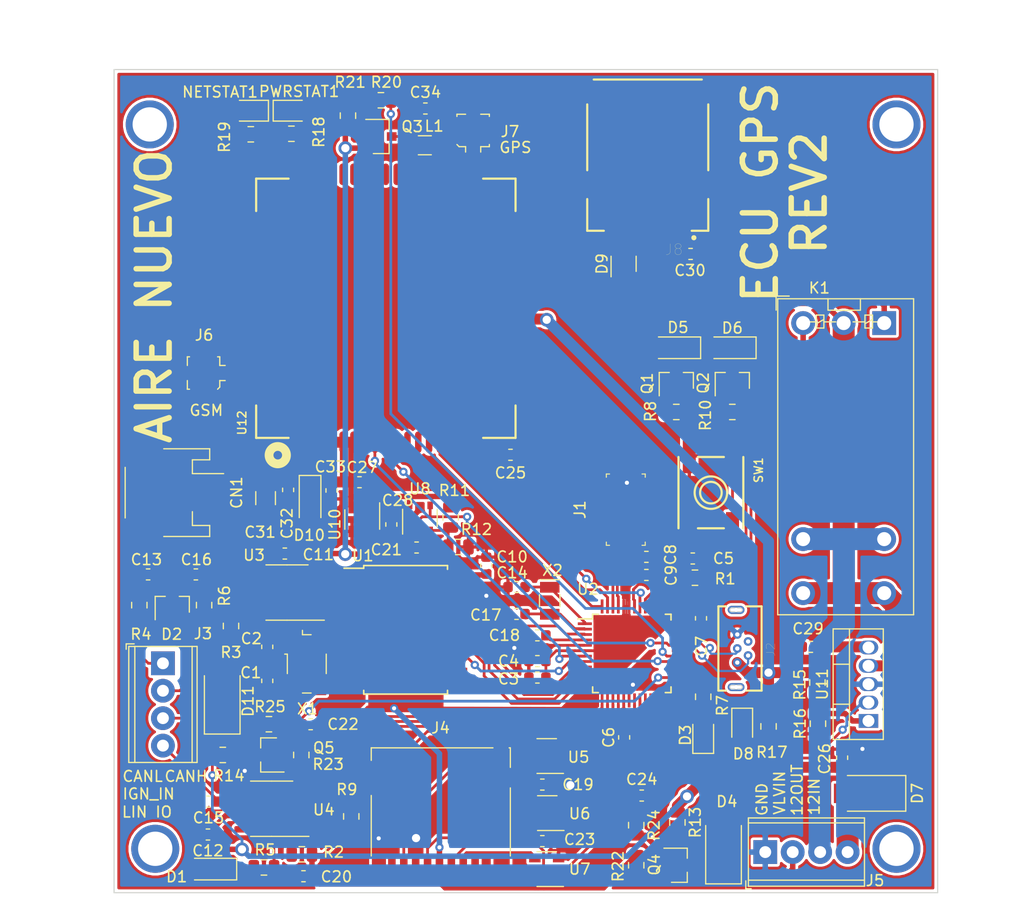
<source format=kicad_pcb>
(kicad_pcb (version 20171130) (host pcbnew "(5.1.4)-1")
  (layers (0 F.Cu signal) (31 B.Cu signal) (34 B.Paste user hide) (35 F.Paste user hide) (37 F.SilkS user) (38 B.Mask user hide) (39 F.Mask user) (44 Edge.Cuts user))
  (net 0 "")
  (net 1 GND)
  (net 2 "Net-(C1-Pad2)")
  (net 3 "Net-(C2-Pad2)")
  (net 4 +3V3)
  (net 5 /~RESET)
  (net 6 +12V)
  (net 7 "Net-(C13-Pad2)")
  (net 8 /AREF)
  (net 9 VBAT)
  (net 10 /VRTC)
  (net 11 /CANL)
  (net 12 /CANH)
  (net 13 1.8V)
  (net 14 /SIMRST)
  (net 15 /SIMDATA)
  (net 16 /SIMCLK)
  (net 17 /SIM_TX)
  (net 18 /SIM_RX)
  (net 19 /PWRKEY)
  (net 20 /SD_MOSI)
  (net 21 /SD_SCK)
  (net 22 /CAN_MISO)
  (net 23 /CAN_CS)
  (net 24 /CAN_MOSI)
  (net 25 /CAN_SCK)
  (net 26 /SD_CS)
  (net 27 /CAN_RST)
  (net 28 /R_RELAY)
  (net 29 /S_RELAY)
  (net 30 /SD_MISO)
  (net 31 /CAN_INT)
  (net 32 /LIN_TX)
  (net 33 /LIN_RX)
  (net 34 /LIN_SLP)
  (net 35 /SWCLK)
  (net 36 /SWDIO)
  (net 37 /12VOUT)
  (net 38 /VALVE_IN)
  (net 39 "Net-(R1-Pad1)")
  (net 40 "Net-(Q1-Pad1)")
  (net 41 "Net-(Q2-Pad1)")
  (net 42 /PWRSTAT)
  (net 43 /NETSTAT)
  (net 44 "Net-(U1-Pad1)")
  (net 45 "Net-(U1-Pad2)")
  (net 46 /D-)
  (net 47 /D+)
  (net 48 /GSM_ANT)
  (net 49 /~SRESET)
  (net 50 VBUS)
  (net 51 "Net-(D3-Pad2)")
  (net 52 "Net-(NETSTAT1-Pad2)")
  (net 53 "Net-(PWRSTAT1-Pad2)")
  (net 54 /ANALOGIN)
  (net 55 /SD_DT)
  (net 56 "Net-(J7-Pad1)")
  (net 57 "Net-(Q3-Pad1)")
  (net 58 "Net-(C15-Pad1)")
  (net 59 "Net-(C16-Pad2)")
  (net 60 "Net-(D1-Pad1)")
  (net 61 "Net-(D5-Pad2)")
  (net 62 "Net-(J4-Pad5)")
  (net 63 "Net-(J4-Pad3)")
  (net 64 "Net-(J4-Pad2)")
  (net 65 "Net-(R3-Pad2)")
  (net 66 "Net-(R7-Pad2)")
  (net 67 /GPS_PWR)
  (net 68 /DTR)
  (net 69 "Net-(J1-Pad3)")
  (net 70 "Net-(D6-Pad2)")
  (net 71 "Net-(D7-Pad2)")
  (net 72 "Net-(D8-Pad2)")
  (net 73 /X_N)
  (net 74 /X_P)
  (net 75 /VBAT_CHK)
  (net 76 "Net-(C34-Pad1)")
  (net 77 "Net-(D9-Pad1)")
  (net 78 "Net-(J1-Pad8)")
  (net 79 "Net-(J1-Pad7)")
  (net 80 "Net-(J1-Pad6)")
  (net 81 "Net-(J2-Pad4)")
  (net 82 "Net-(J4-Pad8)")
  (net 83 "Net-(J4-Pad1)")
  (net 84 "Net-(J8-PadC6)")
  (net 85 "Net-(R15-Pad2)")
  (net 86 "Net-(U1-Pad3)")
  (net 87 "Net-(U1-Pad4)")
  (net 88 "Net-(U1-Pad5)")
  (net 89 "Net-(U1-Pad6)")
  (net 90 "Net-(U1-Pad10)")
  (net 91 "Net-(U1-Pad11)")
  (net 92 "Net-(U2-Pad39)")
  (net 93 "Net-(U2-Pad31)")
  (net 94 "Net-(U2-Pad28)")
  (net 95 "Net-(U2-Pad27)")
  (net 96 /CHG_OFF)
  (net 97 "Net-(U3-Pad5)")
  (net 98 "Net-(U4-Pad8)")
  (net 99 "Net-(U4-Pad3)")
  (net 100 "Net-(U12-PadP$63)")
  (net 101 "Net-(U12-PadP$62)")
  (net 102 "Net-(U12-PadP$61)")
  (net 103 "Net-(U12-PadP$60)")
  (net 104 "Net-(U12-PadP$59)")
  (net 105 "Net-(U12-PadP$58)")
  (net 106 "Net-(U12-PadP$57)")
  (net 107 "Net-(U12-PadP$56)")
  (net 108 "Net-(U12-PadP$55)")
  (net 109 "Net-(U12-PadP$53)")
  (net 110 "Net-(U12-PadP$48)")
  (net 111 "Net-(U12-PadP$47)")
  (net 112 "Net-(U12-PadP$46)")
  (net 113 "Net-(U12-PadP$45)")
  (net 114 "Net-(U12-PadP$44)")
  (net 115 "Net-(U12-PadP$43)")
  (net 116 "Net-(U12-PadP$42)")
  (net 117 "Net-(U12-PadP$41)")
  (net 118 "Net-(U12-PadP$39)")
  (net 119 "Net-(U12-PadP$38)")
  (net 120 "Net-(U12-PadP$37)")
  (net 121 "Net-(U12-PadP$33)")
  (net 122 "Net-(U12-PadP$27)")
  (net 123 "Net-(U12-PadP$26)")
  (net 124 "Net-(U12-PadP$24)")
  (net 125 "Net-(U12-PadP$23)")
  (net 126 "Net-(U12-PadP$22)")
  (net 127 "Net-(U12-PadP$21)")
  (net 128 "Net-(U12-PadP$20)")
  (net 129 "Net-(U12-PadP$19)")
  (net 130 "Net-(U12-PadP$13)")
  (net 131 "Net-(U12-PadP$12)")
  (net 132 "Net-(U12-PadP$11)")
  (net 133 "Net-(U12-PadP$10)")
  (net 134 "Net-(U12-PadP$7)")
  (net 135 "Net-(C21-Pad1)")
  (net 136 /IGN_DET)
  (net 137 /IGN_IN)
  (net 138 "Net-(Q4-Pad2)")
  (net 139 "Net-(Q5-Pad2)")
  (module Libraries:GCT_SIM8060-6-0-14-00-A (layer F.Cu) (at 137.0076 58.7248 180)
    (fp_text reference J8 (at -2.427355 -8.743475) (layer F.SilkS) (effects (font (size 1.000969 1.000969) (thickness 0.015))))
    (fp_text value SIM8060-6-0-14-00-A)
    (pad S3 smd rect (at 6.15 6.1 180) (size 1.3 1.8) (layers F.Cu F.Paste F.Mask) (net 1 GND))
    (pad S2 smd rect (at 6.15 -2.7 180) (size 1.3 1.8) (layers F.Cu F.Paste F.Mask) (net 1 GND))
    (pad S4 smd rect (at -6.15 6.1 180) (size 1.3 1.8) (layers F.Cu F.Paste F.Mask) (net 1 GND))
    (pad S1 smd rect (at -6.15 -2.7 180) (size 1.3 1.8) (layers F.Cu F.Paste F.Mask) (net 1 GND))
    (pad C7 smd rect (at 3.175 -6.8 180) (size 0.9 1.2) (layers F.Cu F.Paste F.Mask) (net 15 /SIMDATA))
    (pad C6 smd rect (at 0.635 -6.8 180) (size 0.9 1.2) (layers F.Cu F.Paste F.Mask) (net 84 "Net-(J8-PadC6)"))
    (pad C5 smd rect (at -1.905 -6.8 180) (size 0.9 1.2) (layers F.Cu F.Paste F.Mask) (net 1 GND))
    (pad C3 smd rect (at 1.905 -6.8 180) (size 0.9 1.2) (layers F.Cu F.Paste F.Mask) (net 16 /SIMCLK))
    (pad C2 smd rect (at -0.635 -6.8 180) (size 0.9 1.2) (layers F.Cu F.Paste F.Mask) (net 14 /SIMRST))
    (pad C1 smd rect (at -3.175 -6.8 180) (size 0.9 1.2) (layers F.Cu F.Paste F.Mask) (net 13 1.8V))
  )
  (module Capacitor_SMD:C_0603_1608Metric (layer F.Cu) (at 127.254 122.2248)
    (fp_text reference C23 (at 3.4544 -0.1524) (layer F.SilkS))
    (fp_text value 0.1uF)
    (pad 2 smd roundrect (at 0.7875 0) (size 0.875 0.95) (layers F.Cu F.Paste F.Mask) (net 1 GND))
    (pad 1 smd roundrect (at -0.7875 0) (size 0.875 0.95) (layers F.Cu F.Paste F.Mask) (net 4 +3V3))
  )
  (module Capacitor_SMD:C_0603_1608Metric (layer F.Cu) (at 115.6208 95.0468 180)
    (fp_text reference C21 (at 2.794 -0.2032) (layer F.SilkS))
    (fp_text value 220pF)
    (pad 2 smd roundrect (at 0.7875 0 180) (size 0.875 0.95) (layers F.Cu F.Paste F.Mask) (net 1 GND))
    (pad 1 smd roundrect (at -0.7875 0 180) (size 0.875 0.95) (layers F.Cu F.Paste F.Mask) (net 135 "Net-(C21-Pad1)"))
  )
  (module Connector_JST:JST_PH_S2B-PH-SM4-TB_1x02-1MP_P2.00mm_Horizontal (layer F.Cu) (at 93.1672 89.9668 270)
    (fp_text reference CN1 (at 0 -5.8 90) (layer F.SilkS))
    (fp_text value JST_2PIN)
    (pad MP smd roundrect (at 3.35 2.9 270) (size 1.5 3.4) (layers F.Cu F.Paste F.Mask) (roundrect_rratio 0.166667) (net 1 GND))
    (pad MP smd roundrect (at -3.35 2.9 270) (size 1.5 3.4) (layers F.Cu F.Paste F.Mask) (roundrect_rratio 0.166667) (net 1 GND))
    (pad 2 smd roundrect (at 1 -2.85 270) (size 1 3.5) (layers F.Cu F.Paste F.Mask) (net 9 VBAT))
    (pad 1 smd roundrect (at -1 -2.85 270) (size 1 3.5) (layers F.Cu F.Paste F.Mask) (net 1 GND))
  )
  (module Package_TO_SOT_SMD:SOT-363_SC-70-6 (layer F.Cu) (at 134.7724 68.7832 90)
    (fp_text reference D9 (at 0 -2 90) (layer F.SilkS))
    (fp_text value SMF05CT1G)
    (pad 6 smd rect (at 0.95 -0.65 90) (size 0.65 0.4) (layers F.Cu F.Paste F.Mask) (net 15 /SIMDATA))
    (pad 4 smd rect (at 0.95 0.65 90) (size 0.65 0.4) (layers F.Cu F.Paste F.Mask) (net 14 /SIMRST))
    (pad 2 smd rect (at -0.95 0 90) (size 0.65 0.4) (layers F.Cu F.Paste F.Mask) (net 1 GND))
    (pad 5 smd rect (at 0.95 0 90) (size 0.65 0.4) (layers F.Cu F.Paste F.Mask) (net 16 /SIMCLK))
    (pad 3 smd rect (at -0.95 0.65 90) (size 0.65 0.4) (layers F.Cu F.Paste F.Mask) (net 13 1.8V))
    (pad 1 smd rect (at -0.95 -0.65 90) (size 0.65 0.4) (layers F.Cu F.Paste F.Mask) (net 77 "Net-(D9-Pad1)"))
  )
  (module Resistor_SMD:R_0805_2012Metric (layer F.Cu) (at 139.7508 120.4976 270)
    (fp_text reference R13 (at 0 -1.65 90) (layer F.SilkS))
    (fp_text value 12K)
    (pad 2 smd roundrect (at 0.9375 0 270) (size 0.975 1.4) (layers F.Cu F.Paste F.Mask) (net 38 /VALVE_IN))
    (pad 1 smd roundrect (at -0.9375 0 270) (size 0.975 1.4) (layers F.Cu F.Paste F.Mask) (net 6 +12V))
  )
  (module TO_SOT_Packages_SMD:SOT-23 (layer F.Cu) (at 93.0148 100.33 90)
    (fp_text reference D2 (at -2.7432 -0.0508) (layer F.SilkS))
    (fp_text value PESD1CAN)
    (pad 1 smd rect (at -1 -0.95 90) (size 0.9 0.8) (layers F.Cu F.Paste F.Mask) (net 11 /CANL))
    (pad 2 smd rect (at -1 0.95 90) (size 0.9 0.8) (layers F.Cu F.Paste F.Mask) (net 12 /CANH))
    (pad 3 smd rect (at 1 0 90) (size 0.9 0.8) (layers F.Cu F.Paste F.Mask) (net 1 GND))
  )
  (module Crystal:Crystal_SMD_Abracon_ABM3B-4Pin_5.0x3.2mm (layer F.Cu) (at 105.4608 105.8164 270)
    (fp_text reference X1 (at 4.1656 -0.0508 180) (layer F.SilkS))
    (fp_text value 16MHz)
    (pad 4 smd rect (at -2 -1.2 270) (size 1.8 1.2) (layers F.Cu F.Paste F.Mask) (net 1 GND))
    (pad 3 smd rect (at 2 -1.2 270) (size 1.8 1.2) (layers F.Cu F.Paste F.Mask) (net 2 "Net-(C1-Pad2)"))
    (pad 2 smd rect (at 2 1.2 270) (size 1.8 1.2) (layers F.Cu F.Paste F.Mask) (net 1 GND))
    (pad 1 smd rect (at -2 1.2 270) (size 1.8 1.2) (layers F.Cu F.Paste F.Mask) (net 3 "Net-(C2-Pad2)"))
  )
  (module Package_SO:SOIC-8_3.9x4.9mm_P1.27mm (layer F.Cu) (at 103.632 99.2124 180)
    (fp_text reference U3 (at 3.048 3.4544) (layer F.SilkS))
    (fp_text value MCP2551)
    (pad 8 smd roundrect (at 2.475 -1.905 180) (size 1.95 0.6) (layers F.Cu F.Paste F.Mask) (net 65 "Net-(R3-Pad2)"))
    (pad 7 smd roundrect (at 2.475 -0.635 180) (size 1.95 0.6) (layers F.Cu F.Paste F.Mask) (net 12 /CANH))
    (pad 6 smd roundrect (at 2.475 0.635 180) (size 1.95 0.6) (layers F.Cu F.Paste F.Mask) (net 11 /CANL))
    (pad 5 smd roundrect (at 2.475 1.905 180) (size 1.95 0.6) (layers F.Cu F.Paste F.Mask) (net 97 "Net-(U3-Pad5)"))
    (pad 4 smd roundrect (at -2.475 1.905 180) (size 1.95 0.6) (layers F.Cu F.Paste F.Mask) (net 45 "Net-(U1-Pad2)"))
    (pad 3 smd roundrect (at -2.475 0.635 180) (size 1.95 0.6) (layers F.Cu F.Paste F.Mask) (net 4 +3V3))
    (pad 2 smd roundrect (at -2.475 -0.635 180) (size 1.95 0.6) (layers F.Cu F.Paste F.Mask) (net 1 GND))
    (pad 1 smd roundrect (at -2.475 -1.905 180) (size 1.95 0.6) (layers F.Cu F.Paste F.Mask) (net 44 "Net-(U1-Pad1)"))
  )
  (module Resistor_SMD:R_0805_2012Metric (layer F.Cu) (at 101.9556 111.4044 180)
    (fp_text reference R25 (at -0.1016 1.6256) (layer F.SilkS))
    (fp_text value 12K)
    (pad 2 smd roundrect (at 0.9375 0 180) (size 0.975 1.4) (layers F.Cu F.Paste F.Mask) (net 139 "Net-(Q5-Pad2)"))
    (pad 1 smd roundrect (at -0.9375 0 180) (size 0.975 1.4) (layers F.Cu F.Paste F.Mask) (net 136 /IGN_DET))
  )
  (module Resistor_SMD:R_0805_2012Metric (layer F.Cu) (at 135.9408 120.7516 270)
    (fp_text reference R24 (at 0 -1.65 90) (layer F.SilkS))
    (fp_text value 12K)
    (pad 2 smd roundrect (at 0.9375 0 270) (size 0.975 1.4) (layers F.Cu F.Paste F.Mask) (net 138 "Net-(Q4-Pad2)"))
    (pad 1 smd roundrect (at -0.9375 0 270) (size 0.975 1.4) (layers F.Cu F.Paste F.Mask) (net 54 /ANALOGIN))
  )
  (module Resistor_SMD:R_0805_2012Metric (layer F.Cu) (at 104.9528 114.2492 90)
    (fp_text reference R23 (at -0.8636 2.4892 180) (layer F.SilkS))
    (fp_text value 12K)
    (pad 2 smd roundrect (at 0.9375 0 90) (size 0.975 1.4) (layers F.Cu F.Paste F.Mask) (net 139 "Net-(Q5-Pad2)"))
    (pad 1 smd roundrect (at -0.9375 0 90) (size 0.975 1.4) (layers F.Cu F.Paste F.Mask) (net 4 +3V3))
  )
  (module Resistor_SMD:R_0805_2012Metric (layer F.Cu) (at 135.9408 124.46 270)
    (fp_text reference R22 (at 0.1016 1.6764 90) (layer F.SilkS))
    (fp_text value 12K)
    (pad 2 smd roundrect (at 0.9375 0 270) (size 0.975 1.4) (layers F.Cu F.Paste F.Mask) (net 138 "Net-(Q4-Pad2)"))
    (pad 1 smd roundrect (at -0.9375 0 270) (size 0.975 1.4) (layers F.Cu F.Paste F.Mask) (net 4 +3V3))
  )
  (module Resistor_SMD:R_0805_2012Metric (layer F.Cu) (at 97.6884 114.2492)
    (fp_text reference R14 (at 0.5588 1.9304 180) (layer F.SilkS))
    (fp_text value 12K)
    (pad 2 smd roundrect (at 0.9375 0) (size 0.975 1.4) (layers F.Cu F.Paste F.Mask) (net 137 /IGN_IN))
    (pad 1 smd roundrect (at -0.9375 0) (size 0.975 1.4) (layers F.Cu F.Paste F.Mask) (net 6 +12V))
  )
  (module Package_TO_SOT_SMD:SOT-23 (layer F.Cu) (at 101.9556 114.2492 180)
    (fp_text reference Q5 (at -5.08 0.6604) (layer F.SilkS))
    (fp_text value BSS138)
    (pad 3 smd rect (at 1 0 180) (size 0.9 0.8) (layers F.Cu F.Paste F.Mask) (net 137 /IGN_IN))
    (pad 2 smd rect (at -1 0.95 180) (size 0.9 0.8) (layers F.Cu F.Paste F.Mask) (net 139 "Net-(Q5-Pad2)"))
    (pad 1 smd rect (at -1 -0.95 180) (size 0.9 0.8) (layers F.Cu F.Paste F.Mask) (net 4 +3V3))
  )
  (module Package_TO_SOT_SMD:SOT-23 (layer F.Cu) (at 139.9032 124.46)
    (fp_text reference Q4 (at -2.286 -0.0508 90) (layer F.SilkS))
    (fp_text value BSS138)
    (pad 3 smd rect (at 1 0) (size 0.9 0.8) (layers F.Cu F.Paste F.Mask) (net 38 /VALVE_IN))
    (pad 2 smd rect (at -1 0.95) (size 0.9 0.8) (layers F.Cu F.Paste F.Mask) (net 138 "Net-(Q4-Pad2)"))
    (pad 1 smd rect (at -1 -0.95) (size 0.9 0.8) (layers F.Cu F.Paste F.Mask) (net 4 +3V3))
  )
  (module TerminalBlock_Phoenix:TerminalBlock_Phoenix_MPT-0,5-4-2.54_1x04_P2.54mm_Horizontal (layer F.Cu) (at 147.8788 123.2408)
    (fp_text reference J5 (at 10.16 2.6416) (layer F.SilkS))
    (fp_text value Screw_Terminal_01x04)
    (pad 4 thru_hole circle (at 7.62 0) (size 2.2 2.2) (drill 1.1) (layers *.Cu *.Mask) (net 71 "Net-(D7-Pad2)"))
    (pad 3 thru_hole circle (at 5.08 0) (size 2.2 2.2) (drill 1.1) (layers *.Cu *.Mask) (net 37 /12VOUT))
    (pad 2 thru_hole circle (at 2.54 0) (size 2.2 2.2) (drill 1.1) (layers *.Cu *.Mask) (net 38 /VALVE_IN))
    (pad 1 thru_hole rect (at 0 0) (size 2.2 2.2) (drill 1.1) (layers *.Cu *.Mask) (net 1 GND))
  )
  (module TerminalBlock_Phoenix:TerminalBlock_Phoenix_MPT-0,5-4-2.54_1x04_P2.54mm_Horizontal (layer F.Cu) (at 92.1512 105.7656 270)
    (fp_text reference J3 (at -2.7432 -3.7084 180) (layer F.SilkS))
    (fp_text value Screw_Terminal_01x04)
    (pad 4 thru_hole circle (at 7.62 0 270) (size 2.2 2.2) (drill 1.1) (layers *.Cu *.Mask) (net 58 "Net-(C15-Pad1)"))
    (pad 3 thru_hole circle (at 5.08 0 270) (size 2.2 2.2) (drill 1.1) (layers *.Cu *.Mask) (net 137 /IGN_IN))
    (pad 2 thru_hole circle (at 2.54 0 270) (size 2.2 2.2) (drill 1.1) (layers *.Cu *.Mask) (net 12 /CANH))
    (pad 1 thru_hole rect (at 0 0 270) (size 2.2 2.2) (drill 1.1) (layers *.Cu *.Mask) (net 11 /CANL))
  )
  (module Diode_SMD:D_SMA (layer F.Cu) (at 97.6376 108.9152 90)
    (fp_text reference D11 (at -0.3556 2.3876 90) (layer F.SilkS))
    (fp_text value SMAJ15A-13-F)
    (pad 2 smd rect (at 2 0 90) (size 2.5 1.8) (layers F.Cu F.Paste F.Mask) (net 1 GND))
    (pad 1 smd rect (at -2 0 90) (size 2.5 1.8) (layers F.Cu F.Paste F.Mask) (net 137 /IGN_IN))
  )
  (module Capacitor_SMD:C_0603_1608Metric (layer F.Cu) (at 105.8164 111.4044)
    (fp_text reference C22 (at 2.9972 0) (layer F.SilkS))
    (fp_text value 10uF)
    (pad 2 smd roundrect (at 0.7875 0) (size 0.875 0.95) (layers F.Cu F.Paste F.Mask) (net 1 GND))
    (pad 1 smd roundrect (at -0.7875 0) (size 0.875 0.95) (layers F.Cu F.Paste F.Mask) (net 136 /IGN_DET))
  )
  (module Package_TO_SOT_THT:TO-220-5_Vertical (layer F.Cu) (at 157.4292 111.0996 90)
    (fp_text reference U11 (at 3.4 -4.27 90) (layer F.SilkS))
    (fp_text value LM2941CT-ADJ)
    (pad 5 thru_hole oval (at 6.8 0 90) (size 1.275 1.8) (drill 1.1) (layers *.Cu *.Mask) (net 50 VBUS))
    (pad 4 thru_hole oval (at 5.1 0 90) (size 1.275 1.8) (drill 1.1) (layers *.Cu *.Mask) (net 6 +12V))
    (pad 3 thru_hole oval (at 3.4 0 90) (size 1.275 1.8) (drill 1.1) (layers *.Cu *.Mask) (net 1 GND))
    (pad 2 thru_hole oval (at 1.7 0 90) (size 1.275 1.8) (drill 1.1) (layers *.Cu *.Mask) (net 96 /CHG_OFF))
    (pad 1 thru_hole rect (at 0 0 90) (size 1.275 1.8) (drill 1.1) (layers *.Cu *.Mask) (net 85 "Net-(R15-Pad2)"))
  )
  (module Package_SO:TSOP-5_1.65x3.05mm_P0.95mm (layer F.Cu) (at 115.9256 92.3036 90)
    (fp_text reference U8 (at 2.6924 0 180) (layer F.SilkS))
    (fp_text value TLV379)
    (pad 5 smd rect (at 1.16 -0.95 90) (size 0.7 0.51) (layers F.Cu F.Paste F.Mask) (net 9 VBAT))
    (pad 4 smd rect (at 1.16 0.95 90) (size 0.7 0.51) (layers F.Cu F.Paste F.Mask) (net 75 /VBAT_CHK))
    (pad 3 smd rect (at -1.16 0.95 90) (size 0.7 0.51) (layers F.Cu F.Paste F.Mask) (net 135 "Net-(C21-Pad1)"))
    (pad 2 smd rect (at -1.16 0 90) (size 0.7 0.51) (layers F.Cu F.Paste F.Mask) (net 1 GND))
    (pad 1 smd rect (at -1.16 -0.95 90) (size 0.7 0.51) (layers F.Cu F.Paste F.Mask) (net 75 /VBAT_CHK))
  )
  (module Resistor_SMD:R_0805_2012Metric (layer F.Cu) (at 152.7556 111.3536 90)
    (fp_text reference R16 (at 0 -1.65 90) (layer F.SilkS))
    (fp_text value 1K)
    (pad 2 smd roundrect (at 0.9375 0 90) (size 0.975 1.4) (layers F.Cu F.Paste F.Mask) (net 85 "Net-(R15-Pad2)"))
    (pad 1 smd roundrect (at -0.9375 0 90) (size 0.975 1.4) (layers F.Cu F.Paste F.Mask) (net 1 GND))
  )
  (module Resistor_SMD:R_0805_2012Metric (layer F.Cu) (at 152.7048 107.5436 270)
    (fp_text reference R15 (at 0.2032 1.6256 90) (layer F.SilkS))
    (fp_text value 3.3K)
    (pad 2 smd roundrect (at 0.9375 0 270) (size 0.975 1.4) (layers F.Cu F.Paste F.Mask) (net 85 "Net-(R15-Pad2)"))
    (pad 1 smd roundrect (at -0.9375 0 270) (size 0.975 1.4) (layers F.Cu F.Paste F.Mask) (net 50 VBUS))
  )
  (module Resistor_SMD:R_0805_2012Metric (layer F.Cu) (at 119.4816 94.996)
    (fp_text reference R12 (at 1.6764 -1.6256) (layer F.SilkS))
    (fp_text value 4.02M)
    (pad 2 smd roundrect (at 0.9375 0) (size 0.975 1.4) (layers F.Cu F.Paste F.Mask) (net 1 GND))
    (pad 1 smd roundrect (at -0.9375 0) (size 0.975 1.4) (layers F.Cu F.Paste F.Mask) (net 135 "Net-(C21-Pad1)"))
  )
  (module Resistor_SMD:R_0805_2012Metric (layer F.Cu) (at 118.7704 92.2528 270)
    (fp_text reference R11 (at -2.4892 -0.3556 180) (layer F.SilkS))
    (fp_text value 1.2M)
    (pad 2 smd roundrect (at 0.9375 0 270) (size 0.975 1.4) (layers F.Cu F.Paste F.Mask) (net 135 "Net-(C21-Pad1)"))
    (pad 1 smd roundrect (at -0.9375 0 270) (size 0.975 1.4) (layers F.Cu F.Paste F.Mask) (net 9 VBAT))
  )
  (module Capacitor_SMD:C_1206_3216Metric (layer F.Cu) (at 101.6508 90.4748 270)
    (fp_text reference C31 (at 3.1496 0.508 180) (layer F.SilkS))
    (fp_text value 100uF)
    (pad 2 smd roundrect (at 1.4 0 270) (size 1.25 1.75) (layers F.Cu F.Paste F.Mask) (roundrect_rratio 0.2) (net 1 GND))
    (pad 1 smd roundrect (at -1.4 0 270) (size 1.25 1.75) (layers F.Cu F.Paste F.Mask) (roundrect_rratio 0.2) (net 9 VBAT))
  )
  (module Capacitor_SMD:C_0603_1608Metric (layer F.Cu) (at 116.4336 54.4068)
    (fp_text reference C34 (at 0 -1.5 180) (layer F.SilkS))
    (fp_text value 33pF)
    (pad 2 smd roundrect (at 0.7875 0) (size 0.875 0.95) (layers F.Cu F.Paste F.Mask) (net 1 GND))
    (pad 1 smd roundrect (at -0.7875 0) (size 0.875 0.95) (layers F.Cu F.Paste F.Mask) (net 76 "Net-(C34-Pad1)"))
  )
  (module sim808:SIM900_SMT (layer F.Cu) (at 112.776 72.898 90)
    (fp_text reference U12 (at -11.8364 -12.8524 90) (layer F.SilkS) (effects (font (size 0.77216 0.77216) (thickness 0.138988)) (justify left bottom)))
    (fp_text value SIM808)
    (pad P$68 smd roundrect (at -8 -12.4) (size 2 0.6) (layers F.Cu F.Paste F.Mask) (roundrect_rratio 0.5) (net 1 GND))
    (pad P$67 smd roundrect (at -7 -12.4) (size 2 0.6) (layers F.Cu F.Paste F.Mask) (roundrect_rratio 0.5) (net 1 GND))
    (pad P$66 smd roundrect (at -6 -12.4) (size 2 0.6) (layers F.Cu F.Paste F.Mask) (roundrect_rratio 0.5) (net 48 /GSM_ANT))
    (pad P$65 smd roundrect (at -5 -12.4) (size 2 0.6) (layers F.Cu F.Paste F.Mask) (roundrect_rratio 0.5) (net 1 GND))
    (pad P$64 smd roundrect (at -4 -12.4) (size 2 0.6) (layers F.Cu F.Paste F.Mask) (roundrect_rratio 0.5) (net 1 GND))
    (pad P$63 smd roundrect (at -3 -12.4) (size 2 0.6) (layers F.Cu F.Paste F.Mask) (roundrect_rratio 0.5) (net 100 "Net-(U12-PadP$63)"))
    (pad P$62 smd roundrect (at -2 -12.4) (size 2 0.6) (layers F.Cu F.Paste F.Mask) (roundrect_rratio 0.5) (net 101 "Net-(U12-PadP$62)"))
    (pad P$61 smd roundrect (at -1 -12.4) (size 2 0.6) (layers F.Cu F.Paste F.Mask) (roundrect_rratio 0.5) (net 102 "Net-(U12-PadP$61)"))
    (pad P$60 smd roundrect (at 0 -12.4) (size 2 0.6) (layers F.Cu F.Paste F.Mask) (roundrect_rratio 0.5) (net 103 "Net-(U12-PadP$60)"))
    (pad P$59 smd roundrect (at 1 -12.4) (size 2 0.6) (layers F.Cu F.Paste F.Mask) (roundrect_rratio 0.5) (net 104 "Net-(U12-PadP$59)"))
    (pad P$58 smd roundrect (at 2 -12.4) (size 2 0.6) (layers F.Cu F.Paste F.Mask) (roundrect_rratio 0.5) (net 105 "Net-(U12-PadP$58)"))
    (pad P$57 smd roundrect (at 3 -12.4) (size 2 0.6) (layers F.Cu F.Paste F.Mask) (roundrect_rratio 0.5) (net 106 "Net-(U12-PadP$57)"))
    (pad P$56 smd roundrect (at 4 -12.4) (size 2 0.6) (layers F.Cu F.Paste F.Mask) (roundrect_rratio 0.5) (net 107 "Net-(U12-PadP$56)"))
    (pad P$55 smd roundrect (at 5 -12.4) (size 2 0.6) (layers F.Cu F.Paste F.Mask) (roundrect_rratio 0.5) (net 108 "Net-(U12-PadP$55)"))
    (pad P$54 smd roundrect (at 6 -12.4) (size 2 0.6) (layers F.Cu F.Paste F.Mask) (roundrect_rratio 0.5) (net 1 GND))
    (pad P$53 smd roundrect (at 7 -12.4) (size 2 0.6) (layers F.Cu F.Paste F.Mask) (roundrect_rratio 0.5) (net 109 "Net-(U12-PadP$53)"))
    (pad P$52 smd roundrect (at 8 -12.4) (size 2 0.6) (layers F.Cu F.Paste F.Mask) (roundrect_rratio 0.5) (net 1 GND))
    (pad P$51 smd roundrect (at 12.4 -8 270) (size 2 0.6) (layers F.Cu F.Paste F.Mask) (roundrect_rratio 0.5) (net 1 GND))
    (pad P$50 smd roundrect (at 12.4 -7 270) (size 2 0.6) (layers F.Cu F.Paste F.Mask) (roundrect_rratio 0.5) (net 43 /NETSTAT))
    (pad P$49 smd roundrect (at 12.4 -6 270) (size 2 0.6) (layers F.Cu F.Paste F.Mask) (roundrect_rratio 0.5) (net 42 /PWRSTAT))
    (pad P$48 smd roundrect (at 12.4 -5 270) (size 2 0.6) (layers F.Cu F.Paste F.Mask) (roundrect_rratio 0.5) (net 110 "Net-(U12-PadP$48)"))
    (pad P$47 smd roundrect (at 12.4 -4 270) (size 2 0.6) (layers F.Cu F.Paste F.Mask) (roundrect_rratio 0.5) (net 111 "Net-(U12-PadP$47)"))
    (pad P$46 smd roundrect (at 12.4 -3 270) (size 2 0.6) (layers F.Cu F.Paste F.Mask) (roundrect_rratio 0.5) (net 112 "Net-(U12-PadP$46)"))
    (pad P$45 smd roundrect (at 12.4 -2 270) (size 2 0.6) (layers F.Cu F.Paste F.Mask) (roundrect_rratio 0.5) (net 113 "Net-(U12-PadP$45)"))
    (pad P$44 smd roundrect (at 12.4 -1 270) (size 2 0.6) (layers F.Cu F.Paste F.Mask) (roundrect_rratio 0.5) (net 114 "Net-(U12-PadP$44)"))
    (pad P$43 smd roundrect (at 12.4 0 270) (size 2 0.6) (layers F.Cu F.Paste F.Mask) (roundrect_rratio 0.5) (net 115 "Net-(U12-PadP$43)"))
    (pad P$42 smd roundrect (at 12.4 1 270) (size 2 0.6) (layers F.Cu F.Paste F.Mask) (roundrect_rratio 0.5) (net 116 "Net-(U12-PadP$42)"))
    (pad P$41 smd roundrect (at 12.4 2 270) (size 2 0.6) (layers F.Cu F.Paste F.Mask) (roundrect_rratio 0.5) (net 117 "Net-(U12-PadP$41)"))
    (pad P$40 smd roundrect (at 12.4 3 270) (size 2 0.6) (layers F.Cu F.Paste F.Mask) (roundrect_rratio 0.5) (net 1 GND))
    (pad P$39 smd roundrect (at 12.4 4 270) (size 2 0.6) (layers F.Cu F.Paste F.Mask) (roundrect_rratio 0.5) (net 118 "Net-(U12-PadP$39)"))
    (pad P$38 smd roundrect (at 12.4 5 270) (size 2 0.6) (layers F.Cu F.Paste F.Mask) (roundrect_rratio 0.5) (net 119 "Net-(U12-PadP$38)"))
    (pad P$37 smd roundrect (at 12.4 6 270) (size 2 0.6) (layers F.Cu F.Paste F.Mask) (roundrect_rratio 0.5) (net 120 "Net-(U12-PadP$37)"))
    (pad P$36 smd roundrect (at 12.4 7 270) (size 2 0.6) (layers F.Cu F.Paste F.Mask) (roundrect_rratio 0.5) (net 1 GND))
    (pad P$35 smd roundrect (at 12.4 8 270) (size 2 0.6) (layers F.Cu F.Paste F.Mask) (roundrect_rratio 0.5) (net 56 "Net-(J7-Pad1)"))
    (pad P$34 smd roundrect (at 8 12.4 180) (size 2 0.6) (layers F.Cu F.Paste F.Mask) (roundrect_rratio 0.5) (net 1 GND))
    (pad P$33 smd roundrect (at 7 12.4 180) (size 2 0.6) (layers F.Cu F.Paste F.Mask) (roundrect_rratio 0.5) (net 121 "Net-(U12-PadP$33)"))
    (pad P$32 smd roundrect (at 6 12.4 180) (size 2 0.6) (layers F.Cu F.Paste F.Mask) (roundrect_rratio 0.5) (net 14 /SIMRST))
    (pad P$31 smd roundrect (at 5 12.4 180) (size 2 0.6) (layers F.Cu F.Paste F.Mask) (roundrect_rratio 0.5) (net 16 /SIMCLK))
    (pad P$30 smd roundrect (at 4 12.4 180) (size 2 0.6) (layers F.Cu F.Paste F.Mask) (roundrect_rratio 0.5) (net 15 /SIMDATA))
    (pad P$29 smd roundrect (at 3 12.4 180) (size 2 0.6) (layers F.Cu F.Paste F.Mask) (roundrect_rratio 0.5) (net 13 1.8V))
    (pad P$28 smd roundrect (at 2 12.4 180) (size 2 0.6) (layers F.Cu F.Paste F.Mask) (roundrect_rratio 0.5) (net 1 GND))
    (pad P$27 smd roundrect (at 1 12.4 180) (size 2 0.6) (layers F.Cu F.Paste F.Mask) (roundrect_rratio 0.5) (net 122 "Net-(U12-PadP$27)"))
    (pad P$26 smd roundrect (at 0 12.4 180) (size 2 0.6) (layers F.Cu F.Paste F.Mask) (roundrect_rratio 0.5) (net 123 "Net-(U12-PadP$26)"))
    (pad P$25 smd roundrect (at -1 12.4 180) (size 2 0.6) (layers F.Cu F.Paste F.Mask) (roundrect_rratio 0.5) (net 50 VBUS))
    (pad P$24 smd roundrect (at -2 12.4 180) (size 2 0.6) (layers F.Cu F.Paste F.Mask) (roundrect_rratio 0.5) (net 124 "Net-(U12-PadP$24)"))
    (pad P$23 smd roundrect (at -3 12.4 180) (size 2 0.6) (layers F.Cu F.Paste F.Mask) (roundrect_rratio 0.5) (net 125 "Net-(U12-PadP$23)"))
    (pad P$22 smd roundrect (at -4 12.4 180) (size 2 0.6) (layers F.Cu F.Paste F.Mask) (roundrect_rratio 0.5) (net 126 "Net-(U12-PadP$22)"))
    (pad P$21 smd roundrect (at -5 12.4 180) (size 2 0.6) (layers F.Cu F.Paste F.Mask) (roundrect_rratio 0.5) (net 127 "Net-(U12-PadP$21)"))
    (pad P$20 smd roundrect (at -6 12.4 180) (size 2 0.6) (layers F.Cu F.Paste F.Mask) (roundrect_rratio 0.5) (net 128 "Net-(U12-PadP$20)"))
    (pad P$19 smd roundrect (at -7 12.4 180) (size 2 0.6) (layers F.Cu F.Paste F.Mask) (roundrect_rratio 0.5) (net 129 "Net-(U12-PadP$19)"))
    (pad P$18 smd roundrect (at -8 12.4 180) (size 2 0.6) (layers F.Cu F.Paste F.Mask) (roundrect_rratio 0.5) (net 1 GND))
    (pad P$17 smd roundrect (at -12.4 8 90) (size 2 0.6) (layers F.Cu F.Paste F.Mask) (roundrect_rratio 0.5) (net 10 /VRTC))
    (pad P$16 smd roundrect (at -12.4 7 90) (size 2 0.6) (layers F.Cu F.Paste F.Mask) (roundrect_rratio 0.5) (net 49 /~SRESET))
    (pad P$15 smd roundrect (at -12.4 6 90) (size 2 0.6) (layers F.Cu F.Paste F.Mask) (roundrect_rratio 0.5) (net 17 /SIM_TX))
    (pad P$14 smd roundrect (at -12.4 5 90) (size 2 0.6) (layers F.Cu F.Paste F.Mask) (roundrect_rratio 0.5) (net 18 /SIM_RX))
    (pad P$13 smd roundrect (at -12.4 4 90) (size 2 0.6) (layers F.Cu F.Paste F.Mask) (roundrect_rratio 0.5) (net 130 "Net-(U12-PadP$13)"))
    (pad P$12 smd roundrect (at -12.4 3 90) (size 2 0.6) (layers F.Cu F.Paste F.Mask) (roundrect_rratio 0.5) (net 131 "Net-(U12-PadP$12)"))
    (pad P$11 smd roundrect (at -12.4 2 90) (size 2 0.6) (layers F.Cu F.Paste F.Mask) (roundrect_rratio 0.5) (net 132 "Net-(U12-PadP$11)"))
    (pad P$10 smd roundrect (at -12.4 1 90) (size 2 0.6) (layers F.Cu F.Paste F.Mask) (roundrect_rratio 0.5) (net 133 "Net-(U12-PadP$10)"))
    (pad P$9 smd roundrect (at -12.4 0 90) (size 2 0.6) (layers F.Cu F.Paste F.Mask) (roundrect_rratio 0.5) (net 68 /DTR))
    (pad P$8 smd roundrect (at -12.4 -1 90) (size 2 0.6) (layers F.Cu F.Paste F.Mask) (roundrect_rratio 0.5) (net 19 /PWRKEY))
    (pad P$7 smd roundrect (at -12.4 -2 90) (size 2 0.6) (layers F.Cu F.Paste F.Mask) (roundrect_rratio 0.5) (net 134 "Net-(U12-PadP$7)"))
    (pad P$6 smd roundrect (at -12.4 -3 90) (size 2 0.6) (layers F.Cu F.Paste F.Mask) (roundrect_rratio 0.5) (net 9 VBAT))
    (pad P$5 smd roundrect (at -12.4 -4 90) (size 2 0.6) (layers F.Cu F.Paste F.Mask) (roundrect_rratio 0.5) (net 9 VBAT))
    (pad P$4 smd roundrect (at -12.4 -5 90) (size 2 0.6) (layers F.Cu F.Paste F.Mask) (roundrect_rratio 0.5) (net 9 VBAT))
    (pad P$3 smd roundrect (at -12.4 -6 90) (size 2 0.6) (layers F.Cu F.Paste F.Mask) (roundrect_rratio 0.5) (net 1 GND))
    (pad P$2 smd roundrect (at -12.4 -7 90) (size 2 0.6) (layers F.Cu F.Paste F.Mask) (roundrect_rratio 0.5) (net 1 GND))
    (pad P$1 smd roundrect (at -12.4 -8 90) (size 2 0.6) (layers F.Cu F.Paste F.Mask) (roundrect_rratio 0.5) (net 1 GND))
  )
  (module Capacitor_SMD:C_0603_1608Metric (layer F.Cu) (at 140.97 67.8688)
    (fp_text reference C30 (at -0.0508 1.524) (layer F.SilkS))
    (fp_text value 0.1uF)
    (pad 2 smd roundrect (at 0.7875 0) (size 0.875 0.95) (layers F.Cu F.Paste F.Mask) (net 1 GND))
    (pad 1 smd roundrect (at -0.7875 0) (size 0.875 0.95) (layers F.Cu F.Paste F.Mask) (net 13 1.8V))
  )
  (module Libraries:GCT_USB3145-XX-X_REVB (layer F.Cu) (at 145.542 104.394 90)
    (fp_text reference J2 (at -0.1016 2.8448 270) (layer F.SilkS) (effects (font (size 0.800559 0.800559) (thickness 0.015))))
    (fp_text value USB_B_Micro)
    (fp_poly (pts (xy 3.4 -0.36) (xy 3.2 -0.36) (xy 3.2 0.04) (xy 3.200514 0.059626) (xy 3.202054 0.079198) (xy 3.204617 0.098663) (xy 3.208195 0.117967) (xy 3.212778 0.137057) (xy 3.218354 0.155881) (xy 3.224907 0.174388) (xy 3.23242 0.192526) (xy 3.240873 0.210246) (xy 3.25024 0.2275) (xy 3.260499 0.24424) (xy 3.271619 0.260419) (xy 3.28357 0.275995) (xy 3.296321 0.290924) (xy 3.309835 0.305165) (xy 3.324076 0.318679) (xy 3.339005 0.33143) (xy 3.354581 0.343381) (xy 3.37076 0.354501) (xy 3.3875 0.36476) (xy 3.404754 0.374127) (xy 3.422474 0.38258) (xy 3.440612 0.390093) (xy 3.459119 0.396646) (xy 3.477943 0.402222) (xy 3.497033 0.406805) (xy 3.516337 0.410383) (xy 3.535802 0.412946) (xy 3.555374 0.414486) (xy 3.575 0.415) (xy 3.594626 0.414486) (xy 3.614198 0.412946) (xy 3.633663 0.410383) (xy 3.652967 0.406805) (xy 3.672057 0.402222) (xy 3.690881 0.396646) (xy 3.709388 0.390093) (xy 3.727526 0.38258) (xy 3.745246 0.374127) (xy 3.7625 0.36476) (xy 3.77924 0.354501) (xy 3.795419 0.343381) (xy 3.810995 0.33143) (xy 3.825924 0.318679) (xy 3.840165 0.305165) (xy 3.853679 0.290924) (xy 3.86643 0.275995) (xy 3.878381 0.260419) (xy 3.889501 0.24424) (xy 3.89976 0.2275) (xy 3.909127 0.210246) (xy 3.91758 0.192526) (xy 3.925093 0.174388) (xy 3.931646 0.155881) (xy 3.937222 0.137057) (xy 3.941805 0.117967) (xy 3.945383 0.098663) (xy 3.947946 0.079198) (xy 3.949486 0.059626) (xy 3.95 0.04) (xy 3.95 -0.36) (xy 3.75 -0.36) (xy 3.75 0.04) (xy 3.74976 0.049159) (xy 3.749041 0.058292) (xy 3.747845 0.067376) (xy 3.746176 0.076385) (xy 3.744037 0.085293) (xy 3.741435 0.094078) (xy 3.738377 0.102714) (xy 3.73487 0.111179) (xy 3.730926 0.119448) (xy 3.726554 0.1275) (xy 3.721767 0.135312) (xy 3.716578 0.142862) (xy 3.711001 0.150131) (xy 3.70505 0.157098) (xy 3.698744 0.163744) (xy 3.692098 0.17005) (xy 3.685131 0.176001) (xy 3.677862 0.181578) (xy 3.670312 0.186767) (xy 3.6625 0.191554) (xy 3.654448 0.195926) (xy 3.646179 0.19987) (xy 3.637714 0.203377) (xy 3.629078 0.206435) (xy 3.620293 0.209037) (xy 3.611385 0.211176) (xy 3.602376 0.212845) (xy 3.593292 0.214041) (xy 3.584159 0.21476) (xy 3.575 0.215) (xy 3.565841 0.21476) (xy 3.556708 0.214041) (xy 3.547624 0.212845) (xy 3.538615 0.211176) (xy 3.529707 0.209037) (xy 3.520922 0.206435) (xy 3.512286 0.203377) (xy 3.503821 0.19987) (xy 3.495552 0.195926) (xy 3.4875 0.191554) (xy 3.479688 0.186767) (xy 3.472138 0.181578) (xy 3.464869 0.176001) (xy 3.457902 0.17005) (xy 3.451256 0.163744) (xy 3.44495 0.157098) (xy 3.438999 0.150131) (xy 3.433422 0.142862) (xy 3.428233 0.135312) (xy 3.423446 0.1275) (xy 3.419074 0.119448) (xy 3.41513 0.111179) (xy 3.411623 0.102714) (xy 3.408565 0.094078) (xy 3.405963 0.085293) (xy 3.403824 0.076385) (xy 3.402155 0.067376) (xy 3.400959 0.058292) (xy 3.40024 0.049159) (xy 3.4 0.04) (xy 3.4 -0.36)) (layer B.Cu) (width 0.001))
    (fp_poly (pts (xy 3.75 -0.36) (xy 3.95 -0.36) (xy 3.95 -0.76) (xy 3.949486 -0.779626) (xy 3.947946 -0.799198) (xy 3.945383 -0.818663) (xy 3.941805 -0.837967) (xy 3.937222 -0.857057) (xy 3.931646 -0.875881) (xy 3.925093 -0.894388) (xy 3.91758 -0.912526) (xy 3.909127 -0.930246) (xy 3.89976 -0.9475) (xy 3.889501 -0.96424) (xy 3.878381 -0.980419) (xy 3.86643 -0.995995) (xy 3.853679 -1.010924) (xy 3.840165 -1.025165) (xy 3.825924 -1.038679) (xy 3.810995 -1.05143) (xy 3.795419 -1.063381) (xy 3.77924 -1.074501) (xy 3.7625 -1.08476) (xy 3.745246 -1.094127) (xy 3.727526 -1.10258) (xy 3.709388 -1.110093) (xy 3.690881 -1.116646) (xy 3.672057 -1.122222) (xy 3.652967 -1.126805) (xy 3.633663 -1.130383) (xy 3.614198 -1.132946) (xy 3.594626 -1.134486) (xy 3.575 -1.135) (xy 3.555374 -1.134486) (xy 3.535802 -1.132946) (xy 3.516337 -1.130383) (xy 3.497033 -1.126805) (xy 3.477943 -1.122222) (xy 3.459119 -1.116646) (xy 3.440612 -1.110093) (xy 3.422474 -1.10258) (xy 3.404754 -1.094127) (xy 3.3875 -1.08476) (xy 3.37076 -1.074501) (xy 3.354581 -1.063381) (xy 3.339005 -1.05143) (xy 3.324076 -1.038679) (xy 3.309835 -1.025165) (xy 3.296321 -1.010924) (xy 3.28357 -0.995995) (xy 3.271619 -0.980419) (xy 3.260499 -0.96424) (xy 3.25024 -0.9475) (xy 3.240873 -0.930246) (xy 3.23242 -0.912526) (xy 3.224907 -0.894388) (xy 3.218354 -0.875881) (xy 3.212778 -0.857057) (xy 3.208195 -0.837967) (xy 3.204617 -0.818663) (xy 3.202054 -0.799198) (xy 3.200514 -0.779626) (xy 3.2 -0.76) (xy 3.2 -0.36) (xy 3.4 -0.36) (xy 3.4 -0.76) (xy 3.40024 -0.769159) (xy 3.400959 -0.778292) (xy 3.402155 -0.787376) (xy 3.403824 -0.796385) (xy 3.405963 -0.805293) (xy 3.408565 -0.814078) (xy 3.411623 -0.822714) (xy 3.41513 -0.831179) (xy 3.419074 -0.839448) (xy 3.423446 -0.8475) (xy 3.428233 -0.855312) (xy 3.433422 -0.862862) (xy 3.438999 -0.870131) (xy 3.44495 -0.877098) (xy 3.451256 -0.883744) (xy 3.457902 -0.89005) (xy 3.464869 -0.896001) (xy 3.472138 -0.901578) (xy 3.479688 -0.906767) (xy 3.4875 -0.911554) (xy 3.495552 -0.915926) (xy 3.503821 -0.91987) (xy 3.512286 -0.923377) (xy 3.520922 -0.926435) (xy 3.529707 -0.929037) (xy 3.538615 -0.931176) (xy 3.547624 -0.932845) (xy 3.556708 -0.934041) (xy 3.565841 -0.93476) (xy 3.575 -0.935) (xy 3.584159 -0.93476) (xy 3.593292 -0.934041) (xy 3.602376 -0.932845) (xy 3.611385 -0.931176) (xy 3.620293 -0.929037) (xy 3.629078 -0.926435) (xy 3.637714 -0.923377) (xy 3.646179 -0.91987) (xy 3.654448 -0.915926) (xy 3.6625 -0.911554) (xy 3.670312 -0.906767) (xy 3.677862 -0.901578) (xy 3.685131 -0.896001) (xy 3.692098 -0.89005) (xy 3.698744 -0.883744) (xy 3.70505 -0.877098) (xy 3.711001 -0.870131) (xy 3.716578 -0.862862) (xy 3.721767 -0.855312) (xy 3.726554 -0.8475) (xy 3.730926 -0.839448) (xy 3.73487 -0.831179) (xy 3.738377 -0.822714) (xy 3.741435 -0.814078) (xy 3.744037 -0.805293) (xy 3.746176 -0.796385) (xy 3.747845 -0.787376) (xy 3.749041 -0.778292) (xy 3.74976 -0.769159) (xy 3.75 -0.76) (xy 3.75 -0.36)) (layer B.Cu) (width 0.001))
    (fp_poly (pts (xy 3.4 -0.36) (xy 3.2 -0.36) (xy 3.2 0.04) (xy 3.200514 0.059626) (xy 3.202054 0.079198) (xy 3.204617 0.098663) (xy 3.208195 0.117967) (xy 3.212778 0.137057) (xy 3.218354 0.155881) (xy 3.224907 0.174388) (xy 3.23242 0.192526) (xy 3.240873 0.210246) (xy 3.25024 0.2275) (xy 3.260499 0.24424) (xy 3.271619 0.260419) (xy 3.28357 0.275995) (xy 3.296321 0.290924) (xy 3.309835 0.305165) (xy 3.324076 0.318679) (xy 3.339005 0.33143) (xy 3.354581 0.343381) (xy 3.37076 0.354501) (xy 3.3875 0.36476) (xy 3.404754 0.374127) (xy 3.422474 0.38258) (xy 3.440612 0.390093) (xy 3.459119 0.396646) (xy 3.477943 0.402222) (xy 3.497033 0.406805) (xy 3.516337 0.410383) (xy 3.535802 0.412946) (xy 3.555374 0.414486) (xy 3.575 0.415) (xy 3.594626 0.414486) (xy 3.614198 0.412946) (xy 3.633663 0.410383) (xy 3.652967 0.406805) (xy 3.672057 0.402222) (xy 3.690881 0.396646) (xy 3.709388 0.390093) (xy 3.727526 0.38258) (xy 3.745246 0.374127) (xy 3.7625 0.36476) (xy 3.77924 0.354501) (xy 3.795419 0.343381) (xy 3.810995 0.33143) (xy 3.825924 0.318679) (xy 3.840165 0.305165) (xy 3.853679 0.290924) (xy 3.86643 0.275995) (xy 3.878381 0.260419) (xy 3.889501 0.24424) (xy 3.89976 0.2275) (xy 3.909127 0.210246) (xy 3.91758 0.192526) (xy 3.925093 0.174388) (xy 3.931646 0.155881) (xy 3.937222 0.137057) (xy 3.941805 0.117967) (xy 3.945383 0.098663) (xy 3.947946 0.079198) (xy 3.949486 0.059626) (xy 3.95 0.04) (xy 3.95 -0.36) (xy 3.75 -0.36) (xy 3.75 0.04) (xy 3.74976 0.049159) (xy 3.749041 0.058292) (xy 3.747845 0.067376) (xy 3.746176 0.076385) (xy 3.744037 0.085293) (xy 3.741435 0.094078) (xy 3.738377 0.102714) (xy 3.73487 0.111179) (xy 3.730926 0.119448) (xy 3.726554 0.1275) (xy 3.721767 0.135312) (xy 3.716578 0.142862) (xy 3.711001 0.150131) (xy 3.70505 0.157098) (xy 3.698744 0.163744) (xy 3.692098 0.17005) (xy 3.685131 0.176001) (xy 3.677862 0.181578) (xy 3.670312 0.186767) (xy 3.6625 0.191554) (xy 3.654448 0.195926) (xy 3.646179 0.19987) (xy 3.637714 0.203377) (xy 3.629078 0.206435) (xy 3.620293 0.209037) (xy 3.611385 0.211176) (xy 3.602376 0.212845) (xy 3.593292 0.214041) (xy 3.584159 0.21476) (xy 3.575 0.215) (xy 3.565841 0.21476) (xy 3.556708 0.214041) (xy 3.547624 0.212845) (xy 3.538615 0.211176) (xy 3.529707 0.209037) (xy 3.520922 0.206435) (xy 3.512286 0.203377) (xy 3.503821 0.19987) (xy 3.495552 0.195926) (xy 3.4875 0.191554) (xy 3.479688 0.186767) (xy 3.472138 0.181578) (xy 3.464869 0.176001) (xy 3.457902 0.17005) (xy 3.451256 0.163744) (xy 3.44495 0.157098) (xy 3.438999 0.150131) (xy 3.433422 0.142862) (xy 3.428233 0.135312) (xy 3.423446 0.1275) (xy 3.419074 0.119448) (xy 3.41513 0.111179) (xy 3.411623 0.102714) (xy 3.408565 0.094078) (xy 3.405963 0.085293) (xy 3.403824 0.076385) (xy 3.402155 0.067376) (xy 3.400959 0.058292) (xy 3.40024 0.049159) (xy 3.4 0.04) (xy 3.4 -0.36)) (layer F.Cu) (width 0.001))
    (fp_poly (pts (xy 3.75 -0.36) (xy 3.95 -0.36) (xy 3.95 -0.76) (xy 3.949486 -0.779626) (xy 3.947946 -0.799198) (xy 3.945383 -0.818663) (xy 3.941805 -0.837967) (xy 3.937222 -0.857057) (xy 3.931646 -0.875881) (xy 3.925093 -0.894388) (xy 3.91758 -0.912526) (xy 3.909127 -0.930246) (xy 3.89976 -0.9475) (xy 3.889501 -0.96424) (xy 3.878381 -0.980419) (xy 3.86643 -0.995995) (xy 3.853679 -1.010924) (xy 3.840165 -1.025165) (xy 3.825924 -1.038679) (xy 3.810995 -1.05143) (xy 3.795419 -1.063381) (xy 3.77924 -1.074501) (xy 3.7625 -1.08476) (xy 3.745246 -1.094127) (xy 3.727526 -1.10258) (xy 3.709388 -1.110093) (xy 3.690881 -1.116646) (xy 3.672057 -1.122222) (xy 3.652967 -1.126805) (xy 3.633663 -1.130383) (xy 3.614198 -1.132946) (xy 3.594626 -1.134486) (xy 3.575 -1.135) (xy 3.555374 -1.134486) (xy 3.535802 -1.132946) (xy 3.516337 -1.130383) (xy 3.497033 -1.126805) (xy 3.477943 -1.122222) (xy 3.459119 -1.116646) (xy 3.440612 -1.110093) (xy 3.422474 -1.10258) (xy 3.404754 -1.094127) (xy 3.3875 -1.08476) (xy 3.37076 -1.074501) (xy 3.354581 -1.063381) (xy 3.339005 -1.05143) (xy 3.324076 -1.038679) (xy 3.309835 -1.025165) (xy 3.296321 -1.010924) (xy 3.28357 -0.995995) (xy 3.271619 -0.980419) (xy 3.260499 -0.96424) (xy 3.25024 -0.9475) (xy 3.240873 -0.930246) (xy 3.23242 -0.912526) (xy 3.224907 -0.894388) (xy 3.218354 -0.875881) (xy 3.212778 -0.857057) (xy 3.208195 -0.837967) (xy 3.204617 -0.818663) (xy 3.202054 -0.799198) (xy 3.200514 -0.779626) (xy 3.2 -0.76) (xy 3.2 -0.36) (xy 3.4 -0.36) (xy 3.4 -0.76) (xy 3.40024 -0.769159) (xy 3.400959 -0.778292) (xy 3.402155 -0.787376) (xy 3.403824 -0.796385) (xy 3.405963 -0.805293) (xy 3.408565 -0.814078) (xy 3.411623 -0.822714) (xy 3.41513 -0.831179) (xy 3.419074 -0.839448) (xy 3.423446 -0.8475) (xy 3.428233 -0.855312) (xy 3.433422 -0.862862) (xy 3.438999 -0.870131) (xy 3.44495 -0.877098) (xy 3.451256 -0.883744) (xy 3.457902 -0.89005) (xy 3.464869 -0.896001) (xy 3.472138 -0.901578) (xy 3.479688 -0.906767) (xy 3.4875 -0.911554) (xy 3.495552 -0.915926) (xy 3.503821 -0.91987) (xy 3.512286 -0.923377) (xy 3.520922 -0.926435) (xy 3.529707 -0.929037) (xy 3.538615 -0.931176) (xy 3.547624 -0.932845) (xy 3.556708 -0.934041) (xy 3.565841 -0.93476) (xy 3.575 -0.935) (xy 3.584159 -0.93476) (xy 3.593292 -0.934041) (xy 3.602376 -0.932845) (xy 3.611385 -0.931176) (xy 3.620293 -0.929037) (xy 3.629078 -0.926435) (xy 3.637714 -0.923377) (xy 3.646179 -0.91987) (xy 3.654448 -0.915926) (xy 3.6625 -0.911554) (xy 3.670312 -0.906767) (xy 3.677862 -0.901578) (xy 3.685131 -0.896001) (xy 3.692098 -0.89005) (xy 3.698744 -0.883744) (xy 3.70505 -0.877098) (xy 3.711001 -0.870131) (xy 3.716578 -0.862862) (xy 3.721767 -0.855312) (xy 3.726554 -0.8475) (xy 3.730926 -0.839448) (xy 3.73487 -0.831179) (xy 3.738377 -0.822714) (xy 3.741435 -0.814078) (xy 3.744037 -0.805293) (xy 3.746176 -0.796385) (xy 3.747845 -0.787376) (xy 3.749041 -0.778292) (xy 3.74976 -0.769159) (xy 3.75 -0.76) (xy 3.75 -0.36)) (layer F.Cu) (width 0.001))
    (fp_line (start 3.75 0.04) (end 3.75 -0.76) (layer Edge.Cuts) (width 0.1))
    (fp_arc (start 3.575 0.04) (end 3.75 0.04) (angle 90) (layer Edge.Cuts) (width 0.1))
    (fp_arc (start 3.575 0.04) (end 3.575 0.215) (angle 90) (layer Edge.Cuts) (width 0.1))
    (fp_line (start 3.4 -0.76) (end 3.4 0.04) (layer Edge.Cuts) (width 0.1))
    (fp_arc (start 3.575 -0.76) (end 3.4 -0.76) (angle 90) (layer Edge.Cuts) (width 0.1))
    (fp_arc (start 3.575 -0.76) (end 3.575 -0.935) (angle 90) (layer Edge.Cuts) (width 0.1))
    (fp_poly (pts (xy -3.75 -0.36) (xy -3.95 -0.36) (xy -3.95 0.04) (xy -3.949486 0.059626) (xy -3.947946 0.079198) (xy -3.945383 0.098663) (xy -3.941805 0.117967) (xy -3.937222 0.137057) (xy -3.931646 0.155881) (xy -3.925093 0.174388) (xy -3.91758 0.192526) (xy -3.909127 0.210246) (xy -3.89976 0.2275) (xy -3.889501 0.24424) (xy -3.878381 0.260419) (xy -3.86643 0.275995) (xy -3.853679 0.290924) (xy -3.840165 0.305165) (xy -3.825924 0.318679) (xy -3.810995 0.33143) (xy -3.795419 0.343381) (xy -3.77924 0.354501) (xy -3.7625 0.36476) (xy -3.745246 0.374127) (xy -3.727526 0.38258) (xy -3.709388 0.390093) (xy -3.690881 0.396646) (xy -3.672057 0.402222) (xy -3.652967 0.406805) (xy -3.633663 0.410383) (xy -3.614198 0.412946) (xy -3.594626 0.414486) (xy -3.575 0.415) (xy -3.555374 0.414486) (xy -3.535802 0.412946) (xy -3.516337 0.410383) (xy -3.497033 0.406805) (xy -3.477943 0.402222) (xy -3.459119 0.396646) (xy -3.440612 0.390093) (xy -3.422474 0.38258) (xy -3.404754 0.374127) (xy -3.3875 0.36476) (xy -3.37076 0.354501) (xy -3.354581 0.343381) (xy -3.339005 0.33143) (xy -3.324076 0.318679) (xy -3.309835 0.305165) (xy -3.296321 0.290924) (xy -3.28357 0.275995) (xy -3.271619 0.260419) (xy -3.260499 0.24424) (xy -3.25024 0.2275) (xy -3.240873 0.210246) (xy -3.23242 0.192526) (xy -3.224907 0.174388) (xy -3.218354 0.155881) (xy -3.212778 0.137057) (xy -3.208195 0.117967) (xy -3.204617 0.098663) (xy -3.202054 0.079198) (xy -3.200514 0.059626) (xy -3.2 0.04) (xy -3.2 -0.36) (xy -3.4 -0.36) (xy -3.4 0.04) (xy -3.40024 0.049159) (xy -3.400959 0.058292) (xy -3.402155 0.067376) (xy -3.403824 0.076385) (xy -3.405963 0.085293) (xy -3.408565 0.094078) (xy -3.411623 0.102714) (xy -3.41513 0.111179) (xy -3.419074 0.119448) (xy -3.423446 0.1275) (xy -3.428233 0.135312) (xy -3.433422 0.142862) (xy -3.438999 0.150131) (xy -3.44495 0.157098) (xy -3.451256 0.163744) (xy -3.457902 0.17005) (xy -3.464869 0.176001) (xy -3.472138 0.181578) (xy -3.479688 0.186767) (xy -3.4875 0.191554) (xy -3.495552 0.195926) (xy -3.503821 0.19987) (xy -3.512286 0.203377) (xy -3.520922 0.206435) (xy -3.529707 0.209037) (xy -3.538615 0.211176) (xy -3.547624 0.212845) (xy -3.556708 0.214041) (xy -3.565841 0.21476) (xy -3.575 0.215) (xy -3.584159 0.21476) (xy -3.593292 0.214041) (xy -3.602376 0.212845) (xy -3.611385 0.211176) (xy -3.620293 0.209037) (xy -3.629078 0.206435) (xy -3.637714 0.203377) (xy -3.646179 0.19987) (xy -3.654448 0.195926) (xy -3.6625 0.191554) (xy -3.670312 0.186767) (xy -3.677862 0.181578) (xy -3.685131 0.176001) (xy -3.692098 0.17005) (xy -3.698744 0.163744) (xy -3.70505 0.157098) (xy -3.711001 0.150131) (xy -3.716578 0.142862) (xy -3.721767 0.135312) (xy -3.726554 0.1275) (xy -3.730926 0.119448) (xy -3.73487 0.111179) (xy -3.738377 0.102714) (xy -3.741435 0.094078) (xy -3.744037 0.085293) (xy -3.746176 0.076385) (xy -3.747845 0.067376) (xy -3.749041 0.058292) (xy -3.74976 0.049159) (xy -3.75 0.04) (xy -3.75 -0.36)) (layer B.Cu) (width 0.001))
    (fp_poly (pts (xy -3.4 -0.36) (xy -3.2 -0.36) (xy -3.2 -0.76) (xy -3.200514 -0.779626) (xy -3.202054 -0.799198) (xy -3.204617 -0.818663) (xy -3.208195 -0.837967) (xy -3.212778 -0.857057) (xy -3.218354 -0.875881) (xy -3.224907 -0.894388) (xy -3.23242 -0.912526) (xy -3.240873 -0.930246) (xy -3.25024 -0.9475) (xy -3.260499 -0.96424) (xy -3.271619 -0.980419) (xy -3.28357 -0.995995) (xy -3.296321 -1.010924) (xy -3.309835 -1.025165) (xy -3.324076 -1.038679) (xy -3.339005 -1.05143) (xy -3.354581 -1.063381) (xy -3.37076 -1.074501) (xy -3.3875 -1.08476) (xy -3.404754 -1.094127) (xy -3.422474 -1.10258) (xy -3.440612 -1.110093) (xy -3.459119 -1.116646) (xy -3.477943 -1.122222) (xy -3.497033 -1.126805) (xy -3.516337 -1.130383) (xy -3.535802 -1.132946) (xy -3.555374 -1.134486) (xy -3.575 -1.135) (xy -3.594626 -1.134486) (xy -3.614198 -1.132946) (xy -3.633663 -1.130383) (xy -3.652967 -1.126805) (xy -3.672057 -1.122222) (xy -3.690881 -1.116646) (xy -3.709388 -1.110093) (xy -3.727526 -1.10258) (xy -3.745246 -1.094127) (xy -3.7625 -1.08476) (xy -3.77924 -1.074501) (xy -3.795419 -1.063381) (xy -3.810995 -1.05143) (xy -3.825924 -1.038679) (xy -3.840165 -1.025165) (xy -3.853679 -1.010924) (xy -3.86643 -0.995995) (xy -3.878381 -0.980419) (xy -3.889501 -0.96424) (xy -3.89976 -0.9475) (xy -3.909127 -0.930246) (xy -3.91758 -0.912526) (xy -3.925093 -0.894388) (xy -3.931646 -0.875881) (xy -3.937222 -0.857057) (xy -3.941805 -0.837967) (xy -3.945383 -0.818663) (xy -3.947946 -0.799198) (xy -3.949486 -0.779626) (xy -3.95 -0.76) (xy -3.95 -0.36) (xy -3.75 -0.36) (xy -3.75 -0.76) (xy -3.74976 -0.769159) (xy -3.749041 -0.778292) (xy -3.747845 -0.787376) (xy -3.746176 -0.796385) (xy -3.744037 -0.805293) (xy -3.741435 -0.814078) (xy -3.738377 -0.822714) (xy -3.73487 -0.831179) (xy -3.730926 -0.839448) (xy -3.726554 -0.8475) (xy -3.721767 -0.855312) (xy -3.716578 -0.862862) (xy -3.711001 -0.870131) (xy -3.70505 -0.877098) (xy -3.698744 -0.883744) (xy -3.692098 -0.89005) (xy -3.685131 -0.896001) (xy -3.677862 -0.901578) (xy -3.670312 -0.906767) (xy -3.6625 -0.911554) (xy -3.654448 -0.915926) (xy -3.646179 -0.91987) (xy -3.637714 -0.923377) (xy -3.629078 -0.926435) (xy -3.620293 -0.929037) (xy -3.611385 -0.931176) (xy -3.602376 -0.932845) (xy -3.593292 -0.934041) (xy -3.584159 -0.93476) (xy -3.575 -0.935) (xy -3.565841 -0.93476) (xy -3.556708 -0.934041) (xy -3.547624 -0.932845) (xy -3.538615 -0.931176) (xy -3.529707 -0.929037) (xy -3.520922 -0.926435) (xy -3.512286 -0.923377) (xy -3.503821 -0.91987) (xy -3.495552 -0.915926) (xy -3.4875 -0.911554) (xy -3.479688 -0.906767) (xy -3.472138 -0.901578) (xy -3.464869 -0.896001) (xy -3.457902 -0.89005) (xy -3.451256 -0.883744) (xy -3.44495 -0.877098) (xy -3.438999 -0.870131) (xy -3.433422 -0.862862) (xy -3.428233 -0.855312) (xy -3.423446 -0.8475) (xy -3.419074 -0.839448) (xy -3.41513 -0.831179) (xy -3.411623 -0.822714) (xy -3.408565 -0.814078) (xy -3.405963 -0.805293) (xy -3.403824 -0.796385) (xy -3.402155 -0.787376) (xy -3.400959 -0.778292) (xy -3.40024 -0.769159) (xy -3.4 -0.76) (xy -3.4 -0.36)) (layer B.Cu) (width 0.001))
    (fp_poly (pts (xy -3.75 -0.36) (xy -3.95 -0.36) (xy -3.95 0.04) (xy -3.949486 0.059626) (xy -3.947946 0.079198) (xy -3.945383 0.098663) (xy -3.941805 0.117967) (xy -3.937222 0.137057) (xy -3.931646 0.155881) (xy -3.925093 0.174388) (xy -3.91758 0.192526) (xy -3.909127 0.210246) (xy -3.89976 0.2275) (xy -3.889501 0.24424) (xy -3.878381 0.260419) (xy -3.86643 0.275995) (xy -3.853679 0.290924) (xy -3.840165 0.305165) (xy -3.825924 0.318679) (xy -3.810995 0.33143) (xy -3.795419 0.343381) (xy -3.77924 0.354501) (xy -3.7625 0.36476) (xy -3.745246 0.374127) (xy -3.727526 0.38258) (xy -3.709388 0.390093) (xy -3.690881 0.396646) (xy -3.672057 0.402222) (xy -3.652967 0.406805) (xy -3.633663 0.410383) (xy -3.614198 0.412946) (xy -3.594626 0.414486) (xy -3.575 0.415) (xy -3.555374 0.414486) (xy -3.535802 0.412946) (xy -3.516337 0.410383) (xy -3.497033 0.406805) (xy -3.477943 0.402222) (xy -3.459119 0.396646) (xy -3.440612 0.390093) (xy -3.422474 0.38258) (xy -3.404754 0.374127) (xy -3.3875 0.36476) (xy -3.37076 0.354501) (xy -3.354581 0.343381) (xy -3.339005 0.33143) (xy -3.324076 0.318679) (xy -3.309835 0.305165) (xy -3.296321 0.290924) (xy -3.28357 0.275995) (xy -3.271619 0.260419) (xy -3.260499 0.24424) (xy -3.25024 0.2275) (xy -3.240873 0.210246) (xy -3.23242 0.192526) (xy -3.224907 0.174388) (xy -3.218354 0.155881) (xy -3.212778 0.137057) (xy -3.208195 0.117967) (xy -3.204617 0.098663) (xy -3.202054 0.079198) (xy -3.200514 0.059626) (xy -3.2 0.04) (xy -3.2 -0.36) (xy -3.4 -0.36) (xy -3.4 0.04) (xy -3.40024 0.049159) (xy -3.400959 0.058292) (xy -3.402155 0.067376) (xy -3.403824 0.076385) (xy -3.405963 0.085293) (xy -3.408565 0.094078) (xy -3.411623 0.102714) (xy -3.41513 0.111179) (xy -3.419074 0.119448) (xy -3.423446 0.1275) (xy -3.428233 0.135312) (xy -3.433422 0.142862) (xy -3.438999 0.150131) (xy -3.44495 0.157098) (xy -3.451256 0.163744) (xy -3.457902 0.17005) (xy -3.464869 0.176001) (xy -3.472138 0.181578) (xy -3.479688 0.186767) (xy -3.4875 0.191554) (xy -3.495552 0.195926) (xy -3.503821 0.19987) (xy -3.512286 0.203377) (xy -3.520922 0.206435) (xy -3.529707 0.209037) (xy -3.538615 0.211176) (xy -3.547624 0.212845) (xy -3.556708 0.214041) (xy -3.565841 0.21476) (xy -3.575 0.215) (xy -3.584159 0.21476) (xy -3.593292 0.214041) (xy -3.602376 0.212845) (xy -3.611385 0.211176) (xy -3.620293 0.209037) (xy -3.629078 0.206435) (xy -3.637714 0.203377) (xy -3.646179 0.19987) (xy -3.654448 0.195926) (xy -3.6625 0.191554) (xy -3.670312 0.186767) (xy -3.677862 0.181578) (xy -3.685131 0.176001) (xy -3.692098 0.17005) (xy -3.698744 0.163744) (xy -3.70505 0.157098) (xy -3.711001 0.150131) (xy -3.716578 0.142862) (xy -3.721767 0.135312) (xy -3.726554 0.1275) (xy -3.730926 0.119448) (xy -3.73487 0.111179) (xy -3.738377 0.102714) (xy -3.741435 0.094078) (xy -3.744037 0.085293) (xy -3.746176 0.076385) (xy -3.747845 0.067376) (xy -3.749041 0.058292) (xy -3.74976 0.049159) (xy -3.75 0.04) (xy -3.75 -0.36)) (layer F.Cu) (width 0.001))
    (fp_poly (pts (xy -3.4 -0.36) (xy -3.2 -0.36) (xy -3.2 -0.76) (xy -3.200514 -0.779626) (xy -3.202054 -0.799198) (xy -3.204617 -0.818663) (xy -3.208195 -0.837967) (xy -3.212778 -0.857057) (xy -3.218354 -0.875881) (xy -3.224907 -0.894388) (xy -3.23242 -0.912526) (xy -3.240873 -0.930246) (xy -3.25024 -0.9475) (xy -3.260499 -0.96424) (xy -3.271619 -0.980419) (xy -3.28357 -0.995995) (xy -3.296321 -1.010924) (xy -3.309835 -1.025165) (xy -3.324076 -1.038679) (xy -3.339005 -1.05143) (xy -3.354581 -1.063381) (xy -3.37076 -1.074501) (xy -3.3875 -1.08476) (xy -3.404754 -1.094127) (xy -3.422474 -1.10258) (xy -3.440612 -1.110093) (xy -3.459119 -1.116646) (xy -3.477943 -1.122222) (xy -3.497033 -1.126805) (xy -3.516337 -1.130383) (xy -3.535802 -1.132946) (xy -3.555374 -1.134486) (xy -3.575 -1.135) (xy -3.594626 -1.134486) (xy -3.614198 -1.132946) (xy -3.633663 -1.130383) (xy -3.652967 -1.126805) (xy -3.672057 -1.122222) (xy -3.690881 -1.116646) (xy -3.709388 -1.110093) (xy -3.727526 -1.10258) (xy -3.745246 -1.094127) (xy -3.7625 -1.08476) (xy -3.77924 -1.074501) (xy -3.795419 -1.063381) (xy -3.810995 -1.05143) (xy -3.825924 -1.038679) (xy -3.840165 -1.025165) (xy -3.853679 -1.010924) (xy -3.86643 -0.995995) (xy -3.878381 -0.980419) (xy -3.889501 -0.96424) (xy -3.89976 -0.9475) (xy -3.909127 -0.930246) (xy -3.91758 -0.912526) (xy -3.925093 -0.894388) (xy -3.931646 -0.875881) (xy -3.937222 -0.857057) (xy -3.941805 -0.837967) (xy -3.945383 -0.818663) (xy -3.947946 -0.799198) (xy -3.949486 -0.779626) (xy -3.95 -0.76) (xy -3.95 -0.36) (xy -3.75 -0.36) (xy -3.75 -0.76) (xy -3.74976 -0.769159) (xy -3.749041 -0.778292) (xy -3.747845 -0.787376) (xy -3.746176 -0.796385) (xy -3.744037 -0.805293) (xy -3.741435 -0.814078) (xy -3.738377 -0.822714) (xy -3.73487 -0.831179) (xy -3.730926 -0.839448) (xy -3.726554 -0.8475) (xy -3.721767 -0.855312) (xy -3.716578 -0.862862) (xy -3.711001 -0.870131) (xy -3.70505 -0.877098) (xy -3.698744 -0.883744) (xy -3.692098 -0.89005) (xy -3.685131 -0.896001) (xy -3.677862 -0.901578) (xy -3.670312 -0.906767) (xy -3.6625 -0.911554) (xy -3.654448 -0.915926) (xy -3.646179 -0.91987) (xy -3.637714 -0.923377) (xy -3.629078 -0.926435) (xy -3.620293 -0.929037) (xy -3.611385 -0.931176) (xy -3.602376 -0.932845) (xy -3.593292 -0.934041) (xy -3.584159 -0.93476) (xy -3.575 -0.935) (xy -3.565841 -0.93476) (xy -3.556708 -0.934041) (xy -3.547624 -0.932845) (xy -3.538615 -0.931176) (xy -3.529707 -0.929037) (xy -3.520922 -0.926435) (xy -3.512286 -0.923377) (xy -3.503821 -0.91987) (xy -3.495552 -0.915926) (xy -3.4875 -0.911554) (xy -3.479688 -0.906767) (xy -3.472138 -0.901578) (xy -3.464869 -0.896001) (xy -3.457902 -0.89005) (xy -3.451256 -0.883744) (xy -3.44495 -0.877098) (xy -3.438999 -0.870131) (xy -3.433422 -0.862862) (xy -3.428233 -0.855312) (xy -3.423446 -0.8475) (xy -3.419074 -0.839448) (xy -3.41513 -0.831179) (xy -3.411623 -0.822714) (xy -3.408565 -0.814078) (xy -3.405963 -0.805293) (xy -3.403824 -0.796385) (xy -3.402155 -0.787376) (xy -3.400959 -0.778292) (xy -3.40024 -0.769159) (xy -3.4 -0.76) (xy -3.4 -0.36)) (layer F.Cu) (width 0.001))
    (fp_line (start -3.4 0.04) (end -3.4 -0.76) (layer Edge.Cuts) (width 0.1))
    (fp_arc (start -3.575 0.04) (end -3.4 0.04) (angle 90) (layer Edge.Cuts) (width 0.1))
    (fp_arc (start -3.575 0.04) (end -3.575 0.215) (angle 90) (layer Edge.Cuts) (width 0.1))
    (fp_line (start -3.75 -0.76) (end -3.75 0.04) (layer Edge.Cuts) (width 0.1))
    (fp_arc (start -3.575 -0.76) (end -3.75 -0.76) (angle 90) (layer Edge.Cuts) (width 0.1))
    (fp_arc (start -3.575 -0.76) (end -3.575 -0.935) (angle 90) (layer Edge.Cuts) (width 0.1))
    (pad 7 smd rect (at 3.575 -1.035 90) (size 0.1 0.1) (layers F.Cu))
    (pad "" np_thru_hole circle (at 3.575 -0.36 90) (size 0.35 0.35) (drill 0.35) (layers *.Cu *.Mask))
    (pad 6 smd rect (at -3.575 -1.035 90) (size 0.1 0.1) (layers F.Cu) (net 1 GND))
    (pad "" np_thru_hole circle (at -3.575 -0.36 90) (size 0.35 0.35) (drill 0.35) (layers *.Cu *.Mask))
    (pad 5 thru_hole circle (at 1.3 -0.25 90) (size 0.8 0.8) (drill 0.4) (layers *.Cu *.Mask) (net 1 GND))
    (pad 4 thru_hole circle (at 0.65 0.75 90) (size 0.8 0.8) (drill 0.4) (layers *.Cu *.Mask) (net 81 "Net-(J2-Pad4)"))
    (pad 3 thru_hole circle (at 0 -0.25 90) (size 0.8 0.8) (drill 0.4) (layers *.Cu *.Mask) (net 47 /D+))
    (pad 2 thru_hole circle (at -0.65 0.75 90) (size 0.8 0.8) (drill 0.4) (layers *.Cu *.Mask) (net 46 /D-))
    (pad 1 thru_hole circle (at -1.3 -0.25 90) (size 0.8 0.8) (drill 0.4) (layers *.Cu *.Mask) (net 50 VBUS))
  )
  (module Package_TO_SOT_SMD:SOT-23-5 (layer F.Cu) (at 127.6604 124.8156 180)
    (fp_text reference U7 (at -3.048 0) (layer F.SilkS))
    (fp_text value 74LVC1G17)
    (pad 5 smd rect (at 1.1 -0.95 180) (size 1.06 0.65) (layers F.Cu F.Paste F.Mask) (net 4 +3V3))
    (pad 4 smd rect (at 1.1 0.95 180) (size 1.06 0.65) (layers F.Cu F.Paste F.Mask) (net 64 "Net-(J4-Pad2)"))
    (pad 3 smd rect (at -1.1 0.95 180) (size 1.06 0.65) (layers F.Cu F.Paste F.Mask) (net 1 GND))
    (pad 2 smd rect (at -1.1 0 180) (size 1.06 0.65) (layers F.Cu F.Paste F.Mask) (net 26 /SD_CS))
    (pad 1 smd rect (at -1.1 -0.95 180) (size 1.06 0.65) (layers F.Cu F.Paste F.Mask))
  )
  (module Package_TO_SOT_SMD:SOT-23-5 (layer F.Cu) (at 127.7112 119.634 180)
    (fp_text reference U6 (at -2.9972 -0.0508) (layer F.SilkS))
    (fp_text value 74LVC1G17)
    (pad 5 smd rect (at 1.1 -0.95 180) (size 1.06 0.65) (layers F.Cu F.Paste F.Mask) (net 4 +3V3))
    (pad 4 smd rect (at 1.1 0.95 180) (size 1.06 0.65) (layers F.Cu F.Paste F.Mask) (net 63 "Net-(J4-Pad3)"))
    (pad 3 smd rect (at -1.1 0.95 180) (size 1.06 0.65) (layers F.Cu F.Paste F.Mask) (net 1 GND))
    (pad 2 smd rect (at -1.1 0 180) (size 1.06 0.65) (layers F.Cu F.Paste F.Mask) (net 20 /SD_MOSI))
    (pad 1 smd rect (at -1.1 -0.95 180) (size 1.06 0.65) (layers F.Cu F.Paste F.Mask))
  )
  (module Package_TO_SOT_SMD:SOT-23-5 (layer F.Cu) (at 127.6604 114.3508 180)
    (fp_text reference U5 (at -2.9464 -0.1016) (layer F.SilkS))
    (fp_text value 74LVC1G17)
    (pad 5 smd rect (at 1.1 -0.95 180) (size 1.06 0.65) (layers F.Cu F.Paste F.Mask) (net 4 +3V3))
    (pad 4 smd rect (at 1.1 0.95 180) (size 1.06 0.65) (layers F.Cu F.Paste F.Mask) (net 62 "Net-(J4-Pad5)"))
    (pad 3 smd rect (at -1.1 0.95 180) (size 1.06 0.65) (layers F.Cu F.Paste F.Mask) (net 1 GND))
    (pad 2 smd rect (at -1.1 0 180) (size 1.06 0.65) (layers F.Cu F.Paste F.Mask) (net 21 /SD_SCK))
    (pad 1 smd rect (at -1.1 -0.95 180) (size 1.06 0.65) (layers F.Cu F.Paste F.Mask))
  )
  (module Diode_SMD:D_SMA (layer F.Cu) (at 144.018 122.7836 90)
    (fp_text reference D4 (at 4.2164 0.3048 180) (layer F.SilkS))
    (fp_text value SMAJ15A-13-F)
    (pad 2 smd rect (at 2 0 90) (size 2.5 1.8) (layers F.Cu F.Paste F.Mask) (net 1 GND))
    (pad 1 smd rect (at -2 0 90) (size 2.5 1.8) (layers F.Cu F.Paste F.Mask) (net 38 /VALVE_IN))
  )
  (module Capacitor_SMD:C_0603_1608Metric (layer F.Cu) (at 127.254 116.9924)
    (fp_text reference C19 (at 3.302 0) (layer F.SilkS))
    (fp_text value 0.1uF)
    (pad 2 smd roundrect (at 0.7875 0) (size 0.875 0.95) (layers F.Cu F.Paste F.Mask) (net 1 GND))
    (pad 1 smd roundrect (at -0.7875 0) (size 0.875 0.95) (layers F.Cu F.Paste F.Mask) (net 4 +3V3))
  )
  (module Capacitor_SMD:C_0603_1608Metric (layer F.Cu) (at 105.156 125.476 180)
    (fp_text reference C20 (at -3.048 -0.0508) (layer F.SilkS))
    (fp_text value 0.1uF)
    (pad 2 smd roundrect (at 0.7875 0 180) (size 0.875 0.95) (layers F.Cu F.Paste F.Mask) (net 1 GND))
    (pad 1 smd roundrect (at -0.7875 0 180) (size 0.875 0.95) (layers F.Cu F.Paste F.Mask) (net 4 +3V3))
  )
  (module Package_QFP:TQFP-48_7x7mm_P0.5mm (layer F.Cu) (at 135.5344 104.8512)
    (fp_text reference U2 (at -4.064 -5.9436) (layer F.SilkS))
    (fp_text value ATSAMD21G_TQFP)
    (pad 48 smd rect (at -2.75 -4.35 90) (size 1.3 0.25) (layers F.Cu F.Paste F.Mask) (net 18 /SIM_RX))
    (pad 47 smd rect (at -2.25 -4.35 90) (size 1.3 0.25) (layers F.Cu F.Paste F.Mask) (net 17 /SIM_TX))
    (pad 46 smd rect (at -1.75 -4.35 90) (size 1.3 0.25) (layers F.Cu F.Paste F.Mask) (net 36 /SWDIO))
    (pad 45 smd rect (at -1.25 -4.35 90) (size 1.3 0.25) (layers F.Cu F.Paste F.Mask) (net 35 /SWCLK))
    (pad 44 smd rect (at -0.75 -4.35 90) (size 1.3 0.25) (layers F.Cu F.Paste F.Mask) (net 4 +3V3))
    (pad 43 smd rect (at -0.25 -4.35 90) (size 1.3 0.25) (layers F.Cu F.Paste F.Mask) (net 4 +3V3))
    (pad 42 smd rect (at 0.25 -4.35 90) (size 1.3 0.25) (layers F.Cu F.Paste F.Mask) (net 1 GND))
    (pad 41 smd rect (at 0.75 -4.35 90) (size 1.3 0.25) (layers F.Cu F.Paste F.Mask) (net 49 /~SRESET))
    (pad 40 smd rect (at 1.25 -4.35 90) (size 1.3 0.25) (layers F.Cu F.Paste F.Mask) (net 5 /~RESET))
    (pad 39 smd rect (at 1.75 -4.35 90) (size 1.3 0.25) (layers F.Cu F.Paste F.Mask) (net 92 "Net-(U2-Pad39)"))
    (pad 38 smd rect (at 2.25 -4.35 90) (size 1.3 0.25) (layers F.Cu F.Paste F.Mask) (net 28 /R_RELAY))
    (pad 37 smd rect (at 2.75 -4.35 90) (size 1.3 0.25) (layers F.Cu F.Paste F.Mask) (net 29 /S_RELAY))
    (pad 36 smd rect (at 4.35 -2.75) (size 1.3 0.25) (layers F.Cu F.Paste F.Mask) (net 4 +3V3))
    (pad 35 smd rect (at 4.35 -2.25) (size 1.3 0.25) (layers F.Cu F.Paste F.Mask) (net 1 GND))
    (pad 34 smd rect (at 4.35 -1.75) (size 1.3 0.25) (layers F.Cu F.Paste F.Mask) (net 47 /D+))
    (pad 33 smd rect (at 4.35 -1.25) (size 1.3 0.25) (layers F.Cu F.Paste F.Mask) (net 46 /D-))
    (pad 32 smd rect (at 4.35 -0.75) (size 1.3 0.25) (layers F.Cu F.Paste F.Mask) (net 75 /VBAT_CHK))
    (pad 31 smd rect (at 4.35 -0.25) (size 1.3 0.25) (layers F.Cu F.Paste F.Mask) (net 93 "Net-(U2-Pad31)"))
    (pad 30 smd rect (at 4.35 0.25) (size 1.3 0.25) (layers F.Cu F.Paste F.Mask) (net 67 /GPS_PWR))
    (pad 29 smd rect (at 4.35 0.75) (size 1.3 0.25) (layers F.Cu F.Paste F.Mask) (net 68 /DTR))
    (pad 28 smd rect (at 4.35 1.25) (size 1.3 0.25) (layers F.Cu F.Paste F.Mask) (net 94 "Net-(U2-Pad28)"))
    (pad 27 smd rect (at 4.35 1.75) (size 1.3 0.25) (layers F.Cu F.Paste F.Mask) (net 95 "Net-(U2-Pad27)"))
    (pad 26 smd rect (at 4.35 2.25) (size 1.3 0.25) (layers F.Cu F.Paste F.Mask) (net 136 /IGN_DET))
    (pad 25 smd rect (at 4.35 2.75) (size 1.3 0.25) (layers F.Cu F.Paste F.Mask) (net 66 "Net-(R7-Pad2)"))
    (pad 24 smd rect (at 2.75 4.35 90) (size 1.3 0.25) (layers F.Cu F.Paste F.Mask) (net 96 /CHG_OFF))
    (pad 23 smd rect (at 2.25 4.35 90) (size 1.3 0.25) (layers F.Cu F.Paste F.Mask) (net 54 /ANALOGIN))
    (pad 22 smd rect (at 1.75 4.35 90) (size 1.3 0.25) (layers F.Cu F.Paste F.Mask) (net 26 /SD_CS))
    (pad 21 smd rect (at 1.25 4.35 90) (size 1.3 0.25) (layers F.Cu F.Paste F.Mask) (net 20 /SD_MOSI))
    (pad 20 smd rect (at 0.75 4.35 90) (size 1.3 0.25) (layers F.Cu F.Paste F.Mask) (net 21 /SD_SCK))
    (pad 19 smd rect (at 0.25 4.35 90) (size 1.3 0.25) (layers F.Cu F.Paste F.Mask) (net 30 /SD_MISO))
    (pad 18 smd rect (at -0.25 4.35 90) (size 1.3 0.25) (layers F.Cu F.Paste F.Mask) (net 1 GND))
    (pad 17 smd rect (at -0.75 4.35 90) (size 1.3 0.25) (layers F.Cu F.Paste F.Mask) (net 4 +3V3))
    (pad 16 smd rect (at -1.25 4.35 90) (size 1.3 0.25) (layers F.Cu F.Paste F.Mask) (net 55 /SD_DT))
    (pad 15 smd rect (at -1.75 4.35 90) (size 1.3 0.25) (layers F.Cu F.Paste F.Mask) (net 33 /LIN_RX))
    (pad 14 smd rect (at -2.25 4.35 90) (size 1.3 0.25) (layers F.Cu F.Paste F.Mask) (net 34 /LIN_SLP))
    (pad 13 smd rect (at -2.75 4.35 90) (size 1.3 0.25) (layers F.Cu F.Paste F.Mask) (net 32 /LIN_TX))
    (pad 12 smd rect (at -4.35 2.75) (size 1.3 0.25) (layers F.Cu F.Paste F.Mask) (net 25 /CAN_SCK))
    (pad 11 smd rect (at -4.35 2.25) (size 1.3 0.25) (layers F.Cu F.Paste F.Mask) (net 24 /CAN_MOSI))
    (pad 10 smd rect (at -4.35 1.75) (size 1.3 0.25) (layers F.Cu F.Paste F.Mask) (net 22 /CAN_MISO))
    (pad 9 smd rect (at -4.35 1.25) (size 1.3 0.25) (layers F.Cu F.Paste F.Mask) (net 23 /CAN_CS))
    (pad 8 smd rect (at -4.35 0.75) (size 1.3 0.25) (layers F.Cu F.Paste F.Mask) (net 31 /CAN_INT))
    (pad 7 smd rect (at -4.35 0.25) (size 1.3 0.25) (layers F.Cu F.Paste F.Mask) (net 19 /PWRKEY))
    (pad 6 smd rect (at -4.35 -0.25) (size 1.3 0.25) (layers F.Cu F.Paste F.Mask) (net 4 +3V3))
    (pad 5 smd rect (at -4.35 -0.75) (size 1.3 0.25) (layers F.Cu F.Paste F.Mask) (net 1 GND))
    (pad 4 smd rect (at -4.35 -1.25) (size 1.3 0.25) (layers F.Cu F.Paste F.Mask) (net 8 /AREF))
    (pad 3 smd rect (at -4.35 -1.75) (size 1.3 0.25) (layers F.Cu F.Paste F.Mask) (net 27 /CAN_RST))
    (pad 2 smd rect (at -4.35 -2.25) (size 1.3 0.25) (layers F.Cu F.Paste F.Mask) (net 74 /X_P))
    (pad 1 smd rect (at -4.35 -2.75) (size 1.3 0.25) (layers F.Cu F.Paste F.Mask) (net 73 /X_N))
  )
  (module Package_TO_SOT_SMD:SOT-23-5 (layer F.Cu) (at 110.5916 92.456 270)
    (fp_text reference U10 (at 0.4572 2.54 270) (layer F.SilkS))
    (fp_text value TLV75733PDBVR)
    (pad 5 smd rect (at 1.1 -0.95 270) (size 1.06 0.65) (layers F.Cu F.Paste F.Mask) (net 4 +3V3))
    (pad 4 smd rect (at 1.1 0.95 270) (size 1.06 0.65) (layers F.Cu F.Paste F.Mask) (net 1 GND))
    (pad 3 smd rect (at -1.1 0.95 270) (size 1.06 0.65) (layers F.Cu F.Paste F.Mask) (net 9 VBAT))
    (pad 2 smd rect (at -1.1 0 270) (size 1.06 0.65) (layers F.Cu F.Paste F.Mask) (net 1 GND))
    (pad 1 smd rect (at -1.1 -0.95 270) (size 1.06 0.65) (layers F.Cu F.Paste F.Mask) (net 9 VBAT))
  )
  (module Package_SO:SOIC-8_3.9x4.9mm_P1.27mm (layer F.Cu) (at 102.2096 119.2276 180)
    (fp_text reference U4 (at -4.826 -0.1016 180) (layer F.SilkS))
    (fp_text value TJA1027T)
    (pad 8 smd roundrect (at 2.475 -1.905 180) (size 1.95 0.6) (layers F.Cu F.Paste F.Mask) (net 98 "Net-(U4-Pad8)"))
    (pad 7 smd roundrect (at 2.475 -0.635 180) (size 1.95 0.6) (layers F.Cu F.Paste F.Mask) (net 6 +12V))
    (pad 6 smd roundrect (at 2.475 0.635 180) (size 1.95 0.6) (layers F.Cu F.Paste F.Mask) (net 58 "Net-(C15-Pad1)"))
    (pad 5 smd roundrect (at 2.475 1.905 180) (size 1.95 0.6) (layers F.Cu F.Paste F.Mask) (net 1 GND))
    (pad 4 smd roundrect (at -2.475 1.905 180) (size 1.95 0.6) (layers F.Cu F.Paste F.Mask) (net 32 /LIN_TX))
    (pad 3 smd roundrect (at -2.475 0.635 180) (size 1.95 0.6) (layers F.Cu F.Paste F.Mask) (net 99 "Net-(U4-Pad3)"))
    (pad 2 smd roundrect (at -2.475 -0.635 180) (size 1.95 0.6) (layers F.Cu F.Paste F.Mask) (net 34 /LIN_SLP))
    (pad 1 smd roundrect (at -2.475 -1.905 180) (size 1.95 0.6) (layers F.Cu F.Paste F.Mask) (net 33 /LIN_RX))
  )
  (module Resistor_SMD:R_0805_2012Metric (layer F.Cu) (at 109.2708 55.0672 270)
    (fp_text reference R21 (at -3.0988 -0.2032) (layer F.SilkS))
    (fp_text value 12K)
    (pad 2 smd roundrect (at 0.9375 0 270) (size 0.975 1.4) (layers F.Cu F.Paste F.Mask) (net 4 +3V3))
    (pad 1 smd roundrect (at -0.9375 0 270) (size 0.975 1.4) (layers F.Cu F.Paste F.Mask) (net 57 "Net-(Q3-Pad1)"))
  )
  (module Resistor_SMD:R_0805_2012Metric (layer F.Cu) (at 112.3188 53.6448 180)
    (fp_text reference R20 (at -0.508 1.6764) (layer F.SilkS))
    (fp_text value 300)
    (pad 2 smd roundrect (at 0.9375 0 180) (size 0.975 1.4) (layers F.Cu F.Paste F.Mask) (net 57 "Net-(Q3-Pad1)"))
    (pad 1 smd roundrect (at -0.9375 0 180) (size 0.975 1.4) (layers F.Cu F.Paste F.Mask) (net 67 /GPS_PWR))
  )
  (module Resistor_SMD:R_0805_2012Metric (layer F.Cu) (at 148.1836 111.6076 90)
    (fp_text reference R17 (at -2.3876 0.3048 180) (layer F.SilkS))
    (fp_text value 1K)
    (pad 2 smd roundrect (at 0.9375 0 90) (size 0.975 1.4) (layers F.Cu F.Paste F.Mask) (net 50 VBUS))
    (pad 1 smd roundrect (at -0.9375 0 90) (size 0.975 1.4) (layers F.Cu F.Paste F.Mask) (net 72 "Net-(D8-Pad2)"))
  )
  (module Resistor_SMD:R_0805_2012Metric (layer F.Cu) (at 101.4984 124.6632 180)
    (fp_text reference R5 (at -0.1016 1.6256) (layer F.SilkS))
    (fp_text value 1K)
    (pad 2 smd roundrect (at 0.9375 0 180) (size 0.975 1.4) (layers F.Cu F.Paste F.Mask) (net 60 "Net-(D1-Pad1)"))
    (pad 1 smd roundrect (at -0.9375 0 180) (size 0.975 1.4) (layers F.Cu F.Paste F.Mask) (net 58 "Net-(C15-Pad1)"))
  )
  (module Resistor_SMD:R_0805_2012Metric (layer F.Cu) (at 105.0036 123.444)
    (fp_text reference R2 (at 2.9464 -0.2032) (layer F.SilkS))
    (fp_text value 1K)
    (pad 2 smd roundrect (at 0.9375 0) (size 0.975 1.4) (layers F.Cu F.Paste F.Mask) (net 4 +3V3))
    (pad 1 smd roundrect (at -0.9375 0) (size 0.975 1.4) (layers F.Cu F.Paste F.Mask) (net 33 /LIN_RX))
  )
  (module Package_TO_SOT_SMD:SOT-23 (layer F.Cu) (at 112.3188 56.9976)
    (fp_text reference Q3 (at 2.8956 -0.9144) (layer F.SilkS))
    (fp_text value " DMP3099L-7  ")
    (pad 3 smd rect (at 1 0) (size 0.9 0.8) (layers F.Cu F.Paste F.Mask) (net 76 "Net-(C34-Pad1)"))
    (pad 2 smd rect (at -1 0.95) (size 0.9 0.8) (layers F.Cu F.Paste F.Mask) (net 4 +3V3))
    (pad 1 smd rect (at -1 -0.95) (size 0.9 0.8) (layers F.Cu F.Paste F.Mask) (net 57 "Net-(Q3-Pad1)"))
  )
  (module Diode_SMD:D_SOD-123 (layer F.Cu) (at 96.7232 124.8156 180)
    (fp_text reference D1 (at 3.302 -0.7112) (layer F.SilkS))
    (fp_text value BAV16W)
    (pad 2 smd rect (at 1.65 0 180) (size 0.9 1.2) (layers F.Cu F.Paste F.Mask) (net 6 +12V))
    (pad 1 smd rect (at -1.65 0 180) (size 0.9 1.2) (layers F.Cu F.Paste F.Mask) (net 60 "Net-(D1-Pad1)"))
  )
  (module Capacitor_SMD:C_0603_1608Metric (layer F.Cu) (at 113.284 92.9132 90)
    (fp_text reference C28 (at 2.2352 0.5842 180) (layer F.SilkS))
    (fp_text value 1uF)
    (pad 2 smd roundrect (at 0.7875 0 90) (size 0.875 0.95) (layers F.Cu F.Paste F.Mask) (net 1 GND))
    (pad 1 smd roundrect (at -0.7875 0 90) (size 0.875 0.95) (layers F.Cu F.Paste F.Mask) (net 4 +3V3))
  )
  (module Capacitor_SMD:C_0603_1608Metric (layer F.Cu) (at 152.0952 104.2416 180)
    (fp_text reference C29 (at 0.254 1.6764) (layer F.SilkS))
    (fp_text value 1uF)
    (pad 2 smd roundrect (at 0.7875 0 180) (size 0.875 0.95) (layers F.Cu F.Paste F.Mask) (net 1 GND))
    (pad 1 smd roundrect (at -0.7875 0 180) (size 0.875 0.95) (layers F.Cu F.Paste F.Mask) (net 50 VBUS))
  )
  (module Capacitor_SMD:C_0603_1608Metric (layer F.Cu) (at 124.8664 101.1936 180)
    (fp_text reference C17 (at 2.8448 -0.1016) (layer F.SilkS))
    (fp_text value 22pF)
    (pad 2 smd roundrect (at 0.7875 0 180) (size 0.875 0.95) (layers F.Cu F.Paste F.Mask) (net 1 GND))
    (pad 1 smd roundrect (at -0.7875 0 180) (size 0.875 0.95) (layers F.Cu F.Paste F.Mask) (net 74 /X_P))
  )
  (module Capacitor_SMD:C_0603_1608Metric (layer F.Cu) (at 124.8664 98.7044 180)
    (fp_text reference C14 (at 0.4064 1.3208) (layer F.SilkS))
    (fp_text value 22pF)
    (pad 2 smd roundrect (at 0.7875 0 180) (size 0.875 0.95) (layers F.Cu F.Paste F.Mask) (net 1 GND))
    (pad 1 smd roundrect (at -0.7875 0 180) (size 0.875 0.95) (layers F.Cu F.Paste F.Mask) (net 73 /X_N))
  )
  (module digikey-footprints:Relay_SPST_Omron_G5RL (layer F.Cu) (at 151.384 74.2696)
    (fp_text reference K1 (at 1.5 -3.25) (layer F.SilkS))
    (fp_text value G5RL-K1A)
    (pad 9 thru_hole circle (at 3.75 0) (size 2.2 2.2) (drill 1.3) (layers *.Cu *.Mask) (net 6 +12V))
    (pad 1 thru_hole rect (at 7.5 0) (size 2.2 2.2) (drill 1.3) (layers *.Cu *.Mask) (net 61 "Net-(D5-Pad2)"))
    (pad 8 thru_hole circle (at 0 0) (size 2.2 2.2) (drill 1.3) (layers *.Cu *.Mask) (net 70 "Net-(D6-Pad2)"))
    (pad 6 thru_hole circle (at 0 20) (size 2.2 2.2) (drill 1.3) (layers *.Cu *.Mask) (net 37 /12VOUT))
    (pad 5 thru_hole circle (at 0 25) (size 2.2 2.2) (drill 1.3) (layers *.Cu *.Mask) (net 6 +12V))
    (pad 3 thru_hole circle (at 7.5 20) (size 2.2 2.2) (drill 1.3) (layers *.Cu *.Mask) (net 37 /12VOUT))
    (pad 4 thru_hole circle (at 7.5 25) (size 2.2 2.2) (drill 1.3) (layers *.Cu *.Mask) (net 6 +12V))
  )
  (module Connector_Coaxial:U.FL_Molex_MCRF_73412-0110_Vertical (layer F.Cu) (at 95.9104 78.8924 90)
    (fp_text reference J6 (at 3.5052 0.0508 180) (layer F.SilkS))
    (fp_text value uFL)
    (pad 1 smd rect (at 0 1.5 90) (size 1 1) (layers F.Cu F.Paste F.Mask) (net 48 /GSM_ANT))
    (pad 2 smd rect (at 0 -1.5 90) (size 1 1) (layers F.Cu F.Paste F.Mask) (net 1 GND))
    (pad 2 smd rect (at 1.475 0 90) (size 1.05 2.2) (layers F.Cu F.Paste F.Mask) (net 1 GND))
    (pad 2 smd rect (at -1.475 0 90) (size 1.05 2.2) (layers F.Cu F.Paste F.Mask) (net 1 GND))
  )
  (module Inductors_SMD:L_0805 (layer F.Cu) (at 116.3828 57.8104 180)
    (fp_text reference L1 (at -0.8636 1.778) (layer F.SilkS))
    (fp_text value 33nH)
    (pad 1 smd rect (at -0.95 0 180) (size 0.7 1.3) (layers F.Cu F.Paste F.Mask) (net 56 "Net-(J7-Pad1)"))
    (pad 2 smd rect (at 0.95 0 180) (size 0.7 1.3) (layers F.Cu F.Paste F.Mask) (net 76 "Net-(C34-Pad1)"))
  )
  (module Resistor_SMD:R_0805_2012Metric (layer F.Cu) (at 100.2792 56.7944)
    (fp_text reference R19 (at -2.4384 0.254 90) (layer F.SilkS))
    (fp_text value 1K)
    (pad 2 smd roundrect (at 0.9375 0) (size 0.975 1.4) (layers F.Cu F.Paste F.Mask) (net 43 /NETSTAT))
    (pad 1 smd roundrect (at -0.9375 0) (size 0.975 1.4) (layers F.Cu F.Paste F.Mask) (net 52 "Net-(NETSTAT1-Pad2)"))
  )
  (module Capacitor_SMD:C_0603_1608Metric (layer F.Cu) (at 95.1992 97.536)
    (fp_text reference C16 (at 0.0508 -1.3716) (layer F.SilkS))
    (fp_text value 560pF)
    (pad 2 smd roundrect (at 0.7875 0) (size 0.875 0.95) (layers F.Cu F.Paste F.Mask) (net 59 "Net-(C16-Pad2)"))
    (pad 1 smd roundrect (at -0.7875 0) (size 0.875 0.95) (layers F.Cu F.Paste F.Mask) (net 1 GND))
  )
  (module Resistor_SMD:R_0805_2012Metric (layer F.Cu) (at 104.0384 56.7436 180)
    (fp_text reference R18 (at -2.54 0.1524 90) (layer F.SilkS))
    (fp_text value 1K)
    (pad 2 smd roundrect (at 0.9375 0 180) (size 0.975 1.4) (layers F.Cu F.Paste F.Mask) (net 42 /PWRSTAT))
    (pad 1 smd roundrect (at -0.9375 0 180) (size 0.975 1.4) (layers F.Cu F.Paste F.Mask) (net 53 "Net-(PWRSTAT1-Pad2)"))
  )
  (module Resistor_SMD:R_0805_2012Metric (layer F.Cu) (at 142.1384 108.8644 90)
    (fp_text reference R7 (at -0.8128 1.778 90) (layer F.SilkS))
    (fp_text value 1K)
    (pad 2 smd roundrect (at 0.9375 0 90) (size 0.975 1.4) (layers F.Cu F.Paste F.Mask) (net 66 "Net-(R7-Pad2)"))
    (pad 1 smd roundrect (at -0.9375 0 90) (size 0.975 1.4) (layers F.Cu F.Paste F.Mask) (net 51 "Net-(D3-Pad2)"))
  )
  (module Resistor_SMD:R_0805_2012Metric (layer F.Cu) (at 144.8308 82.4992)
    (fp_text reference R10 (at -2.4892 0.3048 90) (layer F.SilkS))
    (fp_text value 1K)
    (pad 2 smd roundrect (at 0.9375 0) (size 0.975 1.4) (layers F.Cu F.Paste F.Mask) (net 29 /S_RELAY))
    (pad 1 smd roundrect (at -0.9375 0) (size 0.975 1.4) (layers F.Cu F.Paste F.Mask) (net 41 "Net-(Q2-Pad1)"))
  )
  (module Resistor_SMD:R_0805_2012Metric (layer F.Cu) (at 139.6492 82.4992)
    (fp_text reference R8 (at -2.3876 -0.0508 90) (layer F.SilkS))
    (fp_text value 1K)
    (pad 2 smd roundrect (at 0.9375 0) (size 0.975 1.4) (layers F.Cu F.Paste F.Mask) (net 28 /R_RELAY))
    (pad 1 smd roundrect (at -0.9375 0) (size 0.975 1.4) (layers F.Cu F.Paste F.Mask) (net 40 "Net-(Q1-Pad1)"))
  )
  (module Resistor_SMD:R_0805_2012Metric (layer F.Cu) (at 95.9612 100.3808 270)
    (fp_text reference R6 (at -0.8636 -1.8796 90) (layer F.SilkS))
    (fp_text value 100)
    (pad 2 smd roundrect (at 0.9375 0 270) (size 0.975 1.4) (layers F.Cu F.Paste F.Mask) (net 12 /CANH))
    (pad 1 smd roundrect (at -0.9375 0 270) (size 0.975 1.4) (layers F.Cu F.Paste F.Mask) (net 59 "Net-(C16-Pad2)"))
  )
  (module Resistor_SMD:R_0805_2012Metric (layer F.Cu) (at 89.9668 100.3808 270)
    (fp_text reference R4 (at 2.6924 -0.1524 180) (layer F.SilkS))
    (fp_text value 100)
    (pad 2 smd roundrect (at 0.9375 0 270) (size 0.975 1.4) (layers F.Cu F.Paste F.Mask) (net 11 /CANL))
    (pad 1 smd roundrect (at -0.9375 0 270) (size 0.975 1.4) (layers F.Cu F.Paste F.Mask) (net 7 "Net-(C13-Pad2)"))
  )
  (module Resistor_SMD:R_0805_2012Metric (layer F.Cu) (at 98.4504 102.3112 90)
    (fp_text reference R3 (at -2.4384 0 180) (layer F.SilkS))
    (fp_text value 4.7K)
    (pad 2 smd roundrect (at 0.9375 0 90) (size 0.975 1.4) (layers F.Cu F.Paste F.Mask) (net 65 "Net-(R3-Pad2)"))
    (pad 1 smd roundrect (at -0.9375 0 90) (size 0.975 1.4) (layers F.Cu F.Paste F.Mask) (net 1 GND))
  )
  (module Resistor_SMD:R_0805_2012Metric (layer F.Cu) (at 141.3764 97.8408 180)
    (fp_text reference R1 (at -2.794 -0.1016) (layer F.SilkS))
    (fp_text value 300)
    (pad 2 smd roundrect (at 0.9375 0 180) (size 0.975 1.4) (layers F.Cu F.Paste F.Mask) (net 5 /~RESET))
    (pad 1 smd roundrect (at -0.9375 0 180) (size 0.975 1.4) (layers F.Cu F.Paste F.Mask) (net 39 "Net-(R1-Pad1)"))
  )
  (module LED_SMD:LED_0805_2012Metric (layer F.Cu) (at 104.0384 54.61)
    (fp_text reference PWRSTAT1 (at 0.7112 -1.778) (layer F.SilkS))
    (fp_text value GREEN)
    (pad 2 smd roundrect (at 0.9375 0) (size 0.975 1.4) (layers F.Cu F.Paste F.Mask) (net 53 "Net-(PWRSTAT1-Pad2)"))
    (pad 1 smd roundrect (at -0.9375 0) (size 0.975 1.4) (layers F.Cu F.Paste F.Mask) (net 1 GND))
  )
  (module LED_SMD:LED_0805_2012Metric (layer F.Cu) (at 100.2284 54.61 180)
    (fp_text reference NETSTAT1 (at 2.794 1.7272) (layer F.SilkS))
    (fp_text value BLUE)
    (pad 2 smd roundrect (at 0.9375 0 180) (size 0.975 1.4) (layers F.Cu F.Paste F.Mask) (net 52 "Net-(NETSTAT1-Pad2)"))
    (pad 1 smd roundrect (at -0.9375 0 180) (size 0.975 1.4) (layers F.Cu F.Paste F.Mask) (net 1 GND))
  )
  (module Connector_Coaxial:U.FL_Molex_MCRF_73412-0110_Vertical (layer F.Cu) (at 120.8532 56.4388)
    (fp_text reference J7 (at 3.4036 0.1016) (layer F.SilkS))
    (fp_text value uFL)
    (pad 1 smd rect (at 0 1.5) (size 1 1) (layers F.Cu F.Paste F.Mask) (net 56 "Net-(J7-Pad1)"))
    (pad 2 smd rect (at 0 -1.5) (size 1 1) (layers F.Cu F.Paste F.Mask) (net 1 GND))
    (pad 2 smd rect (at 1.475 0) (size 1.05 2.2) (layers F.Cu F.Paste F.Mask) (net 1 GND))
    (pad 2 smd rect (at -1.475 0) (size 1.05 2.2) (layers F.Cu F.Paste F.Mask) (net 1 GND))
  )
  (module LED_SMD:LED_0805_2012Metric (layer F.Cu) (at 142.1384 112.4204 90)
    (fp_text reference D3 (at 0 -1.65 90) (layer F.SilkS))
    (fp_text value GREEN)
    (pad 2 smd roundrect (at 0.9375 0 90) (size 0.975 1.4) (layers F.Cu F.Paste F.Mask) (net 51 "Net-(D3-Pad2)"))
    (pad 1 smd roundrect (at -0.9375 0 90) (size 0.975 1.4) (layers F.Cu F.Paste F.Mask) (net 1 GND))
  )
  (module Diode_SMD:D_SOD-123 (layer F.Cu) (at 105.7656 90.6272 270)
    (fp_text reference D10 (at 3.2766 0.0762 180) (layer F.SilkS))
    (fp_text value MMSZ5231BT1G)
    (pad 2 smd rect (at 1.65 0 270) (size 0.9 1.2) (layers F.Cu F.Paste F.Mask) (net 1 GND))
    (pad 1 smd rect (at -1.65 0 270) (size 0.9 1.2) (layers F.Cu F.Paste F.Mask) (net 9 VBAT))
  )
  (module Diode_SMD:D_SMA (layer F.Cu) (at 157.48 117.8052 180)
    (fp_text reference D7 (at -4.4704 0 270) (layer F.SilkS))
    (fp_text value B360A-13-F‎)
    (pad 2 smd rect (at 2 0 180) (size 2.5 1.8) (layers F.Cu F.Paste F.Mask) (net 71 "Net-(D7-Pad2)"))
    (pad 1 smd rect (at -2 0 180) (size 2.5 1.8) (layers F.Cu F.Paste F.Mask) (net 6 +12V))
  )
  (module Diode_SMD:D_SOD-123 (layer F.Cu) (at 144.78 76.5556 180)
    (fp_text reference D6 (at -0.0508 1.8288) (layer F.SilkS))
    (fp_text value BAV16W)
    (pad 2 smd rect (at 1.65 0 180) (size 0.9 1.2) (layers F.Cu F.Paste F.Mask) (net 70 "Net-(D6-Pad2)"))
    (pad 1 smd rect (at -1.65 0 180) (size 0.9 1.2) (layers F.Cu F.Paste F.Mask) (net 6 +12V))
  )
  (module Diode_SMD:D_SOD-123 (layer F.Cu) (at 139.6492 76.5556 180)
    (fp_text reference D5 (at -0.1524 1.8796) (layer F.SilkS))
    (fp_text value BAV16W)
    (pad 2 smd rect (at 1.65 0 180) (size 0.9 1.2) (layers F.Cu F.Paste F.Mask) (net 61 "Net-(D5-Pad2)"))
    (pad 1 smd rect (at -1.65 0 180) (size 0.9 1.2) (layers F.Cu F.Paste F.Mask) (net 6 +12V))
  )
  (module LED_SMD:LED_0805_2012Metric (layer F.Cu) (at 145.7452 111.6076 270)
    (fp_text reference D8 (at 2.54 -0.1016 180) (layer F.SilkS))
    (fp_text value ORANGE)
    (pad 2 smd roundrect (at 0.9375 0 270) (size 0.975 1.4) (layers F.Cu F.Paste F.Mask) (net 72 "Net-(D8-Pad2)"))
    (pad 1 smd roundrect (at -0.9375 0 270) (size 0.975 1.4) (layers F.Cu F.Paste F.Mask) (net 1 GND))
  )
  (module Resistor_SMD:R_0805_2012Metric (layer F.Cu) (at 109.5756 119.9388 270)
    (fp_text reference R9 (at -2.4892 0.4064 180) (layer F.SilkS))
    (fp_text value 1K)
    (pad 2 smd roundrect (at 0.9375 0 270) (size 0.975 1.4) (layers F.Cu F.Paste F.Mask) (net 4 +3V3))
    (pad 1 smd roundrect (at -0.9375 0 270) (size 0.975 1.4) (layers F.Cu F.Paste F.Mask) (net 55 /SD_DT))
  )
  (module Capacitor_SMD:C_0603_1608Metric (layer F.Cu) (at 126.7968 105.5624 180)
    (fp_text reference C4 (at 2.667 0) (layer F.SilkS))
    (fp_text value 0.1uF)
    (pad 2 smd roundrect (at 0.7875 0 180) (size 0.875 0.95) (layers F.Cu F.Paste F.Mask) (net 1 GND))
    (pad 1 smd roundrect (at -0.7875 0 180) (size 0.875 0.95) (layers F.Cu F.Paste F.Mask) (net 4 +3V3))
  )
  (module Capacitor_SMD:C_0603_1608Metric (layer F.Cu) (at 134.8232 112.6236 90)
    (fp_text reference C6 (at 0 -1.43 90) (layer F.SilkS))
    (fp_text value 0.1uF)
    (pad 2 smd roundrect (at 0.7875 0 90) (size 0.875 0.95) (layers F.Cu F.Paste F.Mask) (net 4 +3V3))
    (pad 1 smd roundrect (at -0.7875 0 90) (size 0.875 0.95) (layers F.Cu F.Paste F.Mask) (net 1 GND))
  )
  (module Capacitor_SMD:C_0603_1608Metric (layer F.Cu) (at 126.7968 107.0864 180)
    (fp_text reference C3 (at 2.667 -0.127) (layer F.SilkS))
    (fp_text value 10uF)
    (pad 2 smd roundrect (at 0.7875 0 180) (size 0.875 0.95) (layers F.Cu F.Paste F.Mask) (net 1 GND))
    (pad 1 smd roundrect (at -0.7875 0 180) (size 0.875 0.95) (layers F.Cu F.Paste F.Mask) (net 4 +3V3))
  )
  (module Capacitor_SMD:C_0603_1608Metric (layer F.Cu) (at 154.9908 114.5032 90)
    (fp_text reference C26 (at -0.1016 -1.6256 90) (layer F.SilkS))
    (fp_text value 0.1uF)
    (pad 2 smd roundrect (at 0.7875 0 90) (size 0.875 0.95) (layers F.Cu F.Paste F.Mask) (net 1 GND))
    (pad 1 smd roundrect (at -0.7875 0 90) (size 0.875 0.95) (layers F.Cu F.Paste F.Mask) (net 6 +12V))
  )
  (module Capacitor_SMD:C_0603_1608Metric (layer F.Cu) (at 124.3076 86.4616)
    (fp_text reference C25 (at 0 1.6764) (layer F.SilkS))
    (fp_text value 10uF)
    (pad 2 smd roundrect (at 0.7875 0) (size 0.875 0.95) (layers F.Cu F.Paste F.Mask) (net 1 GND))
    (pad 1 smd roundrect (at -0.7875 0) (size 0.875 0.95) (layers F.Cu F.Paste F.Mask) (net 10 /VRTC))
  )
  (module Capacitor_SMD:C_0603_1608Metric (layer F.Cu) (at 110.3376 89.0016)
    (fp_text reference C27 (at 0.254 -1.3716) (layer F.SilkS))
    (fp_text value 1uF)
    (pad 2 smd roundrect (at 0.7875 0) (size 0.875 0.95) (layers F.Cu F.Paste F.Mask) (net 1 GND))
    (pad 1 smd roundrect (at -0.7875 0) (size 0.875 0.95) (layers F.Cu F.Paste F.Mask) (net 9 VBAT))
  )
  (module Capacitor_SMD:C_0603_1608Metric (layer F.Cu) (at 107.7468 89.7636 270)
    (fp_text reference C33 (at -2.1844 0.1016 180) (layer F.SilkS))
    (fp_text value 10pF)
    (pad 2 smd roundrect (at 0.7875 0 270) (size 0.875 0.95) (layers F.Cu F.Paste F.Mask) (net 1 GND))
    (pad 1 smd roundrect (at -0.7875 0 270) (size 0.875 0.95) (layers F.Cu F.Paste F.Mask) (net 9 VBAT))
  )
  (module Capacitor_SMD:C_0603_1608Metric (layer F.Cu) (at 103.7336 89.7128 270)
    (fp_text reference C32 (at 3.0988 0.1016 270) (layer F.SilkS))
    (fp_text value 33pF)
    (pad 2 smd roundrect (at 0.7875 0 270) (size 0.875 0.95) (layers F.Cu F.Paste F.Mask) (net 1 GND))
    (pad 1 smd roundrect (at -0.7875 0 270) (size 0.875 0.95) (layers F.Cu F.Paste F.Mask) (net 9 VBAT))
  )
  (module Capacitor_SMD:C_0603_1608Metric (layer F.Cu) (at 136.4488 118.0084)
    (fp_text reference C24 (at 0 -1.5) (layer F.SilkS))
    (fp_text value 10uF)
    (pad 2 smd roundrect (at 0.7875 0) (size 0.875 0.95) (layers F.Cu F.Paste F.Mask) (net 1 GND))
    (pad 1 smd roundrect (at -0.7875 0) (size 0.875 0.95) (layers F.Cu F.Paste F.Mask) (net 54 /ANALOGIN))
  )
  (module Capacitor_SMD:C_0603_1608Metric (layer F.Cu) (at 126.7968 103.1748 180)
    (fp_text reference C18 (at 3.048 0 180) (layer F.SilkS))
    (fp_text value 1uF)
    (pad 2 smd roundrect (at 0.7875 0 180) (size 0.875 0.95) (layers F.Cu F.Paste F.Mask) (net 1 GND))
    (pad 1 smd roundrect (at -0.7875 0 180) (size 0.875 0.95) (layers F.Cu F.Paste F.Mask) (net 8 /AREF))
  )
  (module Capacitor_SMD:C_0603_1608Metric (layer F.Cu) (at 96.3676 118.5672 180)
    (fp_text reference C15 (at 0 -1.5) (layer F.SilkS))
    (fp_text value 220pF)
    (pad 2 smd roundrect (at 0.7875 0 180) (size 0.875 0.95) (layers F.Cu F.Paste F.Mask) (net 1 GND))
    (pad 1 smd roundrect (at -0.7875 0 180) (size 0.875 0.95) (layers F.Cu F.Paste F.Mask) (net 58 "Net-(C15-Pad1)"))
  )
  (module Capacitor_SMD:C_0603_1608Metric (layer F.Cu) (at 90.7796 97.536 180)
    (fp_text reference C13 (at 0.1524 1.3716) (layer F.SilkS))
    (fp_text value 560pF)
    (pad 2 smd roundrect (at 0.7875 0 180) (size 0.875 0.95) (layers F.Cu F.Paste F.Mask) (net 7 "Net-(C13-Pad2)"))
    (pad 1 smd roundrect (at -0.7875 0 180) (size 0.875 0.95) (layers F.Cu F.Paste F.Mask) (net 1 GND))
  )
  (module Capacitor_SMD:C_0603_1608Metric (layer F.Cu) (at 96.3168 121.6152 180)
    (fp_text reference C12 (at 0 -1.5) (layer F.SilkS))
    (fp_text value 0.1uF)
    (pad 2 smd roundrect (at 0.7875 0 180) (size 0.875 0.95) (layers F.Cu F.Paste F.Mask) (net 1 GND))
    (pad 1 smd roundrect (at -0.7875 0 180) (size 0.875 0.95) (layers F.Cu F.Paste F.Mask) (net 6 +12V))
  )
  (module Capacitor_SMD:C_0603_1608Metric (layer F.Cu) (at 103.4288 95.6056)
    (fp_text reference C11 (at 3.0988 0.1016 180) (layer F.SilkS))
    (fp_text value 0.1uF)
    (pad 2 smd roundrect (at 0.7875 0) (size 0.875 0.95) (layers F.Cu F.Paste F.Mask) (net 4 +3V3))
    (pad 1 smd roundrect (at -0.7875 0) (size 0.875 0.95) (layers F.Cu F.Paste F.Mask) (net 1 GND))
  )
  (module Capacitor_SMD:C_0603_1608Metric (layer F.Cu) (at 122.0724 96.7232 270)
    (fp_text reference C10 (at -0.8128 -2.3876 180) (layer F.SilkS))
    (fp_text value 0.1uF)
    (pad 2 smd roundrect (at 0.7875 0 270) (size 0.875 0.95) (layers F.Cu F.Paste F.Mask) (net 4 +3V3))
    (pad 1 smd roundrect (at -0.7875 0 270) (size 0.875 0.95) (layers F.Cu F.Paste F.Mask) (net 1 GND))
  )
  (module Capacitor_SMD:C_0603_1608Metric (layer F.Cu) (at 141.1732 96.0628)
    (fp_text reference C5 (at 2.8448 0) (layer F.SilkS))
    (fp_text value 0.1uF)
    (pad 2 smd roundrect (at 0.7875 0) (size 0.875 0.95) (layers F.Cu F.Paste F.Mask) (net 1 GND))
    (pad 1 smd roundrect (at -0.7875 0) (size 0.875 0.95) (layers F.Cu F.Paste F.Mask) (net 5 /~RESET))
  )
  (module Capacitor_SMD:C_0603_1608Metric (layer F.Cu) (at 101.8032 104.2416 90)
    (fp_text reference C2 (at 0.762 -1.4732 180) (layer F.SilkS))
    (fp_text value 22pF)
    (pad 2 smd roundrect (at 0.7875 0 90) (size 0.875 0.95) (layers F.Cu F.Paste F.Mask) (net 3 "Net-(C2-Pad2)"))
    (pad 1 smd roundrect (at -0.7875 0 90) (size 0.875 0.95) (layers F.Cu F.Paste F.Mask) (net 1 GND))
  )
  (module Capacitor_SMD:C_0603_1608Metric (layer F.Cu) (at 101.8032 107.3912 270)
    (fp_text reference C1 (at -0.762 1.524 180) (layer F.SilkS))
    (fp_text value 22pF)
    (pad 2 smd roundrect (at 0.7875 0 270) (size 0.875 0.95) (layers F.Cu F.Paste F.Mask) (net 2 "Net-(C1-Pad2)"))
    (pad 1 smd roundrect (at -0.7875 0 270) (size 0.875 0.95) (layers F.Cu F.Paste F.Mask) (net 1 GND))
  )
  (module Capacitor_SMD:C_0603_1608Metric (layer F.Cu) (at 136.8806 95.9104)
    (fp_text reference C8 (at 2.2352 -0.2032 270) (layer F.SilkS))
    (fp_text value 0.1uF)
    (pad 2 smd roundrect (at 0.7875 0) (size 0.875 0.95) (layers F.Cu F.Paste F.Mask) (net 1 GND))
    (pad 1 smd roundrect (at -0.7875 0) (size 0.875 0.95) (layers F.Cu F.Paste F.Mask) (net 4 +3V3))
  )
  (module Capacitor_SMD:C_0603_1608Metric (layer F.Cu) (at 136.8806 97.5868)
    (fp_text reference C9 (at 2.286 0.0508 90) (layer F.SilkS))
    (fp_text value 1uF)
    (pad 2 smd roundrect (at 0.7875 0) (size 0.875 0.95) (layers F.Cu F.Paste F.Mask) (net 1 GND))
    (pad 1 smd roundrect (at -0.7875 0) (size 0.875 0.95) (layers F.Cu F.Paste F.Mask) (net 4 +3V3))
  )
  (module Capacitor_SMD:C_0603_1608Metric (layer F.Cu) (at 141.9352 101.6 90)
    (fp_text reference C7 (at -2.5908 0.0508 90) (layer F.SilkS))
    (fp_text value 0.1uF)
    (pad 2 smd roundrect (at 0.7875 0 90) (size 0.875 0.95) (layers F.Cu F.Paste F.Mask) (net 4 +3V3))
    (pad 1 smd roundrect (at -0.7875 0 90) (size 0.875 0.95) (layers F.Cu F.Paste F.Mask) (net 1 GND))
  )
  (module Connectors_Card:Hirose_DM3D-SF (layer F.Cu) (at 113.3348 123.8504)
    (fp_text reference J4 (at 4.5 -12.1) (layer F.SilkS))
    (fp_text value microsd)
    (pad 8 smd rect (at 0 0.875) (size 0.7 1.75) (layers F.Cu F.Paste F.Mask) (net 82 "Net-(J4-Pad8)"))
    (pad 11 smd rect (at -1.2 0.75) (size 1.3 1.5) (layers F.Cu F.Paste F.Mask) (net 1 GND))
    (pad 11 smd rect (at -1.45 -6.85) (size 0.8 1.5) (layers F.Cu F.Paste F.Mask) (net 1 GND))
    (pad 9 smd rect (at -1.125 -8.35) (size 1.45 1) (layers F.Cu F.Paste F.Mask) (net 55 /SD_DT))
    (pad 11 smd rect (at 10.5 -7.5) (size 0.8 1.4) (layers F.Cu F.Paste F.Mask) (net 1 GND))
    (pad 7 smd rect (at 1.1 0.875) (size 0.7 1.75) (layers F.Cu F.Paste F.Mask) (net 30 /SD_MISO))
    (pad 6 smd rect (at 2.2 0.875) (size 0.7 1.75) (layers F.Cu F.Paste F.Mask) (net 1 GND))
    (pad 5 smd rect (at 3.3 0.875) (size 0.7 1.75) (layers F.Cu F.Paste F.Mask) (net 62 "Net-(J4-Pad5)"))
    (pad 4 smd rect (at 4.4 0.875) (size 0.7 1.75) (layers F.Cu F.Paste F.Mask) (net 4 +3V3))
    (pad 3 smd rect (at 5.5 0.875) (size 0.7 1.75) (layers F.Cu F.Paste F.Mask) (net 63 "Net-(J4-Pad3)"))
    (pad 2 smd rect (at 6.6 0.875) (size 0.7 1.75) (layers F.Cu F.Paste F.Mask) (net 64 "Net-(J4-Pad2)"))
    (pad 1 smd rect (at 7.7 0.875) (size 0.7 1.75) (layers F.Cu F.Paste F.Mask) (net 83 "Net-(J4-Pad1)"))
    (pad 11 smd rect (at 10.15 0.75) (size 1.5 1.5) (layers F.Cu F.Paste F.Mask) (net 1 GND))
    (pad 10 smd rect (at 10.1 -9.925) (size 1 1.55) (layers F.Cu F.Paste F.Mask) (net 1 GND))
  )
  (module TO_SOT_Packages_SMD:SOT-23 (layer F.Cu) (at 144.8308 79.6036 90)
    (fp_text reference Q2 (at -0.2032 -2.6924 90) (layer F.SilkS))
    (fp_text value MMBT3904)
    (pad 1 smd rect (at -1 -0.95 90) (size 0.9 0.8) (layers F.Cu F.Paste F.Mask) (net 41 "Net-(Q2-Pad1)"))
    (pad 2 smd rect (at -1 0.95 90) (size 0.9 0.8) (layers F.Cu F.Paste F.Mask) (net 1 GND))
    (pad 3 smd rect (at 1 0 90) (size 0.9 0.8) (layers F.Cu F.Paste F.Mask) (net 70 "Net-(D6-Pad2)"))
  )
  (module TO_SOT_Packages_SMD:SOT-23 (layer F.Cu) (at 139.6492 79.6036 90)
    (fp_text reference Q1 (at -0.254 -2.6924 90) (layer F.SilkS))
    (fp_text value MMBT3904)
    (pad 1 smd rect (at -1 -0.95 90) (size 0.9 0.8) (layers F.Cu F.Paste F.Mask) (net 40 "Net-(Q1-Pad1)"))
    (pad 2 smd rect (at -1 0.95 90) (size 0.9 0.8) (layers F.Cu F.Paste F.Mask) (net 1 GND))
    (pad 3 smd rect (at 1 0 90) (size 0.9 0.8) (layers F.Cu F.Paste F.Mask) (net 61 "Net-(D5-Pad2)"))
  )
  (module Crystals:Crystal_SMD_G8-2pin_3.2x1.5mm (layer F.Cu) (at 127.9398 99.9744 270)
    (fp_text reference X2 (at -2.814 -0.254) (layer F.SilkS))
    (fp_text value 32.768)
    (pad 1 smd rect (at -1.25 0 270) (size 1 1.8) (layers F.Cu F.Paste F.Mask) (net 73 /X_N))
    (pad 2 smd rect (at 1.25 0 270) (size 1 1.8) (layers F.Cu F.Paste F.Mask) (net 74 /X_P))
  )
  (module Housings_SOIC:SOIC-18W_7.5x11.6mm_Pitch1.27mm (layer F.Cu) (at 114.6048 102.6668)
    (fp_text reference U1 (at -3.9624 -6.858) (layer F.SilkS))
    (fp_text value MCP2515)
    (pad 1 smd rect (at -4.7 -5.08) (size 2 0.6) (layers F.Cu F.Paste F.Mask) (net 44 "Net-(U1-Pad1)"))
    (pad 2 smd rect (at -4.7 -3.81) (size 2 0.6) (layers F.Cu F.Paste F.Mask) (net 45 "Net-(U1-Pad2)"))
    (pad 3 smd rect (at -4.7 -2.54) (size 2 0.6) (layers F.Cu F.Paste F.Mask) (net 86 "Net-(U1-Pad3)"))
    (pad 4 smd rect (at -4.7 -1.27) (size 2 0.6) (layers F.Cu F.Paste F.Mask) (net 87 "Net-(U1-Pad4)"))
    (pad 5 smd rect (at -4.7 0) (size 2 0.6) (layers F.Cu F.Paste F.Mask) (net 88 "Net-(U1-Pad5)"))
    (pad 6 smd rect (at -4.7 1.27) (size 2 0.6) (layers F.Cu F.Paste F.Mask) (net 89 "Net-(U1-Pad6)"))
    (pad 7 smd rect (at -4.7 2.54) (size 2 0.6) (layers F.Cu F.Paste F.Mask) (net 3 "Net-(C2-Pad2)"))
    (pad 8 smd rect (at -4.7 3.81) (size 2 0.6) (layers F.Cu F.Paste F.Mask) (net 2 "Net-(C1-Pad2)"))
    (pad 9 smd rect (at -4.7 5.08) (size 2 0.6) (layers F.Cu F.Paste F.Mask) (net 1 GND))
    (pad 10 smd rect (at 4.7 5.08) (size 2 0.6) (layers F.Cu F.Paste F.Mask) (net 90 "Net-(U1-Pad10)"))
    (pad 11 smd rect (at 4.7 3.81) (size 2 0.6) (layers F.Cu F.Paste F.Mask) (net 91 "Net-(U1-Pad11)"))
    (pad 12 smd rect (at 4.7 2.54) (size 2 0.6) (layers F.Cu F.Paste F.Mask) (net 31 /CAN_INT))
    (pad 13 smd rect (at 4.7 1.27) (size 2 0.6) (layers F.Cu F.Paste F.Mask) (net 25 /CAN_SCK))
    (pad 14 smd rect (at 4.7 0) (size 2 0.6) (layers F.Cu F.Paste F.Mask) (net 24 /CAN_MOSI))
    (pad 15 smd rect (at 4.7 -1.27) (size 2 0.6) (layers F.Cu F.Paste F.Mask) (net 22 /CAN_MISO))
    (pad 16 smd rect (at 4.7 -2.54) (size 2 0.6) (layers F.Cu F.Paste F.Mask) (net 23 /CAN_CS))
    (pad 17 smd rect (at 4.7 -3.81) (size 2 0.6) (layers F.Cu F.Paste F.Mask) (net 27 /CAN_RST))
    (pad 18 smd rect (at 4.7 -5.08) (size 2 0.6) (layers F.Cu F.Paste F.Mask) (net 4 +3V3))
  )
  (module sim808:EVQ-Q2 (layer F.Cu) (at 142.8496 89.9668 270)
    (fp_text reference SW1 (at -0.8128 -3.9624 90) (layer F.SilkS) (effects (font (size 0.77216 0.77216) (thickness 0.138988)) (justify left top)))
    (fp_text value SWITCH_TACT)
    (pad A smd rect (at -3.4 2 270) (size 3.2 1.2) (layers F.Cu F.Paste F.Mask) (net 1 GND))
    (pad A' smd rect (at 3.4 2 270) (size 3.2 1.2) (layers F.Cu F.Paste F.Mask) (net 1 GND))
    (pad B' smd rect (at 3.4 -2 270) (size 3.2 1.2) (layers F.Cu F.Paste F.Mask) (net 39 "Net-(R1-Pad1)"))
    (pad B smd rect (at -3.4 -2 270) (size 3.2 1.2) (layers F.Cu F.Paste F.Mask) (net 39 "Net-(R1-Pad1)"))
  )
  (module digikey-footprints:PinHeader_2x5_P1.27mm (layer F.Cu) (at 134.9756 91.5416 90)
    (fp_text reference J1 (at 0 -4.24 270) (layer F.SilkS))
    (fp_text value Conn_02x05_Odd_Even)
    (pad 10 smd rect (at 2.54 -1.95 90) (size 0.76 2.4) (layers F.Cu F.Paste F.Mask) (net 5 /~RESET))
    (pad 9 smd rect (at 2.54 1.95 90) (size 0.76 2.4) (layers F.Cu F.Paste F.Mask) (net 1 GND))
    (pad 8 smd rect (at 1.27 -1.95 90) (size 0.76 2.4) (layers F.Cu F.Paste F.Mask) (net 78 "Net-(J1-Pad8)"))
    (pad 7 smd rect (at 1.27 1.95 90) (size 0.76 2.4) (layers F.Cu F.Paste F.Mask) (net 79 "Net-(J1-Pad7)"))
    (pad 6 smd rect (at 0 -1.95 90) (size 0.76 2.4) (layers F.Cu F.Paste F.Mask) (net 80 "Net-(J1-Pad6)"))
    (pad 5 smd rect (at 0 1.95 90) (size 0.76 2.4) (layers F.Cu F.Paste F.Mask) (net 69 "Net-(J1-Pad3)"))
    (pad 4 smd rect (at -1.27 -1.95 90) (size 0.76 2.4) (layers F.Cu F.Paste F.Mask) (net 35 /SWCLK))
    (pad 3 smd rect (at -1.27 1.95 90) (size 0.76 2.4) (layers F.Cu F.Paste F.Mask) (net 69 "Net-(J1-Pad3)"))
    (pad 2 smd rect (at -2.54 -1.95 90) (size 0.76 2.4) (layers F.Cu F.Paste F.Mask) (net 36 /SWDIO))
    (pad 1 smd rect (at -2.54 1.95 90) (size 0.76 2.4) (layers F.Cu F.Paste F.Mask) (net 4 +3V3))
  )
  (gr_text REV2 (at 151.9428 62.23 90) (layer F.SilkS) (effects (font (size 3.048 3.048) (thickness 0.508))))
  (gr_text GPS (at 124.7648 58.0136) (layer F.SilkS) (effects (font (size 1 1))))
  (gr_text GSM (at 96.1644 82.3468) (layer F.SilkS) (effects (font (size 1 1))))
  (gr_text "LIN IO" (at 90.678 119.5324) (layer F.SilkS) (effects (font (size 1 1))))
  (gr_text IGN_IN (at 90.8304 117.856) (layer F.SilkS) (effects (font (size 1 1))))
  (gr_text CANH (at 94.2848 116.2304) (layer F.SilkS) (effects (font (size 1 1))))
  (gr_text CANL (at 90.2716 116.2304) (layer F.SilkS) (effects (font (size 1 1))))
  (gr_text 12IN (at 152.4 118.11 90) (layer F.SilkS) (effects (font (size 1 1))))
  (gr_text 12OUT (at 150.8252 117.5004 90) (layer F.SilkS) (effects (font (size 1 1))))
  (gr_text VLVIN (at 149.1996 117.7544 90) (layer F.SilkS) (effects (font (size 1 1))))
  (gr_text GND (at 147.574 118.364 90) (layer F.SilkS) (effects (font (size 1 1))))
  (gr_text "ECU GPS" (at 147.4216 62.1792 90) (layer F.SilkS) (effects (font (size 3.048 3.048) (thickness 0.508))))
  (gr_text "AIRE NUEVO" (at 91.3384 71.7804 90) (layer F.SilkS) (effects (font (size 3.048 3.048) (thickness 0.508))))
  (gr_line (start 163.83 50.8) (end 163.83 127) (layer Edge.Cuts) (width 0.1016))
  (gr_line (start 87.63 50.8) (end 163.83 50.8) (layer Edge.Cuts) (width 0.1016))
  (gr_line (start 87.63 127) (end 87.63 50.8) (layer Edge.Cuts) (width 0.1016))
  (gr_line (start 87.63 127) (end 163.83 127) (layer Edge.Cuts) (width 0.1016))
  (via (at 160.02 55.88) (size 4.445) (drill 3.175) (layers F.Cu B.Cu) (net 0))
  (via (at 91.44 122.936) (size 4.445) (drill 3.175) (layers F.Cu B.Cu) (net 0))
  (via (at 90.932 55.88) (size 4.445) (drill 3.175) (layers F.Cu B.Cu) (net 0))
  (via (at 160.02 122.936) (size 4.445) (drill 3.175) (layers F.Cu B.Cu) (net 0))
  (segment (start 140.8496 88.4208) (end 140.8496 93.3668) (width 0.254) (layer F.Cu) (net 1))
  (segment (start 140.8496 86.5668) (end 140.8496 88.4208) (width 0.254) (layer F.Cu) (net 1))
  (segment (start 128.7604 118.2193) (end 128.0415 117.5004) (width 0.508) (layer F.Cu) (net 1))
  (segment (start 123.4348 115.9504) (end 123.8348 116.3504) (width 0.508) (layer F.Cu) (net 1))
  (segment (start 123.4348 113.9254) (end 123.4348 115.9504) (width 0.508) (layer F.Cu) (net 1))
  (via (at 115.57 121.9454) (size 1.27) (drill 0.762) (layers F.Cu B.Cu) (net 1))
  (segment (start 115.5348 124.7254) (end 115.5348 121.9806) (width 0.508) (layer F.Cu) (net 1))
  (segment (start 115.5348 121.9806) (end 115.57 121.9454) (width 0.508) (layer F.Cu) (net 1))
  (via (at 129.8448 117.0432) (size 1.27) (drill 0.762) (layers F.Cu B.Cu) (net 1))
  (segment (start 128.7604 118.2193) (end 128.8211 118.2193) (width 0.508) (layer F.Cu) (net 1))
  (segment (start 128.8211 118.2193) (end 129.4384 117.602) (width 0.508) (layer F.Cu) (net 1))
  (segment (start 135.2844 108.2972) (end 135.2804 108.2932) (width 0.254) (layer F.Cu) (net 1))
  (segment (start 135.2844 109.2012) (end 135.2844 108.2972) (width 0.254) (layer F.Cu) (net 1))
  (via (at 135.636 107.7468) (size 0.762) (drill 0.381) (layers F.Cu B.Cu) (net 1))
  (segment (start 135.2804 108.2932) (end 135.2804 108.1024) (width 0.254) (layer F.Cu) (net 1))
  (segment (start 135.2804 108.1024) (end 135.636 107.7468) (width 0.254) (layer F.Cu) (net 1))
  (segment (start 141.7215 102.6012) (end 141.9352 102.3875) (width 0.254) (layer F.Cu) (net 1))
  (segment (start 139.8844 102.6012) (end 141.7215 102.6012) (width 0.254) (layer F.Cu) (net 1))
  (segment (start 125.73 105.3339) (end 125.7553 105.3592) (width 0.254) (layer F.Cu) (net 1))
  (segment (start 126.2633 103.2764) (end 125.984 103.5557) (width 0.254) (layer F.Cu) (net 1))
  (via (at 135.0772 89.0524) (size 0.762) (drill 0.381) (layers F.Cu B.Cu) (net 1))
  (segment (start 136.9256 89.0016) (end 135.128 89.0016) (width 0.508) (layer F.Cu) (net 1))
  (segment (start 135.128 89.0016) (end 135.0772 89.0524) (width 0.508) (layer F.Cu) (net 1))
  (segment (start 137.206488 98.048412) (end 137.6681 97.5868) (width 0.254) (layer F.Cu) (net 1))
  (segment (start 136.263336 98.34121) (end 136.91369 98.34121) (width 0.254) (layer F.Cu) (net 1))
  (segment (start 136.91369 98.34121) (end 137.206488 98.048412) (width 0.254) (layer F.Cu) (net 1))
  (segment (start 135.688801 98.915745) (end 136.263336 98.34121) (width 0.254) (layer F.Cu) (net 1))
  (segment (start 135.688801 99.849401) (end 135.688801 98.915745) (width 0.254) (layer F.Cu) (net 1))
  (segment (start 135.7844 99.945) (end 135.688801 99.849401) (width 0.254) (layer F.Cu) (net 1))
  (segment (start 135.7844 100.5012) (end 135.7844 99.945) (width 0.254) (layer F.Cu) (net 1))
  (segment (start 137.6681 95.9104) (end 137.6681 97.5868) (width 0.508) (layer F.Cu) (net 1))
  (segment (start 112.1348 123.3424) (end 112.1156 123.3232) (width 0.508) (layer F.Cu) (net 1))
  (segment (start 112.1348 124.6004) (end 112.1348 123.3424) (width 0.508) (layer F.Cu) (net 1))
  (via (at 112.1156 121.9708) (size 0.762) (drill 0.381) (layers F.Cu B.Cu) (net 1))
  (segment (start 112.1156 123.3232) (end 112.1156 121.9708) (width 0.508) (layer F.Cu) (net 1))
  (segment (start 125.7553 101.4476) (end 125.6792 101.4476) (width 0.508) (layer F.Cu) (net 74))
  (via (at 99.7204 115.7224) (size 0.762) (drill 0.381) (layers F.Cu B.Cu) (net 1))
  (segment (start 99.7346 117.3226) (end 99.7346 115.7366) (width 0.254) (layer F.Cu) (net 1))
  (segment (start 99.7346 115.7366) (end 99.7204 115.7224) (width 0.254) (layer F.Cu) (net 1))
  (segment (start 125.984 104.1132) (end 125.996 104.1012) (width 0.254) (layer F.Cu) (net 1))
  (segment (start 126.0093 107.0864) (end 125.984 107.0611) (width 0.254) (layer F.Cu) (net 1))
  (segment (start 125.984 107.0611) (end 125.984 104.1132) (width 0.254) (layer F.Cu) (net 1))
  (segment (start 126.0093 103.9113) (end 126.0093 103.1748) (width 0.254) (layer F.Cu) (net 1))
  (segment (start 125.996 104.1012) (end 126.0093 104.0879) (width 0.254) (layer F.Cu) (net 1))
  (segment (start 126.0093 104.0879) (end 126.0093 103.9113) (width 0.254) (layer F.Cu) (net 1))
  (segment (start 131.1844 104.1012) (end 125.996 104.1012) (width 0.254) (layer F.Cu) (net 1))
  (segment (start 124.0789 99.9491) (end 124.0789 98.7044) (width 0.254) (layer F.Cu) (net 1))
  (segment (start 124.0789 101.1936) (end 124.0789 99.9491) (width 0.254) (layer F.Cu) (net 1))
  (via (at 122.0724 99.5172) (size 0.762) (drill 0.381) (layers F.Cu B.Cu) (net 1))
  (segment (start 122.5043 99.9491) (end 122.453399 99.898199) (width 0.254) (layer F.Cu) (net 1))
  (segment (start 122.453399 99.898199) (end 122.0724 99.5172) (width 0.254) (layer F.Cu) (net 1))
  (segment (start 124.0789 99.9491) (end 122.5043 99.9491) (width 0.254) (layer F.Cu) (net 1))
  (via (at 124.6632 104.3432) (size 0.762) (drill 0.381) (layers F.Cu B.Cu) (net 1))
  (segment (start 126.0093 104.0879) (end 124.9185 104.0879) (width 0.254) (layer F.Cu) (net 1))
  (segment (start 124.9185 104.0879) (end 124.6632 104.3432) (width 0.254) (layer F.Cu) (net 1))
  (via (at 156.8704 113.6904) (size 0.762) (drill 0.381) (layers F.Cu B.Cu) (net 1))
  (segment (start 154.9908 113.7157) (end 156.8451 113.7157) (width 0.254) (layer F.Cu) (net 1))
  (segment (start 156.8451 113.7157) (end 156.8704 113.6904) (width 0.254) (layer F.Cu) (net 1))
  (segment (start 115.9256 93.9545) (end 115.9256 93.4636) (width 0.508) (layer F.Cu) (net 1))
  (segment (start 114.8333 95.0468) (end 115.9256 93.9545) (width 0.508) (layer F.Cu) (net 1))
  (segment (start 128.4844 118.684) (end 128.8112 118.684) (width 0.254) (layer F.Cu) (net 1))
  (segment (start 127.950999 119.217401) (end 128.4844 118.684) (width 0.254) (layer F.Cu) (net 1))
  (segment (start 127.950999 122.121599) (end 127.950999 119.217401) (width 0.254) (layer F.Cu) (net 1))
  (segment (start 128.7096 122.8802) (end 127.950999 122.121599) (width 0.254) (layer F.Cu) (net 1))
  (segment (start 128.7604 123.8656) (end 128.7096 123.8148) (width 0.254) (layer F.Cu) (net 1))
  (segment (start 128.7096 123.8148) (end 128.7096 122.8802) (width 0.254) (layer F.Cu) (net 1))
  (segment (start 127.579888 116.530788) (end 128.0415 116.9924) (width 0.254) (layer F.Cu) (net 1))
  (segment (start 127.579888 113.797312) (end 127.579888 116.530788) (width 0.254) (layer F.Cu) (net 1))
  (segment (start 127.9764 113.4008) (end 127.579888 113.797312) (width 0.254) (layer F.Cu) (net 1))
  (segment (start 128.7604 113.4008) (end 127.9764 113.4008) (width 0.254) (layer F.Cu) (net 1))
  (segment (start 106.6608 108.1164) (end 106.6608 107.8164) (width 0.254) (layer F.Cu) (net 2))
  (segment (start 105.781399 108.995801) (end 106.6608 108.1164) (width 0.254) (layer F.Cu) (net 2))
  (segment (start 102.620301 108.995801) (end 105.781399 108.995801) (width 0.254) (layer F.Cu) (net 2))
  (segment (start 101.8032 108.1787) (end 102.620301 108.995801) (width 0.254) (layer F.Cu) (net 2))
  (segment (start 106.6608 107.5164) (end 106.6608 107.8164) (width 0.254) (layer F.Cu) (net 2))
  (segment (start 107.7004 106.4768) (end 106.6608 107.5164) (width 0.254) (layer F.Cu) (net 2))
  (segment (start 109.9048 106.4768) (end 107.7004 106.4768) (width 0.254) (layer F.Cu) (net 2))
  (segment (start 104.2796 104.1908) (end 104.3116 104.2228) (width 0.254) (layer F.Cu) (net 3))
  (segment (start 109.9048 105.2068) (end 109.2048 105.2068) (width 0.254) (layer F.Cu) (net 3))
  (segment (start 104.3116 104.5228) (end 104.3116 104.2228) (width 0.254) (layer F.Cu) (net 3))
  (segment (start 103.8985 103.4541) (end 104.2608 103.8164) (width 0.254) (layer F.Cu) (net 3))
  (segment (start 101.8032 103.4541) (end 103.8985 103.4541) (width 0.254) (layer F.Cu) (net 3))
  (segment (start 104.2608 104.1164) (end 104.2608 103.8164) (width 0.254) (layer F.Cu) (net 3))
  (segment (start 105.3512 105.2068) (end 104.2608 104.1164) (width 0.254) (layer F.Cu) (net 3))
  (segment (start 109.9048 105.2068) (end 105.3512 105.2068) (width 0.254) (layer F.Cu) (net 3))
  (segment (start 117.8136 126.1872) (end 117.9068 126.1872) (width 0.508) (layer F.Cu) (net 4))
  (segment (start 117.7348 126.1084) (end 117.8136 126.1872) (width 0.508) (layer F.Cu) (net 4))
  (segment (start 117.7348 124.7254) (end 117.7348 126.1084) (width 0.508) (layer F.Cu) (net 4))
  (segment (start 106.6547 126.1872) (end 105.9435 125.476) (width 0.508) (layer F.Cu) (net 4))
  (segment (start 117.9068 126.1872) (end 106.6547 126.1872) (width 0.508) (layer F.Cu) (net 4))
  (segment (start 105.9411 125.4736) (end 105.9435 125.476) (width 0.508) (layer F.Cu) (net 4))
  (segment (start 105.9411 123.444) (end 105.9411 125.4736) (width 0.508) (layer F.Cu) (net 4))
  (segment (start 107.0079 123.444) (end 109.5756 120.8763) (width 0.254) (layer F.Cu) (net 4))
  (segment (start 105.9411 123.444) (end 107.0079 123.444) (width 0.254) (layer F.Cu) (net 4))
  (segment (start 134.8232 109.24) (end 134.7844 109.2012) (width 0.254) (layer F.Cu) (net 4))
  (segment (start 134.7844 111.7973) (end 134.8232 111.8361) (width 0.254) (layer F.Cu) (net 4))
  (segment (start 134.7844 109.2012) (end 134.7844 111.7973) (width 0.254) (layer F.Cu) (net 4))
  (segment (start 139.015038 102.1012) (end 139.8844 102.1012) (width 0.254) (layer F.Cu) (net 4))
  (segment (start 141.9013 100.6093) (end 142.0368 100.6093) (width 0.254) (layer F.Cu) (net 4))
  (segment (start 140.4094 102.1012) (end 141.9013 100.6093) (width 0.254) (layer F.Cu) (net 4))
  (segment (start 139.8844 102.1012) (end 140.4094 102.1012) (width 0.254) (layer F.Cu) (net 4))
  (via (at 109.02835 58.07595) (size 1.27) (drill 0.762) (layers F.Cu B.Cu) (net 4))
  (segment (start 109.1692 57.9351) (end 109.02835 58.07595) (width 0.508) (layer F.Cu) (net 4))
  (segment (start 111.19045 58.07595) (end 111.3188 57.9476) (width 0.508) (layer F.Cu) (net 4))
  (segment (start 109.02835 58.07595) (end 111.19045 58.07595) (width 0.508) (layer F.Cu) (net 4))
  (segment (start 109.02835 56.24715) (end 109.2708 56.0047) (width 0.508) (layer F.Cu) (net 4))
  (segment (start 109.02835 58.07595) (end 109.02835 56.24715) (width 0.508) (layer F.Cu) (net 4))
  (segment (start 130.2804 104.6012) (end 131.1844 104.6012) (width 0.254) (layer F.Cu) (net 4))
  (segment (start 127.5843 105.5624) (end 128.5455 104.6012) (width 0.254) (layer F.Cu) (net 4))
  (segment (start 128.5455 104.6012) (end 130.2804 104.6012) (width 0.254) (layer F.Cu) (net 4))
  (segment (start 127.5843 105.5624) (end 127.5843 107.0864) (width 0.254) (layer F.Cu) (net 4))
  (segment (start 135.2844 99.9762) (end 135.105221 99.797021) (width 0.254) (layer F.Cu) (net 4))
  (segment (start 135.2844 100.5012) (end 135.2844 99.9762) (width 0.254) (layer F.Cu) (net 4))
  (segment (start 135.2844 100.5012) (end 134.7844 100.5012) (width 0.254) (layer F.Cu) (net 4))
  (segment (start 134.7844 101.4052) (end 134.7844 100.5012) (width 0.254) (layer F.Cu) (net 4))
  (segment (start 134.7844 101.9052) (end 134.7844 101.4052) (width 0.254) (layer F.Cu) (net 4))
  (segment (start 131.1844 104.6012) (end 132.0884 104.6012) (width 0.254) (layer F.Cu) (net 4))
  (segment (start 136.9256 94.0816) (end 136.398 94.0816) (width 0.508) (layer F.Cu) (net 4))
  (segment (start 135.9533 123.51) (end 135.9408 123.5225) (width 0.508) (layer F.Cu) (net 4))
  (segment (start 138.9032 123.51) (end 135.9533 123.51) (width 0.508) (layer F.Cu) (net 4))
  (segment (start 105.032 98.5774) (end 106.107 98.5774) (width 0.508) (layer F.Cu) (net 4))
  (segment (start 104.2163 97.7617) (end 105.032 98.5774) (width 0.508) (layer F.Cu) (net 4))
  (segment (start 104.2163 95.6056) (end 104.2163 97.7617) (width 0.508) (layer F.Cu) (net 4))
  (via (at 109.0168 95.6564) (size 1.27) (drill 0.762) (layers F.Cu B.Cu) (net 4))
  (segment (start 104.2163 95.6056) (end 108.966 95.6056) (width 0.508) (layer F.Cu) (net 4))
  (segment (start 108.966 95.6056) (end 109.0168 95.6564) (width 0.508) (layer F.Cu) (net 4))
  (segment (start 109.02835 58.07595) (end 109.02835 95.64485) (width 0.508) (layer B.Cu) (net 4))
  (segment (start 109.02835 95.64485) (end 109.0168 95.6564) (width 0.508) (layer B.Cu) (net 4))
  (segment (start 113.1393 93.556) (end 113.284 93.7007) (width 0.508) (layer F.Cu) (net 4))
  (segment (start 111.5416 93.556) (end 113.1393 93.556) (width 0.508) (layer F.Cu) (net 4))
  (segment (start 119.3048 97.5868) (end 113.4872 97.5868) (width 0.508) (layer F.Cu) (net 4))
  (segment (start 111.5416 95.6412) (end 111.5416 93.556) (width 0.508) (layer F.Cu) (net 4))
  (segment (start 113.4872 97.5868) (end 111.5416 95.6412) (width 0.508) (layer F.Cu) (net 4))
  (segment (start 135.532821 97.609579) (end 135.105221 97.609579) (width 0.254) (layer F.Cu) (net 4))
  (segment (start 135.5556 97.5868) (end 135.532821 97.609579) (width 0.254) (layer F.Cu) (net 4))
  (segment (start 136.0931 97.5868) (end 135.5556 97.5868) (width 0.254) (layer F.Cu) (net 4))
  (segment (start 135.105221 99.797021) (end 135.105221 97.609579) (width 0.254) (layer F.Cu) (net 4))
  (segment (start 135.105221 97.609579) (end 135.105221 97.341825) (width 0.254) (layer F.Cu) (net 4))
  (segment (start 135.128 95.9104) (end 135.105221 95.887621) (width 0.254) (layer F.Cu) (net 4))
  (segment (start 136.0931 95.9104) (end 135.128 95.9104) (width 0.254) (layer F.Cu) (net 4))
  (segment (start 135.105221 97.341825) (end 135.105221 95.887621) (width 0.254) (layer F.Cu) (net 4))
  (segment (start 136.1056 94.0816) (end 136.9256 94.0816) (width 0.254) (layer F.Cu) (net 4))
  (segment (start 135.105221 95.081979) (end 136.1056 94.0816) (width 0.254) (layer F.Cu) (net 4))
  (segment (start 135.105221 95.887621) (end 135.105221 95.081979) (width 0.254) (layer F.Cu) (net 4))
  (segment (start 121.9963 97.5868) (end 122.0724 97.5107) (width 0.508) (layer F.Cu) (net 4))
  (segment (start 119.3048 97.5868) (end 121.9963 97.5868) (width 0.508) (layer F.Cu) (net 4))
  (segment (start 133.7118 102.927) (end 133.7626 102.927) (width 0.508) (layer F.Cu) (net 4))
  (segment (start 132.0884 104.6012) (end 133.7626 102.927) (width 0.254) (layer F.Cu) (net 4))
  (segment (start 133.7626 102.927) (end 134.7844 101.9052) (width 0.254) (layer F.Cu) (net 4))
  (segment (start 122.0724 97.5107) (end 122.301106 97.281994) (width 0.508) (layer F.Cu) (net 4))
  (segment (start 113.461799 109.854997) (end 113.538 109.931198) (width 0.508) (layer F.Cu) (net 4))
  (via (at 113.538 109.931176) (size 0.762) (drill 0.381) (layers F.Cu B.Cu) (net 4))
  (segment (start 113.538 109.931198) (end 113.538 109.931176) (width 0.508) (layer F.Cu) (net 4))
  (segment (start 113.4872 109.880376) (end 113.538 109.931176) (width 0.508) (layer F.Cu) (net 4))
  (segment (start 113.538 97.6376) (end 113.4872 97.5868) (width 0.508) (layer F.Cu) (net 4))
  (segment (start 113.538 109.931176) (end 113.538 97.6376) (width 0.508) (layer F.Cu) (net 4))
  (segment (start 104.9528 115.1867) (end 105.5393 115.1867) (width 0.254) (layer F.Cu) (net 4))
  (segment (start 111.5264 95.6564) (end 109.0168 95.6564) (width 0.508) (layer F.Cu) (net 4))
  (segment (start 111.5416 95.6412) (end 111.5264 95.6564) (width 0.508) (layer F.Cu) (net 4))
  (segment (start 104.9403 115.1992) (end 104.9528 115.1867) (width 0.508) (layer F.Cu) (net 4))
  (segment (start 102.9556 115.1992) (end 104.9403 115.1992) (width 0.508) (layer F.Cu) (net 4))
  (segment (start 111.150424 109.931176) (end 113.538 109.931176) (width 0.508) (layer F.Cu) (net 4))
  (segment (start 104.9528 115.1867) (end 105.8949 115.1867) (width 0.508) (layer F.Cu) (net 4))
  (segment (start 105.8949 115.1867) (end 111.150424 109.931176) (width 0.508) (layer F.Cu) (net 4))
  (segment (start 132.92051 126.54279) (end 135.9408 123.5225) (width 0.508) (layer F.Cu) (net 4))
  (segment (start 126.86518 126.5428) (end 126.86519 126.54279) (width 0.508) (layer F.Cu) (net 4))
  (segment (start 117.9068 126.1872) (end 118.2624 126.5428) (width 0.508) (layer F.Cu) (net 4))
  (segment (start 126.6112 120.005) (end 126.6112 120.584) (width 0.254) (layer F.Cu) (net 4))
  (segment (start 127.420601 119.195599) (end 126.6112 120.005) (width 0.254) (layer F.Cu) (net 4))
  (segment (start 127.420601 117.946501) (end 127.420601 119.195599) (width 0.254) (layer F.Cu) (net 4))
  (segment (start 126.4665 116.9924) (end 127.420601 117.946501) (width 0.254) (layer F.Cu) (net 4))
  (segment (start 126.6112 122.0801) (end 126.4665 122.2248) (width 0.254) (layer F.Cu) (net 4))
  (segment (start 126.6112 120.584) (end 126.6112 122.0801) (width 0.254) (layer F.Cu) (net 4))
  (segment (start 127.369801 126.506201) (end 127.40639 126.54279) (width 0.254) (layer F.Cu) (net 4))
  (segment (start 127.369801 123.128101) (end 127.369801 126.506201) (width 0.254) (layer F.Cu) (net 4))
  (segment (start 126.4665 122.2248) (end 127.369801 123.128101) (width 0.254) (layer F.Cu) (net 4))
  (segment (start 126.86519 126.54279) (end 127.40639 126.54279) (width 0.508) (layer F.Cu) (net 4))
  (segment (start 127.40639 126.54279) (end 132.92051 126.54279) (width 0.508) (layer F.Cu) (net 4))
  (segment (start 126.5936 126.3778) (end 126.5936 126.5428) (width 0.254) (layer F.Cu) (net 4))
  (segment (start 126.5604 126.3446) (end 126.5936 126.3778) (width 0.254) (layer F.Cu) (net 4))
  (segment (start 126.5604 125.7656) (end 126.5604 126.3446) (width 0.254) (layer F.Cu) (net 4))
  (segment (start 118.2624 126.5428) (end 126.5936 126.5428) (width 0.508) (layer F.Cu) (net 4))
  (segment (start 126.5936 126.5428) (end 126.86518 126.5428) (width 0.508) (layer F.Cu) (net 4))
  (segment (start 126.5604 116.8985) (end 126.4665 116.9924) (width 0.254) (layer F.Cu) (net 4))
  (segment (start 126.5604 115.3008) (end 126.5604 116.8985) (width 0.254) (layer F.Cu) (net 4))
  (via (at 117.7348 122.8032) (size 0.762) (drill 0.381) (layers F.Cu B.Cu) (net 4))
  (segment (start 117.7348 124.7254) (end 117.7348 122.8032) (width 0.508) (layer F.Cu) (net 4))
  (segment (start 113.538 109.931176) (end 117.7348 114.127976) (width 0.508) (layer B.Cu) (net 4))
  (segment (start 117.7348 114.127976) (end 117.7348 122.264385) (width 0.508) (layer B.Cu) (net 4))
  (segment (start 117.7348 122.264385) (end 117.7348 122.8032) (width 0.508) (layer B.Cu) (net 4))
  (segment (start 140.4389 96.116) (end 140.3857 96.0628) (width 0.254) (layer F.Cu) (net 5))
  (segment (start 140.4389 97.8408) (end 140.4389 96.116) (width 0.254) (layer F.Cu) (net 5))
  (segment (start 133.0256 88.3676) (end 133.4584 87.9348) (width 0.254) (layer F.Cu) (net 5))
  (segment (start 133.0256 89.0016) (end 133.0256 88.3676) (width 0.254) (layer F.Cu) (net 5))
  (segment (start 133.4584 87.9348) (end 138.2776 87.9348) (width 0.254) (layer F.Cu) (net 5))
  (segment (start 138.405001 88.062201) (end 138.455801 88.062201) (width 0.254) (layer F.Cu) (net 5))
  (segment (start 138.2776 87.9348) (end 138.405001 88.062201) (width 0.254) (layer F.Cu) (net 5))
  (segment (start 138.455801 88.062201) (end 139.0396 88.646) (width 0.254) (layer F.Cu) (net 5))
  (segment (start 139.0396 94.7167) (end 140.3857 96.0628) (width 0.254) (layer F.Cu) (net 5))
  (segment (start 139.0396 88.646) (end 139.0396 94.7167) (width 0.254) (layer F.Cu) (net 5))
  (segment (start 136.7844 100.5012) (end 136.7844 99.828796) (width 0.254) (layer F.Cu) (net 5))
  (segment (start 136.7844 99.828796) (end 138.772396 97.8408) (width 0.254) (layer F.Cu) (net 5))
  (segment (start 139.8514 97.8408) (end 140.4389 97.8408) (width 0.254) (layer F.Cu) (net 5))
  (segment (start 138.772396 97.8408) (end 139.8514 97.8408) (width 0.254) (layer F.Cu) (net 5))
  (segment (start 155.134 98.746) (end 155.6576 99.2696) (width 2.032) (layer F.Cu) (net 6))
  (segment (start 155.134 74.2696) (end 155.134 98.746) (width 2.032) (layer F.Cu) (net 6))
  (segment (start 158.884 99.2696) (end 155.6576 99.2696) (width 2.032) (layer F.Cu) (net 6))
  (segment (start 155.6576 99.2696) (end 151.384 99.2696) (width 2.032) (layer F.Cu) (net 6))
  (segment (start 141.2992 74.9564) (end 141.2992 76.5556) (width 0.508) (layer F.Cu) (net 6))
  (segment (start 143.8148 72.4408) (end 141.2992 74.9564) (width 0.508) (layer F.Cu) (net 6))
  (segment (start 154.034001 73.160401) (end 153.3144 72.4408) (width 0.508) (layer F.Cu) (net 6))
  (segment (start 155.134 74.2696) (end 154.034001 73.169601) (width 0.508) (layer F.Cu) (net 6))
  (segment (start 154.034001 73.169601) (end 154.034001 73.160401) (width 0.508) (layer F.Cu) (net 6))
  (segment (start 146.4056 75.4232) (end 146.4056 72.4408) (width 0.508) (layer F.Cu) (net 6))
  (segment (start 146.43 75.4476) (end 146.4056 75.4232) (width 0.508) (layer F.Cu) (net 6))
  (segment (start 146.43 76.5556) (end 146.43 75.4476) (width 0.508) (layer F.Cu) (net 6))
  (segment (start 153.3144 72.4408) (end 146.4056 72.4408) (width 0.508) (layer F.Cu) (net 6))
  (segment (start 146.4056 72.4408) (end 143.8148 72.4408) (width 0.508) (layer F.Cu) (net 6))
  (segment (start 97.1043 122.6345) (end 97.1043 121.6152) (width 0.508) (layer F.Cu) (net 6))
  (segment (start 95.0732 124.8156) (end 95.0732 124.6656) (width 0.508) (layer F.Cu) (net 6))
  (segment (start 95.0732 124.6656) (end 97.1043 122.6345) (width 0.508) (layer F.Cu) (net 6))
  (segment (start 97.1043 120.7261) (end 97.1043 121.6152) (width 0.508) (layer F.Cu) (net 6))
  (segment (start 99.7346 119.8626) (end 97.9678 119.8626) (width 0.508) (layer F.Cu) (net 6))
  (segment (start 97.9678 119.8626) (end 97.1043 120.7261) (width 0.508) (layer F.Cu) (net 6))
  (via (at 99.466398 122.9868) (size 1.27) (drill 0.762) (layers F.Cu B.Cu) (net 6))
  (segment (start 98.568373 122.9868) (end 99.466398 122.9868) (width 0.508) (layer F.Cu) (net 6))
  (segment (start 97.4566 122.9868) (end 98.568373 122.9868) (width 0.508) (layer F.Cu) (net 6))
  (segment (start 97.1043 122.6345) (end 97.4566 122.9868) (width 0.508) (layer F.Cu) (net 6))
  (segment (start 159.983999 114.369201) (end 159.48 114.8732) (width 2.032) (layer F.Cu) (net 6))
  (segment (start 158.884 99.2696) (end 159.983999 100.369599) (width 2.032) (layer F.Cu) (net 6))
  (segment (start 159.48 116.2958) (end 159.48 116.364) (width 1.016) (layer F.Cu) (net 6))
  (segment (start 159.48 114.8732) (end 159.48 116.364) (width 2.032) (layer F.Cu) (net 6))
  (segment (start 159.48 116.364) (end 159.48 117.8052) (width 2.032) (layer F.Cu) (net 6))
  (segment (start 154.4158 115.3923) (end 154.9908 115.3923) (width 1.016) (layer F.Cu) (net 6))
  (segment (start 143.3311 115.3923) (end 154.4158 115.3923) (width 1.016) (layer F.Cu) (net 6))
  (segment (start 139.7508 119.5601) (end 139.7508 118.9726) (width 1.016) (layer F.Cu) (net 6))
  (segment (start 158.5083 115.3923) (end 159.48 116.364) (width 1.016) (layer F.Cu) (net 6))
  (segment (start 154.9908 115.3923) (end 158.5083 115.3923) (width 1.016) (layer F.Cu) (net 6))
  (segment (start 159.837199 106.491599) (end 159.983999 106.491599) (width 1.016) (layer F.Cu) (net 6))
  (segment (start 159.3452 105.9996) (end 159.837199 106.491599) (width 1.016) (layer F.Cu) (net 6))
  (segment (start 157.4292 105.9996) (end 159.3452 105.9996) (width 1.016) (layer F.Cu) (net 6))
  (segment (start 159.983999 100.369599) (end 159.983999 106.491599) (width 2.032) (layer F.Cu) (net 6))
  (segment (start 159.983999 106.491599) (end 159.983999 114.369201) (width 2.032) (layer F.Cu) (net 6))
  (segment (start 99.466398 122.088775) (end 96.7232 119.345577) (width 0.254) (layer B.Cu) (net 6))
  (segment (start 99.466398 122.9868) (end 99.466398 122.088775) (width 0.254) (layer B.Cu) (net 6))
  (via (at 96.7232 116.1288) (size 0.762) (drill 0.381) (layers F.Cu B.Cu) (net 6))
  (segment (start 96.7232 119.345577) (end 96.7232 116.1288) (width 0.254) (layer B.Cu) (net 6))
  (segment (start 96.7232 114.2769) (end 96.7509 114.2492) (width 0.254) (layer F.Cu) (net 6))
  (segment (start 96.7232 116.1288) (end 96.7232 114.2769) (width 0.254) (layer F.Cu) (net 6))
  (via (at 140.6393 118.0841) (size 1.27) (drill 0.762) (layers F.Cu B.Cu) (net 6))
  (segment (start 139.7508 118.9726) (end 140.6393 118.0841) (width 1.016) (layer F.Cu) (net 6))
  (segment (start 140.6393 118.0841) (end 143.3311 115.3923) (width 1.016) (layer F.Cu) (net 6))
  (segment (start 140.004301 118.719099) (end 140.6393 118.0841) (width 0.508) (layer B.Cu) (net 6))
  (segment (start 135.101599 123.621801) (end 140.004301 118.719099) (width 0.508) (layer B.Cu) (net 6))
  (segment (start 99.466398 122.9868) (end 100.101399 123.621801) (width 0.508) (layer B.Cu) (net 6))
  (segment (start 100.101399 123.621801) (end 135.101599 123.621801) (width 0.508) (layer B.Cu) (net 6))
  (segment (start 89.7889 99.2654) (end 89.9668 99.4433) (width 0.254) (layer F.Cu) (net 7))
  (segment (start 89.9921 99.418) (end 89.9668 99.4433) (width 0.254) (layer F.Cu) (net 7))
  (segment (start 89.9921 97.536) (end 89.9921 99.418) (width 0.254) (layer F.Cu) (net 7))
  (segment (start 131.1844 103.6012) (end 128.0107 103.6012) (width 0.254) (layer F.Cu) (net 8))
  (segment (start 128.0107 103.6012) (end 127.5843 103.1748) (width 0.254) (layer F.Cu) (net 8))
  (segment (start 127.5843 103.1748) (end 127.9399 103.5304) (width 0.254) (layer F.Cu) (net 8))
  (segment (start 107.776 85.298) (end 109.776 85.298) (width 1.016) (layer F.Cu) (net 9))
  (segment (start 99.708 91.0176) (end 101.6508 89.0748) (width 1.016) (layer F.Cu) (net 9))
  (segment (start 96.0172 90.9668) (end 96.068 91.0176) (width 1.016) (layer F.Cu) (net 9))
  (segment (start 96.068 91.0176) (end 99.708 91.0176) (width 1.016) (layer F.Cu) (net 9))
  (segment (start 107.6481 89.0748) (end 107.7468 88.9761) (width 1.016) (layer F.Cu) (net 9))
  (segment (start 101.6508 89.0748) (end 107.6481 89.0748) (width 1.016) (layer F.Cu) (net 9))
  (segment (start 109.5246 88.9761) (end 109.5501 89.0016) (width 1.016) (layer F.Cu) (net 9))
  (segment (start 107.776 88.9469) (end 107.7468 88.9761) (width 0.508) (layer F.Cu) (net 9))
  (segment (start 107.776 85.298) (end 107.776 88.9469) (width 0.508) (layer F.Cu) (net 9))
  (segment (start 108.776 88.9132) (end 108.776 85.298) (width 0.508) (layer F.Cu) (net 9))
  (segment (start 108.8389 88.9761) (end 108.776 88.9132) (width 0.508) (layer F.Cu) (net 9))
  (segment (start 108.8389 88.9761) (end 109.5246 88.9761) (width 1.016) (layer F.Cu) (net 9))
  (segment (start 107.7468 88.9761) (end 108.8389 88.9761) (width 1.016) (layer F.Cu) (net 9))
  (segment (start 109.5501 85.5239) (end 109.776 85.298) (width 0.508) (layer F.Cu) (net 9))
  (segment (start 109.5501 89.0016) (end 109.5501 85.5239) (width 0.508) (layer F.Cu) (net 9))
  (segment (start 109.5501 91.2645) (end 109.6416 91.356) (width 0.508) (layer F.Cu) (net 9))
  (segment (start 109.5501 89.0016) (end 109.5501 90.3479) (width 0.508) (layer F.Cu) (net 9))
  (segment (start 109.5501 90.3479) (end 109.5501 91.2645) (width 0.508) (layer F.Cu) (net 9))
  (segment (start 111.5823 90.3479) (end 109.5501 90.3479) (width 0.508) (layer F.Cu) (net 9))
  (segment (start 111.6076 90.3732) (end 111.5823 90.3479) (width 0.508) (layer F.Cu) (net 9))
  (segment (start 111.6076 90.653478) (end 111.6076 90.3732) (width 0.508) (layer F.Cu) (net 9))
  (segment (start 111.5416 91.356) (end 111.5416 90.719478) (width 0.508) (layer F.Cu) (net 9))
  (segment (start 111.5416 90.719478) (end 111.6076 90.653478) (width 0.508) (layer F.Cu) (net 9))
  (segment (start 118.7704 90.7278) (end 118.365 90.3224) (width 0.508) (layer F.Cu) (net 9))
  (segment (start 118.7704 91.3153) (end 118.7704 90.7278) (width 0.508) (layer F.Cu) (net 9))
  (segment (start 111.6584 90.3224) (end 111.6076 90.3732) (width 0.508) (layer F.Cu) (net 9))
  (segment (start 114.9756 90.49) (end 114.808 90.3224) (width 0.508) (layer F.Cu) (net 9))
  (segment (start 114.9756 91.1436) (end 114.9756 90.49) (width 0.508) (layer F.Cu) (net 9))
  (segment (start 118.365 90.3224) (end 114.808 90.3224) (width 0.508) (layer F.Cu) (net 9))
  (segment (start 114.808 90.3224) (end 111.6584 90.3224) (width 0.508) (layer F.Cu) (net 9))
  (segment (start 122.3565 85.298) (end 123.5201 86.4616) (width 0.508) (layer F.Cu) (net 10))
  (segment (start 120.776 85.298) (end 122.3565 85.298) (width 0.508) (layer F.Cu) (net 10))
  (segment (start 90.0265 101.3183) (end 89.9668 101.3183) (width 0.254) (layer F.Cu) (net 11))
  (segment (start 90.7972 105.7656) (end 92.1512 105.7656) (width 0.254) (layer F.Cu) (net 11))
  (segment (start 89.9668 104.9352) (end 90.7972 105.7656) (width 0.254) (layer F.Cu) (net 11))
  (segment (start 89.9668 101.3183) (end 89.9668 104.9352) (width 0.254) (layer F.Cu) (net 11))
  (segment (start 92.2055 101.4707) (end 92.0148 101.28) (width 0.254) (layer F.Cu) (net 11))
  (segment (start 92.0531 101.3183) (end 92.0648 101.33) (width 0.254) (layer F.Cu) (net 11))
  (segment (start 89.9668 101.3183) (end 92.0531 101.3183) (width 0.254) (layer F.Cu) (net 11))
  (segment (start 93.706834 108.3056) (end 94.1324 107.880034) (width 0.254) (layer F.Cu) (net 12))
  (segment (start 92.1512 108.3056) (end 93.706834 108.3056) (width 0.254) (layer F.Cu) (net 12))
  (segment (start 95.98221 101.92681) (end 95.98221 102.38301) (width 0.254) (layer F.Cu) (net 12))
  (segment (start 95.9612 101.9058) (end 95.98221 101.92681) (width 0.254) (layer F.Cu) (net 12))
  (segment (start 95.9612 101.3183) (end 95.9612 101.9058) (width 0.254) (layer F.Cu) (net 12))
  (segment (start 95.9495 101.33) (end 95.9612 101.3183) (width 0.254) (layer F.Cu) (net 12))
  (segment (start 93.9648 101.33) (end 95.9495 101.33) (width 0.254) (layer F.Cu) (net 12))
  (segment (start 94.1324 104.23282) (end 95.98221 102.38301) (width 0.254) (layer F.Cu) (net 12))
  (segment (start 94.1324 107.880034) (end 94.1324 104.23282) (width 0.254) (layer F.Cu) (net 12))
  (segment (start 95.85521 102.51001) (end 95.8596 102.5144) (width 0.254) (layer F.Cu) (net 12))
  (segment (start 140.1826 66.7766) (end 140.1826 65.5248) (width 0.254) (layer F.Cu) (net 13))
  (segment (start 140.1825 67.8688) (end 140.1825 66.802) (width 0.254) (layer F.Cu) (net 13))
  (segment (start 140.1825 66.802) (end 138.8076 66.802) (width 0.254) (layer F.Cu) (net 13))
  (segment (start 136.7756 68.834) (end 136.8154 68.7942) (width 0.254) (layer F.Cu) (net 13))
  (segment (start 138.8076 66.802) (end 136.8154 68.7942) (width 0.254) (layer F.Cu) (net 13))
  (segment (start 135.4224 68.8744) (end 135.382 68.834) (width 0.254) (layer F.Cu) (net 13))
  (segment (start 135.4224 69.7332) (end 135.4224 68.8744) (width 0.254) (layer F.Cu) (net 13))
  (segment (start 135.382 68.834) (end 136.7756 68.834) (width 0.254) (layer F.Cu) (net 13))
  (segment (start 125.2212 66.8528) (end 125.176 66.898) (width 0.254) (layer F.Cu) (net 14))
  (segment (start 125.176 66.898) (end 125.1816 66.9036) (width 0.254) (layer F.Cu) (net 14))
  (segment (start 126.276 66.898) (end 129.2168 63.9572) (width 0.254) (layer F.Cu) (net 14))
  (segment (start 125.176 66.898) (end 126.276 66.898) (width 0.254) (layer F.Cu) (net 14))
  (segment (start 137.6426 64.6708) (end 137.6426 65.5248) (width 0.254) (layer F.Cu) (net 14))
  (segment (start 136.929 63.9572) (end 137.6426 64.6708) (width 0.254) (layer F.Cu) (net 14))
  (segment (start 129.2168 63.9572) (end 136.929 63.9572) (width 0.254) (layer F.Cu) (net 14))
  (segment (start 137.6426 66.3788) (end 137.6426 65.5248) (width 0.254) (layer F.Cu) (net 14))
  (segment (start 136.1882 67.8332) (end 137.6426 66.3788) (width 0.254) (layer F.Cu) (net 14))
  (segment (start 135.4224 67.8332) (end 136.1882 67.8332) (width 0.254) (layer F.Cu) (net 14))
  (segment (start 133.8326 67.5434) (end 134.1224 67.8332) (width 0.254) (layer F.Cu) (net 15))
  (segment (start 133.8326 65.5248) (end 133.8326 67.5434) (width 0.254) (layer F.Cu) (net 15))
  (segment (start 125.176 67.898) (end 125.1976 67.9196) (width 0.254) (layer F.Cu) (net 16))
  (segment (start 125.176 67.898) (end 125.9548 67.898) (width 0.254) (layer F.Cu) (net 16))
  (segment (start 135.1026 64.6708) (end 134.8462 64.4144) (width 0.254) (layer F.Cu) (net 16))
  (segment (start 135.1026 65.5248) (end 135.1026 64.6708) (width 0.254) (layer F.Cu) (net 16))
  (segment (start 134.8462 64.4144) (end 130.048 64.4144) (width 0.254) (layer F.Cu) (net 16))
  (segment (start 126.5644 67.898) (end 125.176 67.898) (width 0.254) (layer F.Cu) (net 16))
  (segment (start 130.048 64.4144) (end 126.5644 67.898) (width 0.254) (layer F.Cu) (net 16))
  (segment (start 134.7724 65.855) (end 134.7724 67.8332) (width 0.254) (layer F.Cu) (net 16))
  (segment (start 135.1026 65.5248) (end 134.7724 65.855) (width 0.254) (layer F.Cu) (net 16))
  (segment (start 133.2844 100.5012) (end 133.2844 99.74218) (width 0.254) (layer F.Cu) (net 17))
  (via (at 111.76 87.0204) (size 0.762) (drill 0.381) (layers F.Cu B.Cu) (net 19))
  (segment (start 111.76 85.314) (end 111.776 85.298) (width 0.254) (layer F.Cu) (net 19))
  (segment (start 111.76 87.0204) (end 111.76 85.314) (width 0.254) (layer F.Cu) (net 19))
  (segment (start 131.1844 105.1012) (end 129.0868 105.1012) (width 0.254) (layer F.Cu) (net 19))
  (segment (start 129.0868 105.1012) (end 128.8288 105.3592) (width 0.254) (layer F.Cu) (net 19))
  (via (at 128.8288 105.3592) (size 0.762) (drill 0.381) (layers F.Cu B.Cu) (net 19))
  (segment (start 128.8288 104.820385) (end 128.8288 105.3592) (width 0.254) (layer B.Cu) (net 19))
  (segment (start 128.8288 104.305606) (end 128.8288 104.820385) (width 0.254) (layer B.Cu) (net 19))
  (segment (start 123.354593 98.831399) (end 123.564397 99.041203) (width 0.254) (layer B.Cu) (net 19))
  (segment (start 123.564397 99.041203) (end 128.8288 104.305606) (width 0.254) (layer B.Cu) (net 19))
  (segment (start 121.843799 97.320605) (end 123.564397 99.041203) (width 0.254) (layer B.Cu) (net 19))
  (segment (start 111.76 87.0204) (end 111.76 87.236806) (width 0.254) (layer B.Cu) (net 19))
  (segment (start 111.76 87.236806) (end 121.843799 97.320605) (width 0.254) (layer B.Cu) (net 19))
  (segment (start 119.7686 101.3968) (end 119.3048 101.3968) (width 0.254) (layer F.Cu) (net 22))
  (segment (start 130.256547 106.6012) (end 131.1844 106.6012) (width 0.254) (layer F.Cu) (net 22))
  (segment (start 120.0048 101.3968) (end 122.8344 104.2264) (width 0.254) (layer F.Cu) (net 22))
  (segment (start 119.3048 101.3968) (end 120.0048 101.3968) (width 0.254) (layer F.Cu) (net 22))
  (segment (start 122.8344 104.2264) (end 122.8344 105.9358) (width 0.254) (layer F.Cu) (net 22))
  (segment (start 122.8344 105.9358) (end 125.5598 108.6612) (width 0.254) (layer F.Cu) (net 22))
  (segment (start 125.5598 108.6612) (end 128.196547 108.6612) (width 0.254) (layer F.Cu) (net 22))
  (segment (start 128.196547 108.6612) (end 130.256547 106.6012) (width 0.254) (layer F.Cu) (net 22))
  (segment (start 130.2804 106.1012) (end 131.1844 106.1012) (width 0.254) (layer F.Cu) (net 23))
  (segment (start 130.181796 106.1012) (end 130.2804 106.1012) (width 0.254) (layer F.Cu) (net 23))
  (segment (start 128.028196 108.2548) (end 130.181796 106.1012) (width 0.254) (layer F.Cu) (net 23))
  (segment (start 119.3048 100.202) (end 119.382 100.2792) (width 0.254) (layer F.Cu) (net 23))
  (segment (start 119.3048 100.1268) (end 119.3048 100.202) (width 0.254) (layer F.Cu) (net 23))
  (segment (start 125.9332 108.2548) (end 128.028196 108.2548) (width 0.254) (layer F.Cu) (net 23))
  (segment (start 119.382 100.2792) (end 119.9388 100.2792) (width 0.254) (layer F.Cu) (net 23))
  (segment (start 119.9388 100.2792) (end 123.3424 103.6828) (width 0.254) (layer F.Cu) (net 23))
  (segment (start 123.3424 103.6828) (end 123.3424 105.664) (width 0.254) (layer F.Cu) (net 23))
  (segment (start 123.3424 105.664) (end 125.9332 108.2548) (width 0.254) (layer F.Cu) (net 23))
  (segment (start 131.1844 107.1012) (end 130.368032 107.1012) (width 0.254) (layer F.Cu) (net 24))
  (segment (start 128.401621 109.067611) (end 124.968011 109.067611) (width 0.254) (layer F.Cu) (net 24))
  (segment (start 120.0048 102.6668) (end 119.3048 102.6668) (width 0.254) (layer F.Cu) (net 24))
  (segment (start 124.968011 109.067611) (end 122.3264 106.426) (width 0.254) (layer F.Cu) (net 24))
  (segment (start 130.368032 107.1012) (end 128.401621 109.067611) (width 0.254) (layer F.Cu) (net 24))
  (segment (start 122.3264 106.426) (end 122.3264 104.9884) (width 0.254) (layer F.Cu) (net 24))
  (segment (start 122.3264 104.9884) (end 120.0048 102.6668) (width 0.254) (layer F.Cu) (net 24))
  (segment (start 120.0404 103.9368) (end 119.3048 103.9368) (width 0.254) (layer F.Cu) (net 25))
  (segment (start 130.6594 107.6012) (end 128.786578 109.474022) (width 0.254) (layer F.Cu) (net 25))
  (segment (start 131.1844 107.6012) (end 130.6594 107.6012) (width 0.254) (layer F.Cu) (net 25))
  (segment (start 128.786578 109.474022) (end 124.409222 109.474022) (width 0.254) (layer F.Cu) (net 25))
  (segment (start 124.409222 109.474022) (end 121.8692 106.934) (width 0.254) (layer F.Cu) (net 25))
  (segment (start 121.8692 106.934) (end 121.8692 105.7656) (width 0.254) (layer F.Cu) (net 25))
  (segment (start 121.8692 105.7656) (end 120.0404 103.9368) (width 0.254) (layer F.Cu) (net 25))
  (segment (start 141.142937 83.055437) (end 140.5867 82.4992) (width 0.254) (layer F.Cu) (net 28))
  (segment (start 137.7844 100.5012) (end 137.7844 99.631838) (width 0.254) (layer F.Cu) (net 28))
  (segment (start 137.949828 99.46641) (end 142.199994 99.46641) (width 0.254) (layer F.Cu) (net 28))
  (segment (start 142.199994 99.46641) (end 146.1008 95.565604) (width 0.254) (layer F.Cu) (net 28))
  (segment (start 137.7844 99.631838) (end 137.949828 99.46641) (width 0.254) (layer F.Cu) (net 28))
  (segment (start 146.1008 85.023638) (end 145.303562 84.2264) (width 0.254) (layer F.Cu) (net 28))
  (segment (start 146.1008 95.565604) (end 146.1008 85.023638) (width 0.254) (layer F.Cu) (net 28))
  (segment (start 142.3139 84.2264) (end 140.5867 82.4992) (width 0.254) (layer F.Cu) (net 28))
  (segment (start 145.303562 84.2264) (end 142.3139 84.2264) (width 0.254) (layer F.Cu) (net 28))
  (segment (start 142.389377 99.923619) (end 146.55801 95.754986) (width 0.254) (layer F.Cu) (net 29))
  (segment (start 139.24098 99.92362) (end 142.389377 99.923619) (width 0.254) (layer F.Cu) (net 29))
  (segment (start 138.6634 100.5012) (end 139.24098 99.92362) (width 0.254) (layer F.Cu) (net 29))
  (segment (start 138.2844 100.5012) (end 138.6634 100.5012) (width 0.254) (layer F.Cu) (net 29))
  (segment (start 145.8699 82.6008) (end 145.7683 82.4992) (width 0.254) (layer F.Cu) (net 29))
  (segment (start 146.55801 83.28891) (end 146.55801 95.754986) (width 0.254) (layer F.Cu) (net 29))
  (segment (start 145.7683 82.4992) (end 146.55801 83.28891) (width 0.254) (layer F.Cu) (net 29))
  (segment (start 114.4348 120.0072) (end 114.4348 124.7254) (width 0.254) (layer F.Cu) (net 30))
  (segment (start 121.83819 112.60381) (end 114.4348 120.0072) (width 0.254) (layer F.Cu) (net 30))
  (segment (start 135.306838 112.60381) (end 121.83819 112.60381) (width 0.254) (layer F.Cu) (net 30))
  (segment (start 135.7844 109.6076) (end 135.7844 112.126248) (width 0.254) (layer F.Cu) (net 30))
  (segment (start 135.7844 112.126248) (end 135.306838 112.60381) (width 0.254) (layer F.Cu) (net 30))
  (via (at 128.778 106.476804) (size 0.762) (drill 0.381) (layers F.Cu B.Cu) (net 31))
  (segment (start 129.767394 105.6012) (end 128.89179 106.476804) (width 0.254) (layer F.Cu) (net 31))
  (segment (start 131.1844 105.6012) (end 129.767394 105.6012) (width 0.254) (layer F.Cu) (net 31))
  (segment (start 128.89179 106.476804) (end 128.778 106.476804) (width 0.254) (layer F.Cu) (net 31))
  (segment (start 121.564404 106.476804) (end 121.386599 106.298999) (width 0.254) (layer B.Cu) (net 31))
  (segment (start 121.386599 106.298999) (end 121.0056 105.918) (width 0.254) (layer B.Cu) (net 31))
  (segment (start 128.778 106.476804) (end 121.564404 106.476804) (width 0.254) (layer B.Cu) (net 31))
  (via (at 121.0056 105.918) (size 0.762) (drill 0.381) (layers F.Cu B.Cu) (net 31))
  (segment (start 120.2944 105.2068) (end 121.0056 105.918) (width 0.254) (layer F.Cu) (net 31))
  (segment (start 119.3048 105.2068) (end 120.2944 105.2068) (width 0.254) (layer F.Cu) (net 31))
  (segment (start 104.0661 121.7511) (end 104.6846 121.1326) (width 0.254) (layer F.Cu) (net 33))
  (segment (start 104.0661 123.444) (end 104.0661 121.7511) (width 0.254) (layer F.Cu) (net 33))
  (segment (start 133.7844 110.208) (end 132.384822 111.607578) (width 0.254) (layer F.Cu) (net 33))
  (segment (start 105.7596 121.1326) (end 104.6846 121.1326) (width 0.254) (layer F.Cu) (net 33))
  (segment (start 133.7844 109.6076) (end 133.7844 110.208) (width 0.254) (layer F.Cu) (net 33))
  (segment (start 132.384822 111.607578) (end 113.233222 111.607578) (width 0.254) (layer F.Cu) (net 33))
  (segment (start 113.233222 111.607578) (end 106.83241 118.00839) (width 0.254) (layer F.Cu) (net 33))
  (segment (start 106.83241 118.00839) (end 106.83241 120.05979) (width 0.254) (layer F.Cu) (net 33))
  (segment (start 106.83241 120.05979) (end 105.7596 121.1326) (width 0.254) (layer F.Cu) (net 33))
  (segment (start 134.5692 93.5352) (end 133.8456 92.8116) (width 0.254) (layer F.Cu) (net 35))
  (segment (start 134.5692 95.123) (end 134.5692 93.5352) (width 0.254) (layer F.Cu) (net 35))
  (segment (start 134.2844 100.5012) (end 134.2844 99.5972) (width 0.254) (layer F.Cu) (net 35))
  (segment (start 134.190811 95.501389) (end 134.5692 95.123) (width 0.254) (layer F.Cu) (net 35))
  (segment (start 134.190811 99.503611) (end 134.190811 95.501389) (width 0.254) (layer F.Cu) (net 35))
  (segment (start 134.2844 99.5972) (end 134.190811 99.503611) (width 0.254) (layer F.Cu) (net 35))
  (segment (start 133.8456 92.8116) (end 133.0256 92.8116) (width 0.254) (layer F.Cu) (net 35))
  (segment (start 133.7844 95.6604) (end 132.2056 94.0816) (width 0.254) (layer F.Cu) (net 36))
  (segment (start 133.7844 100.5012) (end 133.7844 95.6604) (width 0.254) (layer F.Cu) (net 36))
  (segment (start 132.2056 94.0816) (end 133.0256 94.0816) (width 0.254) (layer F.Cu) (net 36))
  (segment (start 151.384 94.2696) (end 155.1584 94.2696) (width 2.032) (layer B.Cu) (net 37))
  (segment (start 155.1584 94.2696) (end 158.884 94.2696) (width 2.032) (layer B.Cu) (net 37))
  (segment (start 155.1584 102.1944) (end 155.1584 94.2696) (width 2.032) (layer B.Cu) (net 37))
  (segment (start 152.908 122.936) (end 152.908 104.4448) (width 2.032) (layer B.Cu) (net 37))
  (segment (start 152.908 104.4448) (end 155.1584 102.1944) (width 2.032) (layer B.Cu) (net 37))
  (segment (start 144.1704 124.682) (end 144.1704 125.032) (width 0.508) (layer F.Cu) (net 38))
  (segment (start 145.426 124.7836) (end 146.1184 125.476) (width 0.508) (layer F.Cu) (net 38))
  (segment (start 144.018 124.7836) (end 145.426 124.7836) (width 0.508) (layer F.Cu) (net 38))
  (segment (start 150.4188 124.796434) (end 150.4188 123.2408) (width 0.508) (layer F.Cu) (net 38))
  (segment (start 149.739234 125.476) (end 150.4188 124.796434) (width 0.508) (layer F.Cu) (net 38))
  (segment (start 146.1184 125.476) (end 149.739234 125.476) (width 0.508) (layer F.Cu) (net 38))
  (segment (start 141.2268 124.7836) (end 140.9032 124.46) (width 0.508) (layer F.Cu) (net 38))
  (segment (start 144.018 124.7836) (end 141.2268 124.7836) (width 0.508) (layer F.Cu) (net 38))
  (segment (start 140.9032 122.5875) (end 140.9032 124.46) (width 0.508) (layer F.Cu) (net 38))
  (segment (start 139.7508 121.4351) (end 140.9032 122.5875) (width 0.508) (layer F.Cu) (net 38))
  (segment (start 144.8496 95.3051) (end 144.8496 93.3668) (width 0.254) (layer F.Cu) (net 39))
  (segment (start 142.3139 97.8408) (end 144.8496 95.3051) (width 0.254) (layer F.Cu) (net 39))
  (segment (start 144.8496 91.5128) (end 144.8496 86.5668) (width 0.254) (layer F.Cu) (net 39))
  (segment (start 144.8496 93.3668) (end 144.8496 91.5128) (width 0.254) (layer F.Cu) (net 39))
  (segment (start 138.7117 80.6161) (end 138.6992 80.6036) (width 0.254) (layer F.Cu) (net 40))
  (segment (start 138.7117 82.4992) (end 138.7117 80.6161) (width 0.254) (layer F.Cu) (net 40))
  (segment (start 143.8933 80.6161) (end 143.8808 80.6036) (width 0.254) (layer F.Cu) (net 41))
  (segment (start 143.8933 82.4992) (end 143.8933 80.6161) (width 0.254) (layer F.Cu) (net 41))
  (segment (start 106.776 59.398) (end 106.776 60.498) (width 0.254) (layer F.Cu) (net 42))
  (segment (start 105.54399 58.16599) (end 106.776 59.398) (width 0.254) (layer F.Cu) (net 42))
  (segment (start 104.95843 58.16599) (end 105.54399 58.16599) (width 0.254) (layer F.Cu) (net 42))
  (segment (start 103.53604 56.7436) (end 104.95843 58.16599) (width 0.254) (layer F.Cu) (net 42))
  (segment (start 103.1009 56.7436) (end 103.53604 56.7436) (width 0.254) (layer F.Cu) (net 42))
  (segment (start 101.2167 57.5944) (end 102.1947 58.5724) (width 0.254) (layer F.Cu) (net 43))
  (segment (start 101.2167 56.7944) (end 101.2167 57.5944) (width 0.254) (layer F.Cu) (net 43))
  (segment (start 105.776 59.398) (end 105.776 60.498) (width 0.254) (layer F.Cu) (net 43))
  (segment (start 104.9504 58.5724) (end 105.776 59.398) (width 0.254) (layer F.Cu) (net 43))
  (segment (start 102.1947 58.5724) (end 104.9504 58.5724) (width 0.254) (layer F.Cu) (net 43))
  (segment (start 109.8398 97.6518) (end 109.9048 97.5868) (width 0.254) (layer F.Cu) (net 44))
  (segment (start 98.5266 98.5774) (end 101.157 98.5774) (width 0.254) (layer F.Cu) (net 11))
  (segment (start 96.774 100.33) (end 98.5266 98.5774) (width 0.254) (layer F.Cu) (net 11))
  (segment (start 92.3608 100.33) (end 96.774 100.33) (width 0.254) (layer F.Cu) (net 11))
  (segment (start 92.0648 101.33) (end 92.0648 100.626) (width 0.254) (layer F.Cu) (net 11))
  (segment (start 92.0648 100.626) (end 92.3608 100.33) (width 0.254) (layer F.Cu) (net 11))
  (segment (start 96.7612 101.3183) (end 95.9612 101.3183) (width 0.254) (layer F.Cu) (net 12))
  (segment (start 97.86139 100.21811) (end 96.7612 101.3183) (width 0.254) (layer F.Cu) (net 12))
  (segment (start 100.78629 100.21811) (end 97.86139 100.21811) (width 0.254) (layer F.Cu) (net 12))
  (segment (start 101.157 99.8474) (end 100.78629 100.21811) (width 0.254) (layer F.Cu) (net 12))
  (segment (start 128.1176 68.834) (end 135.382 68.834) (width 0.254) (layer F.Cu) (net 13))
  (segment (start 127.0508 69.9008) (end 128.1176 68.834) (width 0.254) (layer F.Cu) (net 13))
  (segment (start 125.176 69.898) (end 125.1788 69.9008) (width 0.254) (layer F.Cu) (net 13))
  (segment (start 125.1788 69.9008) (end 127.0508 69.9008) (width 0.254) (layer F.Cu) (net 13))
  (segment (start 130.3092 65.5248) (end 133.8326 65.5248) (width 0.254) (layer F.Cu) (net 15))
  (segment (start 126.9492 68.8848) (end 130.3092 65.5248) (width 0.254) (layer F.Cu) (net 15))
  (segment (start 125.176 68.898) (end 125.1892 68.8848) (width 0.254) (layer F.Cu) (net 15))
  (segment (start 125.1892 68.8848) (end 126.9492 68.8848) (width 0.254) (layer F.Cu) (net 15))
  (segment (start 133.2844 99.6548) (end 133.2844 100.5012) (width 0.254) (layer F.Cu) (net 17))
  (segment (start 132.588001 98.958401) (end 133.2844 99.6548) (width 0.254) (layer F.Cu) (net 17))
  (segment (start 131.153407 98.958401) (end 132.588001 98.958401) (width 0.254) (layer F.Cu) (net 17))
  (segment (start 118.776 85.298) (end 118.776 86.580994) (width 0.254) (layer F.Cu) (net 17))
  (segment (start 118.776 86.580994) (end 131.153407 98.958401) (width 0.254) (layer F.Cu) (net 17))
  (segment (start 131.8448 100.5012) (end 132.7844 100.5012) (width 0.254) (layer F.Cu) (net 18))
  (segment (start 117.776 85.298) (end 117.776 86.4324) (width 0.254) (layer F.Cu) (net 18))
  (segment (start 117.776 86.4324) (end 131.8448 100.5012) (width 0.254) (layer F.Cu) (net 18))
  (segment (start 136.7844 113.34784) (end 130.40012 119.73212) (width 0.254) (layer F.Cu) (net 20))
  (segment (start 136.7844 109.2012) (end 136.7844 113.34784) (width 0.254) (layer F.Cu) (net 20))
  (segment (start 128.90261 119.72541) (end 128.8112 119.72541) (width 0.254) (layer F.Cu) (net 20))
  (segment (start 130.40012 119.73212) (end 128.90932 119.73212) (width 0.254) (layer F.Cu) (net 20))
  (segment (start 128.90932 119.73212) (end 128.90261 119.72541) (width 0.254) (layer F.Cu) (net 20))
  (segment (start 134.4676 114.3508) (end 128.7604 114.3508) (width 0.254) (layer F.Cu) (net 21))
  (segment (start 135.134848 114.3508) (end 134.4676 114.3508) (width 0.254) (layer F.Cu) (net 21))
  (segment (start 136.2844 109.2012) (end 136.2844 113.201248) (width 0.254) (layer F.Cu) (net 21))
  (segment (start 136.2844 113.201248) (end 135.134848 114.3508) (width 0.254) (layer F.Cu) (net 21))
  (segment (start 128.7604 124.806962) (end 128.802562 124.7648) (width 0.254) (layer F.Cu) (net 26))
  (segment (start 128.7604 124.8156) (end 128.7604 124.806962) (width 0.254) (layer F.Cu) (net 26))
  (segment (start 137.2844 113.494432) (end 137.2844 110.1052) (width 0.254) (layer F.Cu) (net 26))
  (segment (start 128.802562 124.7648) (end 129.54 124.7648) (width 0.254) (layer F.Cu) (net 26))
  (segment (start 129.54 124.7648) (end 132.81399 121.49081) (width 0.254) (layer F.Cu) (net 26))
  (segment (start 137.2844 110.1052) (end 137.2844 109.2012) (width 0.254) (layer F.Cu) (net 26))
  (segment (start 132.81399 121.49081) (end 132.81399 117.964842) (width 0.254) (layer F.Cu) (net 26))
  (segment (start 132.81399 117.964842) (end 137.2844 113.494432) (width 0.254) (layer F.Cu) (net 26))
  (segment (start 131.139601 103.056401) (end 131.1844 103.1012) (width 0.254) (layer F.Cu) (net 27))
  (segment (start 129.421601 103.056401) (end 131.139601 103.056401) (width 0.254) (layer F.Cu) (net 27))
  (segment (start 128.6764 102.3112) (end 129.421601 103.056401) (width 0.254) (layer F.Cu) (net 27))
  (segment (start 123.444 102.3112) (end 128.6764 102.3112) (width 0.254) (layer F.Cu) (net 27))
  (segment (start 119.3048 98.8568) (end 119.9896 98.8568) (width 0.254) (layer F.Cu) (net 27))
  (segment (start 119.9896 98.8568) (end 123.444 102.3112) (width 0.254) (layer F.Cu) (net 27))
  (segment (start 132.7844 109.8872) (end 132.7844 109.6076) (width 0.254) (layer F.Cu) (net 32))
  (segment (start 131.978444 110.693156) (end 132.7844 109.8872) (width 0.254) (layer F.Cu) (net 32))
  (segment (start 104.6846 117.3226) (end 111.314044 110.693156) (width 0.254) (layer F.Cu) (net 32))
  (segment (start 111.314044 110.693156) (end 131.978444 110.693156) (width 0.254) (layer F.Cu) (net 32))
  (segment (start 106.2228 117.602) (end 112.674387 111.150413) (width 0.254) (layer F.Cu) (net 34))
  (segment (start 132.181633 111.150367) (end 133.2844 110.0476) (width 0.254) (layer F.Cu) (net 34))
  (segment (start 113.97258 111.150367) (end 132.181633 111.150367) (width 0.254) (layer F.Cu) (net 34))
  (segment (start 113.972534 111.150413) (end 113.97258 111.150367) (width 0.254) (layer F.Cu) (net 34))
  (segment (start 105.7596 119.8626) (end 106.2228 119.3994) (width 0.254) (layer F.Cu) (net 34))
  (segment (start 112.674387 111.150413) (end 113.972534 111.150413) (width 0.254) (layer F.Cu) (net 34))
  (segment (start 133.2844 110.0476) (end 133.2844 109.6076) (width 0.254) (layer F.Cu) (net 34))
  (segment (start 106.2228 119.3994) (end 106.2228 117.602) (width 0.254) (layer F.Cu) (net 34))
  (segment (start 104.6846 119.8626) (end 105.7596 119.8626) (width 0.254) (layer F.Cu) (net 34))
  (segment (start 111.1588 97.5868) (end 111.6584 98.0864) (width 0.254) (layer F.Cu) (net 44))
  (segment (start 109.9048 97.5868) (end 111.1588 97.5868) (width 0.254) (layer F.Cu) (net 44))
  (segment (start 106.47771 100.74669) (end 106.107 101.1174) (width 0.254) (layer F.Cu) (net 44))
  (segment (start 111.08931 100.74669) (end 106.47771 100.74669) (width 0.254) (layer F.Cu) (net 44))
  (segment (start 111.6584 100.1776) (end 111.08931 100.74669) (width 0.254) (layer F.Cu) (net 44))
  (segment (start 111.6584 98.0864) (end 111.6584 100.1776) (width 0.254) (layer F.Cu) (net 44))
  (segment (start 107.6554 97.3074) (end 106.107 97.3074) (width 0.254) (layer F.Cu) (net 45))
  (segment (start 109.9048 98.8568) (end 109.2048 98.8568) (width 0.254) (layer F.Cu) (net 45))
  (segment (start 109.2048 98.8568) (end 107.6554 97.3074) (width 0.254) (layer F.Cu) (net 45))
  (via (at 142.034603 105.056597) (size 0.762) (drill 0.381) (layers F.Cu B.Cu) (net 46))
  (segment (start 146.304 105.056) (end 146.292 105.044) (width 0.2) (layer B.Cu) (net 46))
  (segment (start 142.034603 104.776402) (end 142.034603 105.056597) (width 0.2) (layer F.Cu) (net 46))
  (segment (start 142.034603 105.052203) (end 142.034603 105.056597) (width 0.2) (layer F.Cu) (net 46))
  (segment (start 140.5836 103.6012) (end 142.034603 105.052203) (width 0.2) (layer F.Cu) (net 46))
  (segment (start 139.8844 103.6012) (end 140.5836 103.6012) (width 0.2) (layer F.Cu) (net 46))
  (segment (start 146.292 105.7776) (end 146.292 105.044) (width 0.2) (layer B.Cu) (net 46))
  (segment (start 145.5928 106.4768) (end 146.292 105.7776) (width 0.2) (layer B.Cu) (net 46))
  (segment (start 143.4592 106.4768) (end 145.5928 106.4768) (width 0.2) (layer B.Cu) (net 46))
  (segment (start 142.038997 105.056597) (end 143.4592 106.4768) (width 0.2) (layer B.Cu) (net 46))
  (segment (start 142.034603 105.056597) (end 142.038997 105.056597) (width 0.2) (layer B.Cu) (net 46))
  (via (at 142.750197 104.341003) (size 0.762) (drill 0.381) (layers F.Cu B.Cu) (net 47))
  (segment (start 142.352802 104.341003) (end 142.750197 104.341003) (width 0.2) (layer F.Cu) (net 47))
  (segment (start 139.8844 103.1012) (end 141.112999 103.1012) (width 0.2) (layer F.Cu) (net 47))
  (segment (start 141.112999 103.1012) (end 142.352802 104.341003) (width 0.2) (layer F.Cu) (net 47))
  (segment (start 142.750197 104.738398) (end 142.891999 104.8802) (width 0.2) (layer B.Cu) (net 47))
  (segment (start 142.891999 104.8802) (end 145.137601 104.8802) (width 0.2) (layer B.Cu) (net 47))
  (segment (start 145.137601 104.8802) (end 145.292 104.725801) (width 0.2) (layer B.Cu) (net 47))
  (segment (start 142.750197 104.341003) (end 142.750197 104.738398) (width 0.2) (layer B.Cu) (net 47))
  (segment (start 145.292 104.725801) (end 145.292 104.394) (width 0.2) (layer B.Cu) (net 47))
  (segment (start 100.3704 78.8924) (end 100.376 78.898) (width 1.016) (layer F.Cu) (net 48))
  (segment (start 97.4104 78.8924) (end 100.3704 78.8924) (width 1.016) (layer F.Cu) (net 48))
  (via (at 136.355297 99.226643) (size 0.762) (drill 0.381) (layers F.Cu B.Cu) (net 49))
  (segment (start 136.2844 100.5012) (end 136.2844 99.29754) (width 0.254) (layer F.Cu) (net 49))
  (segment (start 136.2844 99.29754) (end 136.355297 99.226643) (width 0.254) (layer F.Cu) (net 49))
  (segment (start 136.355297 99.226643) (end 132.602243 99.226643) (width 0.254) (layer B.Cu) (net 49))
  (segment (start 119.776 86.4004) (end 130.937001 97.561401) (width 0.254) (layer F.Cu) (net 49))
  (segment (start 132.602243 99.226643) (end 131.698999 98.323399) (width 0.254) (layer B.Cu) (net 49))
  (segment (start 131.698999 98.323399) (end 131.318 97.9424) (width 0.254) (layer B.Cu) (net 49))
  (segment (start 130.937001 97.561401) (end 131.318 97.9424) (width 0.254) (layer F.Cu) (net 49))
  (segment (start 119.776 85.298) (end 119.776 86.4004) (width 0.254) (layer F.Cu) (net 49))
  (via (at 131.318 97.9424) (size 0.762) (drill 0.381) (layers F.Cu B.Cu) (net 49))
  (via (at 148.1836 106.629198) (size 1.27) (drill 0.762) (layers F.Cu B.Cu) (net 50))
  (segment (start 148.1836 110.6701) (end 148.1836 110.0826) (width 1.016) (layer F.Cu) (net 50))
  (segment (start 148.1836 110.0826) (end 148.1836 106.629198) (width 1.016) (layer F.Cu) (net 50))
  (segment (start 145.292 105.694) (end 146.227198 106.629198) (width 1.016) (layer F.Cu) (net 50))
  (segment (start 146.227198 106.629198) (end 147.285575 106.629198) (width 1.016) (layer F.Cu) (net 50))
  (segment (start 147.285575 106.629198) (end 148.1836 106.629198) (width 1.016) (layer F.Cu) (net 50))
  (segment (start 152.681702 106.629198) (end 152.7048 106.6061) (width 1.016) (layer F.Cu) (net 50))
  (segment (start 148.1836 106.629198) (end 152.681702 106.629198) (width 1.016) (layer F.Cu) (net 50))
  (segment (start 152.7048 104.4195) (end 152.8827 104.2416) (width 1.016) (layer F.Cu) (net 50))
  (segment (start 152.7048 106.6061) (end 152.7048 104.4195) (width 1.016) (layer F.Cu) (net 50))
  (segment (start 157.3712 104.2416) (end 157.4292 104.2996) (width 1.016) (layer F.Cu) (net 50))
  (segment (start 152.8827 104.2416) (end 157.3712 104.2416) (width 1.016) (layer F.Cu) (net 50))
  (via (at 127.6604 73.9648) (size 1.27) (drill 0.762) (layers F.Cu B.Cu) (net 50))
  (segment (start 148.1836 106.629198) (end 148.1836 94.488) (width 1.016) (layer B.Cu) (net 50))
  (segment (start 128.295399 74.599799) (end 127.6604 73.9648) (width 1.016) (layer B.Cu) (net 50))
  (segment (start 148.1836 94.488) (end 128.295399 74.599799) (width 1.016) (layer B.Cu) (net 50))
  (segment (start 125.2428 73.9648) (end 125.176 73.898) (width 0.508) (layer F.Cu) (net 50))
  (segment (start 127.5936 73.898) (end 127.6604 73.9648) (width 1.016) (layer F.Cu) (net 50))
  (segment (start 125.176 73.898) (end 127.5936 73.898) (width 1.016) (layer F.Cu) (net 50))
  (segment (start 142.1384 109.8019) (end 142.1384 111.4829) (width 0.254) (layer F.Cu) (net 51))
  (segment (start 99.2909 56.7436) (end 99.3417 56.7944) (width 0.254) (layer F.Cu) (net 52))
  (segment (start 99.2909 54.61) (end 99.2909 56.7436) (width 0.254) (layer F.Cu) (net 52))
  (segment (start 104.9759 56.7436) (end 104.9759 54.61) (width 0.254) (layer F.Cu) (net 53))
  (segment (start 135.6613 119.5346) (end 135.9408 119.8141) (width 0.508) (layer F.Cu) (net 54))
  (segment (start 135.6613 118.0084) (end 135.6613 119.5346) (width 0.508) (layer F.Cu) (net 54))
  (segment (start 137.7844 115.8853) (end 135.6613 118.0084) (width 0.254) (layer F.Cu) (net 54))
  (segment (start 137.7844 109.2012) (end 137.7844 115.8853) (width 0.254) (layer F.Cu) (net 54))
  (segment (start 111.2308 115.5004) (end 112.2098 115.5004) (width 0.254) (layer F.Cu) (net 55))
  (segment (start 109.5756 117.1556) (end 111.2308 115.5004) (width 0.254) (layer F.Cu) (net 55))
  (segment (start 109.5756 119.0013) (end 109.5756 117.1556) (width 0.254) (layer F.Cu) (net 55))
  (segment (start 113.1888 115.5004) (end 116.624411 112.064789) (width 0.254) (layer F.Cu) (net 55))
  (segment (start 132.740411 112.064789) (end 134.2844 110.5208) (width 0.254) (layer F.Cu) (net 55))
  (segment (start 112.2098 115.5004) (end 113.1888 115.5004) (width 0.254) (layer F.Cu) (net 55))
  (segment (start 134.2844 110.5116) (end 134.2844 109.6076) (width 0.254) (layer F.Cu) (net 55))
  (segment (start 116.624411 112.064789) (end 132.740411 112.064789) (width 0.254) (layer F.Cu) (net 55))
  (segment (start 134.2844 110.5208) (end 134.2844 110.5116) (width 0.254) (layer F.Cu) (net 55))
  (segment (start 120.0992 57.9388) (end 120.8532 57.9388) (width 0.254) (layer F.Cu) (net 56))
  (segment (start 118.0652 57.9388) (end 120.0992 57.9388) (width 0.254) (layer F.Cu) (net 56))
  (segment (start 117.9368 57.8104) (end 118.0652 57.9388) (width 0.254) (layer F.Cu) (net 56))
  (segment (start 117.3328 57.8104) (end 117.9368 57.8104) (width 0.254) (layer F.Cu) (net 56))
  (segment (start 120.8532 60.4208) (end 120.776 60.498) (width 1.016) (layer F.Cu) (net 56))
  (segment (start 120.8532 57.9388) (end 120.8532 60.4208) (width 1.016) (layer F.Cu) (net 56))
  (segment (start 111.3063 56.0601) (end 111.3188 56.0476) (width 0.254) (layer F.Cu) (net 57))
  (segment (start 110.0825 54.118) (end 111.3188 54.118) (width 0.254) (layer F.Cu) (net 57))
  (segment (start 110.0708 54.1297) (end 110.0825 54.118) (width 0.254) (layer F.Cu) (net 57))
  (segment (start 109.2708 54.1297) (end 110.0708 54.1297) (width 0.254) (layer F.Cu) (net 57))
  (segment (start 111.3188 56.0476) (end 111.3188 54.118) (width 0.254) (layer F.Cu) (net 57))
  (segment (start 99.7092 118.5672) (end 99.7346 118.5926) (width 0.254) (layer F.Cu) (net 58))
  (segment (start 97.1551 118.5672) (end 99.7092 118.5672) (width 0.254) (layer F.Cu) (net 58))
  (segment (start 102.4359 123.8632) (end 102.4128 123.8401) (width 0.254) (layer F.Cu) (net 58))
  (segment (start 102.4359 124.6632) (end 102.4359 123.8632) (width 0.254) (layer F.Cu) (net 58))
  (segment (start 100.8096 118.5926) (end 99.7346 118.5926) (width 0.254) (layer F.Cu) (net 58))
  (segment (start 102.4128 120.1958) (end 100.8096 118.5926) (width 0.254) (layer F.Cu) (net 58))
  (segment (start 102.4128 123.8401) (end 102.4128 120.1958) (width 0.254) (layer F.Cu) (net 58))
  (segment (start 97.1551 118.3895) (end 97.1551 118.5672) (width 0.254) (layer F.Cu) (net 58))
  (segment (start 92.1512 113.3856) (end 97.1551 118.3895) (width 0.254) (layer F.Cu) (net 58))
  (segment (start 95.9867 99.4178) (end 95.9612 99.4433) (width 0.254) (layer F.Cu) (net 59))
  (segment (start 95.9867 97.536) (end 95.9867 99.4178) (width 0.254) (layer F.Cu) (net 59))
  (segment (start 100.4085 124.8156) (end 100.5609 124.6632) (width 0.254) (layer F.Cu) (net 60))
  (segment (start 98.3732 124.8156) (end 100.4085 124.8156) (width 0.254) (layer F.Cu) (net 60))
  (segment (start 137.9992 75.1576) (end 137.9992 76.5556) (width 0.508) (layer F.Cu) (net 61))
  (segment (start 142.24 70.9168) (end 137.9992 75.1576) (width 0.508) (layer F.Cu) (net 61))
  (segment (start 157.1392 70.9168) (end 142.24 70.9168) (width 0.508) (layer F.Cu) (net 61))
  (segment (start 158.884 74.2696) (end 158.884 72.6616) (width 0.508) (layer F.Cu) (net 61))
  (segment (start 158.884 72.6616) (end 157.1392 70.9168) (width 0.508) (layer F.Cu) (net 61))
  (segment (start 137.9992 76.9536) (end 139.6492 78.6036) (width 0.508) (layer F.Cu) (net 61))
  (segment (start 137.9992 76.5556) (end 137.9992 76.9536) (width 0.508) (layer F.Cu) (net 61))
  (segment (start 126.3244 113.4008) (end 126.5604 113.4008) (width 0.254) (layer F.Cu) (net 62))
  (segment (start 116.6348 122.8872) (end 117.602 121.92) (width 0.254) (layer F.Cu) (net 62))
  (segment (start 116.6348 124.7254) (end 116.6348 122.8872) (width 0.254) (layer F.Cu) (net 62))
  (segment (start 117.602 121.92) (end 119.7864 121.92) (width 0.254) (layer F.Cu) (net 62))
  (segment (start 119.7864 121.92) (end 125.1712 116.5352) (width 0.254) (layer F.Cu) (net 62))
  (segment (start 125.1712 116.5352) (end 125.1712 114.554) (width 0.254) (layer F.Cu) (net 62))
  (segment (start 125.1712 114.554) (end 126.3244 113.4008) (width 0.254) (layer F.Cu) (net 62))
  (segment (start 125.8272 118.684) (end 126.6112 118.684) (width 0.254) (layer F.Cu) (net 63))
  (segment (start 124.1908 118.684) (end 125.8272 118.684) (width 0.254) (layer F.Cu) (net 63))
  (segment (start 118.8348 124.7254) (end 118.8348 124.04) (width 0.254) (layer F.Cu) (net 63))
  (segment (start 118.8348 124.04) (end 124.1908 118.684) (width 0.254) (layer F.Cu) (net 63))
  (segment (start 119.9348 123.5964) (end 119.9348 124.7254) (width 0.254) (layer F.Cu) (net 64))
  (segment (start 120.2396 123.2916) (end 119.9348 123.5964) (width 0.254) (layer F.Cu) (net 64))
  (segment (start 126.1878 123.2916) (end 120.2396 123.2916) (width 0.254) (layer F.Cu) (net 64))
  (segment (start 126.5604 123.8656) (end 126.5604 123.6642) (width 0.254) (layer F.Cu) (net 64))
  (segment (start 126.5604 123.6642) (end 126.1878 123.2916) (width 0.254) (layer F.Cu) (net 64))
  (segment (start 100.9007 101.3737) (end 101.157 101.1174) (width 0.254) (layer F.Cu) (net 65))
  (segment (start 98.4504 101.3737) (end 100.9007 101.3737) (width 0.254) (layer F.Cu) (net 65))
  (segment (start 141.8127 107.6012) (end 142.1384 107.9269) (width 0.254) (layer F.Cu) (net 66))
  (segment (start 139.8844 107.6012) (end 141.8127 107.6012) (width 0.254) (layer F.Cu) (net 66))
  (via (at 113.2332 54.9148) (size 0.762) (drill 0.381) (layers F.Cu B.Cu) (net 67))
  (segment (start 139.8844 105.1012) (end 138.781602 105.1012) (width 0.254) (layer F.Cu) (net 67))
  (via (at 138.379202 104.6988) (size 0.762) (drill 0.381) (layers F.Cu B.Cu) (net 67))
  (segment (start 138.760201 105.079799) (end 138.379202 104.6988) (width 0.254) (layer F.Cu) (net 67))
  (segment (start 138.781602 105.1012) (end 138.760201 105.079799) (width 0.254) (layer F.Cu) (net 67))
  (segment (start 113.2332 53.6679) (end 113.2563 53.6448) (width 0.254) (layer F.Cu) (net 67))
  (segment (start 113.2332 54.9148) (end 113.2332 53.6679) (width 0.254) (layer F.Cu) (net 67))
  (segment (start 113.2332 74.5744) (end 113.2332 54.9148) (width 0.254) (layer B.Cu) (net 67))
  (segment (start 113.2332 82.66988) (end 113.2332 74.5744) (width 0.254) (layer B.Cu) (net 67))
  (segment (start 131.24892 100.6856) (end 113.2332 82.66988) (width 0.254) (layer B.Cu) (net 67))
  (segment (start 135.636 100.6856) (end 131.24892 100.6856) (width 0.254) (layer B.Cu) (net 67))
  (segment (start 138.379202 103.428802) (end 135.636 100.6856) (width 0.254) (layer B.Cu) (net 67))
  (segment (start 138.379202 104.6988) (end 138.379202 103.428802) (width 0.254) (layer B.Cu) (net 67))
  (via (at 137.922 105.5624) (size 0.762) (drill 0.381) (layers F.Cu B.Cu) (net 68))
  (segment (start 114.020601 87.655401) (end 114.4016 88.0364) (width 0.254) (layer F.Cu) (net 68))
  (segment (start 112.776 85.298) (end 112.776 86.4108) (width 0.254) (layer F.Cu) (net 68))
  (via (at 114.4016 88.0364) (size 0.762) (drill 0.381) (layers F.Cu B.Cu) (net 68))
  (segment (start 112.776 86.4108) (end 114.020601 87.655401) (width 0.254) (layer F.Cu) (net 68))
  (segment (start 114.782599 88.417399) (end 114.4016 88.0364) (width 0.254) (layer B.Cu) (net 68))
  (segment (start 137.922 105.5624) (end 131.9276 105.5624) (width 0.254) (layer B.Cu) (net 68))
  (segment (start 131.9276 105.5624) (end 114.782599 88.417399) (width 0.254) (layer B.Cu) (net 68))
  (segment (start 139.213525 105.6012) (end 139.8844 105.6012) (width 0.254) (layer F.Cu) (net 68))
  (segment (start 137.922 105.5624) (end 137.9608 105.6012) (width 0.254) (layer F.Cu) (net 68))
  (segment (start 137.9608 105.6012) (end 139.213525 105.6012) (width 0.254) (layer F.Cu) (net 68))
  (segment (start 136.9256 91.5416) (end 136.9256 92.8116) (width 0.508) (layer F.Cu) (net 69))
  (segment (start 115.6461 57.5971) (end 115.4328 57.8104) (width 0.254) (layer F.Cu) (net 76))
  (segment (start 115.6206 56.9976) (end 115.6461 57.0231) (width 0.254) (layer F.Cu) (net 76))
  (segment (start 113.3188 56.9976) (end 115.6206 56.9976) (width 0.254) (layer F.Cu) (net 76))
  (segment (start 115.6461 54.4068) (end 115.6461 57.0231) (width 0.254) (layer F.Cu) (net 76))
  (segment (start 115.6461 57.0231) (end 115.6461 57.5971) (width 0.254) (layer F.Cu) (net 76))
  (segment (start 143.13 76.9028) (end 144.8308 78.6036) (width 0.508) (layer F.Cu) (net 70))
  (segment (start 143.13 76.5556) (end 143.13 76.9028) (width 0.508) (layer F.Cu) (net 70))
  (segment (start 151.384 74.2696) (end 151.384 76.6064) (width 0.508) (layer F.Cu) (net 70))
  (segment (start 149.3868 78.6036) (end 144.8308 78.6036) (width 0.508) (layer F.Cu) (net 70))
  (segment (start 151.384 76.6064) (end 149.3868 78.6036) (width 0.508) (layer F.Cu) (net 70))
  (segment (start 155.4988 117.824) (end 155.48 117.8052) (width 2.032) (layer F.Cu) (net 71))
  (segment (start 155.4988 123.2408) (end 155.4988 117.824) (width 2.032) (layer F.Cu) (net 71))
  (segment (start 148.1836 112.5451) (end 145.7452 112.5451) (width 0.508) (layer F.Cu) (net 72))
  (segment (start 130.9556 102.1012) (end 131.1844 102.1012) (width 0.254) (layer F.Cu) (net 73))
  (segment (start 127.9198 98.7044) (end 127.9398 98.7244) (width 0.254) (layer F.Cu) (net 73))
  (segment (start 125.7047 98.7044) (end 127.9198 98.7044) (width 0.254) (layer F.Cu) (net 73))
  (segment (start 128.3398 98.7244) (end 127.9398 98.7244) (width 0.254) (layer F.Cu) (net 73))
  (segment (start 127.9398 98.7298) (end 127.9398 98.7244) (width 0.254) (layer F.Cu) (net 73))
  (segment (start 131.1844 102.1012) (end 131.1844 101.9744) (width 0.254) (layer F.Cu) (net 73))
  (segment (start 131.1844 101.9744) (end 127.9398 98.7298) (width 0.254) (layer F.Cu) (net 73))
  (segment (start 127.909 101.1936) (end 127.9398 101.2244) (width 0.254) (layer F.Cu) (net 74))
  (segment (start 125.6539 101.1936) (end 127.909 101.1936) (width 0.254) (layer F.Cu) (net 74))
  (segment (start 128.9104 101.2244) (end 127.9398 101.2244) (width 0.254) (layer F.Cu) (net 74))
  (segment (start 130.24441 102.55841) (end 128.9104 101.2244) (width 0.254) (layer F.Cu) (net 74))
  (segment (start 131.1844 102.6012) (end 131.14161 102.55841) (width 0.254) (layer F.Cu) (net 74))
  (segment (start 131.14161 102.55841) (end 130.24441 102.55841) (width 0.254) (layer F.Cu) (net 74))
  (segment (start 114.9756 93.3686) (end 116.1422 92.202) (width 0.254) (layer F.Cu) (net 75))
  (segment (start 114.9756 93.4636) (end 114.9756 93.3686) (width 0.254) (layer F.Cu) (net 75))
  (segment (start 116.1422 92.202) (end 116.8908 92.202) (width 0.254) (layer F.Cu) (net 75))
  (segment (start 116.8756 92.1868) (end 116.8756 91.1436) (width 0.254) (layer F.Cu) (net 75))
  (segment (start 116.8908 92.202) (end 116.8756 92.1868) (width 0.254) (layer F.Cu) (net 75))
  (via (at 137.2616 103.886) (size 0.762) (drill 0.381) (layers F.Cu B.Cu) (net 75))
  (via (at 120.2944 92.202) (size 0.762) (drill 0.381) (layers F.Cu B.Cu) (net 75))
  (segment (start 120.2944 92.202) (end 119.7864 92.202) (width 0.254) (layer F.Cu) (net 75))
  (segment (start 116.8908 92.202) (end 119.7864 92.202) (width 0.254) (layer F.Cu) (net 75))
  (segment (start 119.7864 92.202) (end 119.9896 92.202) (width 0.254) (layer F.Cu) (net 75))
  (segment (start 138.962196 104.1012) (end 138.746996 103.886) (width 0.254) (layer F.Cu) (net 75))
  (segment (start 139.8844 104.1012) (end 138.962196 104.1012) (width 0.254) (layer F.Cu) (net 75))
  (segment (start 137.800415 103.886) (end 137.2616 103.886) (width 0.254) (layer F.Cu) (net 75))
  (segment (start 138.746996 103.886) (end 137.800415 103.886) (width 0.254) (layer F.Cu) (net 75))
  (segment (start 137.2616 103.886) (end 131.439585 103.886) (width 0.254) (layer B.Cu) (net 75))
  (segment (start 131.439585 103.886) (end 120.2944 92.740815) (width 0.254) (layer B.Cu) (net 75))
  (segment (start 120.2944 92.740815) (end 120.2944 92.202) (width 0.254) (layer B.Cu) (net 75))
  (segment (start 152.7048 110.3653) (end 152.7556 110.4161) (width 0.508) (layer F.Cu) (net 85))
  (segment (start 152.7048 108.4811) (end 152.7048 110.3653) (width 0.508) (layer F.Cu) (net 85))
  (segment (start 152.7556 110.4161) (end 155.2725 110.4161) (width 0.508) (layer F.Cu) (net 85))
  (segment (start 155.956 111.0996) (end 157.4292 111.0996) (width 0.508) (layer F.Cu) (net 85))
  (segment (start 155.2725 110.4161) (end 155.956 111.0996) (width 0.508) (layer F.Cu) (net 85))
  (via (at 155.0416 111.9124) (size 0.762) (drill 0.381) (layers F.Cu B.Cu) (net 96))
  (segment (start 156.8432 109.3996) (end 157.4292 109.3996) (width 0.254) (layer B.Cu) (net 96))
  (segment (start 155.422599 110.820201) (end 156.8432 109.3996) (width 0.254) (layer B.Cu) (net 96))
  (segment (start 155.0416 111.9124) (end 155.422599 111.531401) (width 0.254) (layer B.Cu) (net 96))
  (segment (start 155.422599 111.531401) (end 155.422599 110.820201) (width 0.254) (layer B.Cu) (net 96))
  (segment (start 152.41979 114.53421) (end 155.0416 111.9124) (width 0.254) (layer F.Cu) (net 96))
  (segment (start 141.50901 114.53421) (end 152.41979 114.53421) (width 0.254) (layer F.Cu) (net 96))
  (segment (start 138.2844 109.2012) (end 138.2844 111.3096) (width 0.254) (layer F.Cu) (net 96))
  (segment (start 138.2844 111.3096) (end 141.50901 114.53421) (width 0.254) (layer F.Cu) (net 96))
  (segment (start 116.8756 94.5795) (end 116.8756 93.4636) (width 0.254) (layer F.Cu) (net 135))
  (segment (start 116.4083 95.0468) (end 116.8756 94.5795) (width 0.254) (layer F.Cu) (net 135))
  (segment (start 118.4971 93.4636) (end 118.7704 93.1903) (width 0.254) (layer F.Cu) (net 135))
  (segment (start 116.8756 93.4636) (end 118.4971 93.4636) (width 0.254) (layer F.Cu) (net 135))
  (segment (start 118.5441 93.4166) (end 118.7704 93.1903) (width 0.254) (layer F.Cu) (net 135))
  (segment (start 118.5441 94.996) (end 118.5441 93.4166) (width 0.254) (layer F.Cu) (net 135))
  (segment (start 102.8931 111.4044) (end 105.0289 111.4044) (width 0.254) (layer F.Cu) (net 136))
  (segment (start 105.0289 110.8294) (end 105.664 110.1943) (width 0.254) (layer F.Cu) (net 136))
  (segment (start 105.0289 111.4044) (end 105.0289 110.8294) (width 0.254) (layer F.Cu) (net 136))
  (via (at 105.664 110.1943) (size 0.762) (drill 0.381) (layers F.Cu B.Cu) (net 136))
  (segment (start 106.044999 109.813301) (end 106.044999 109.804201) (width 0.254) (layer B.Cu) (net 136))
  (segment (start 105.664 110.1943) (end 106.044999 109.813301) (width 0.254) (layer B.Cu) (net 136))
  (segment (start 106.578425 109.270775) (end 135.788425 109.270775) (width 0.254) (layer B.Cu) (net 136))
  (segment (start 106.044999 109.804201) (end 106.578425 109.270775) (width 0.254) (layer B.Cu) (net 136))
  (via (at 137.9728 107.0864) (size 0.762) (drill 0.381) (layers F.Cu B.Cu) (net 136))
  (segment (start 135.788425 109.270775) (end 137.9728 107.0864) (width 0.254) (layer B.Cu) (net 136))
  (segment (start 139.8696 107.0864) (end 139.8844 107.1012) (width 0.254) (layer F.Cu) (net 136))
  (segment (start 137.9728 107.0864) (end 139.8696 107.0864) (width 0.254) (layer F.Cu) (net 136))
  (segment (start 97.568 110.8456) (end 97.6376 110.9152) (width 0.254) (layer F.Cu) (net 137))
  (segment (start 92.1512 110.8456) (end 97.568 110.8456) (width 0.254) (layer F.Cu) (net 137))
  (segment (start 97.6376 110.9152) (end 98.0628 110.9152) (width 0.254) (layer F.Cu) (net 137))
  (segment (start 98.0628 113.6861) (end 98.6259 114.2492) (width 0.254) (layer F.Cu) (net 137))
  (segment (start 98.0628 110.9152) (end 98.0628 113.6861) (width 0.254) (layer F.Cu) (net 137))
  (segment (start 98.6259 114.2492) (end 100.9556 114.2492) (width 0.254) (layer F.Cu) (net 137))
  (segment (start 135.9533 125.41) (end 135.9408 125.3975) (width 0.508) (layer F.Cu) (net 138))
  (segment (start 138.9032 125.41) (end 135.9533 125.41) (width 0.508) (layer F.Cu) (net 138))
  (segment (start 136.7408 121.6891) (end 137.5305 122.4788) (width 0.508) (layer F.Cu) (net 138))
  (segment (start 135.9408 121.6891) (end 136.7408 121.6891) (width 0.508) (layer F.Cu) (net 138))
  (segment (start 139.453522 122.4788) (end 139.9032 122.928478) (width 0.508) (layer F.Cu) (net 138))
  (segment (start 137.5305 122.4788) (end 139.453522 122.4788) (width 0.508) (layer F.Cu) (net 138))
  (segment (start 138.9532 125.41) (end 138.9032 125.41) (width 0.508) (layer F.Cu) (net 138))
  (segment (start 139.9032 124.46) (end 138.9532 125.41) (width 0.508) (layer F.Cu) (net 138))
  (segment (start 139.9032 122.928478) (end 139.9032 124.46) (width 0.508) (layer F.Cu) (net 138))
  (segment (start 104.1528 113.3117) (end 104.9528 113.3117) (width 0.254) (layer F.Cu) (net 139))
  (segment (start 102.1254 113.3117) (end 104.1528 113.3117) (width 0.254) (layer F.Cu) (net 139))
  (segment (start 101.0181 112.2044) (end 102.1254 113.3117) (width 0.254) (layer F.Cu) (net 139))
  (segment (start 101.0181 111.4044) (end 101.0181 112.2044) (width 0.254) (layer F.Cu) (net 139))
  (zone (net 1) (net_name GND) (layer B.Cu) (connect_pads (clearance 0.508)) (min_thickness 0.254) (fill yes (arc_segments 32) (thermal_gap 0.508) (thermal_bridge_width 0.508))
    (polygon (pts (xy 87.63 50.8) (xy 164.084 50.8) (xy 164.084 127) (xy 87.63 127)))
  )
  (zone (net 1) (net_name GND) (layer F.Cu) (connect_pads (clearance 0.254)) (min_thickness 0.254) (fill yes (arc_segments 32) (thermal_gap 0.254) (thermal_bridge_width 0.3048))
    (polygon (pts (xy 87.63 50.8) (xy 163.83 50.8) (xy 163.83 127) (xy 87.63 127)))
  )
  (zone (net 4) (net_name +3V3) (layer F.Cu) (priority 1) (connect_pads (clearance 0)) (min_thickness 0.1016) (fill yes (arc_segments 32) (thermal_gap 0.0254) (thermal_bridge_width 0.127))
    (polygon (pts (xy 135.7376 93.6752) (xy 134.7724 93.6752) (xy 134.7724 95.25) (xy 134.366 95.6564) (xy 134.366 99.2632) (xy 134.62 99.5172) (xy 134.62 101.2952) (xy 131.9784 101.2952) (xy 132.0038 107.8484) (xy 131.8768 108.0008) (xy 130.81 108.0008) (xy 129.032 109.8042) (xy 118.11 109.7788) (xy 118.1354 103.0732) (xy 118.1608 97.1804) (xy 117.1956 96.3676) (xy 114.6048 96.3676) (xy 113.8428 95.6056) (xy 113.8428 93.0656) (xy 111.1504 93.0656) (xy 111.1504 101.1428) (xy 111.1504 110.2868) (xy 131.8768 110.3376) (xy 132.3848 109.8804) (xy 134.5692 109.8804) (xy 134.5692 110.6424) (xy 134.2136 110.998) (xy 134.2136 112.3188) (xy 135.4836 112.3188) (xy 135.4836 110.0836) (xy 134.9756 110.0836) (xy 134.9756 106.4768) (xy 134.9756 106.3244) (xy 138.9888 102.3112) (xy 140.6144 102.3112) (xy 141.5796 101.346) (xy 141.5796 100.1776) (xy 139.446 100.1776) (xy 138.6332 100.9904) (xy 138.6332 101.346) (xy 135.4328 101.346) (xy 135.4328 98.7552) (xy 135.9916 98.1964) (xy 135.9916 93.6752)))
  )
  (zone (net 0) (net_name "") (layer F.Cu) (connect_pads (clearance 0.254)) (min_thickness 0.254)
    (keepout (tracks not_allowed) (vias not_allowed) (copperpour not_allowed))
    (fill (arc_segments 32) (thermal_gap 0.508) (thermal_bridge_width 0.508))
    (polygon (pts (xy 133.6548 52.3748) (xy 133.6548 63.2968) (xy 140.5636 63.2968) (xy 141.2748 62.5856) (xy 141.2748 52.3748)))
  )
)
</source>
